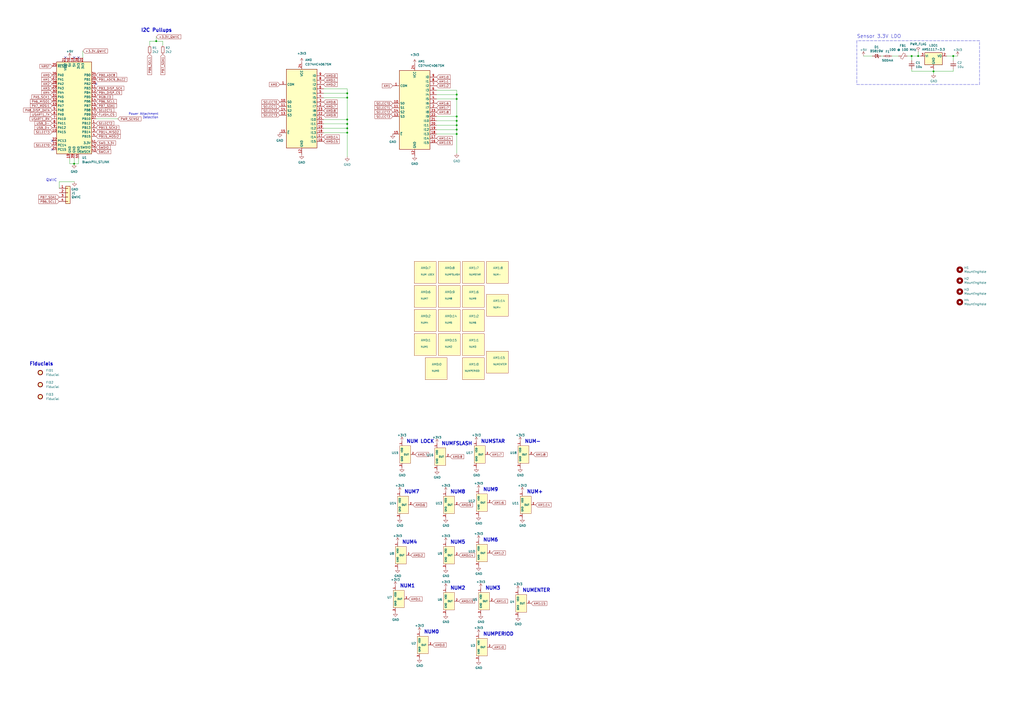
<source format=kicad_sch>
(kicad_sch (version 20211123) (generator eeschema)

  (uuid 55992e35-fe7b-468a-9b7a-1e4dc931b904)

  (paper "A2")

  (lib_symbols
    (symbol "49e:Hall_Sensor" (pin_names (offset 1.016)) (in_bom yes) (on_board yes)
      (property "Reference" "U?" (id 0) (at -4.5212 0.9652 0)
        (effects (font (size 1.27 1.27)) (justify right))
      )
      (property "Value" "Hall_Sensor" (id 1) (at -4.5212 -1.143 0)
        (effects (font (size 0.9906 0.9906)) (justify right) hide)
      )
      (property "Footprint" "Package_TO_SOT_SMD:SOT-23" (id 2) (at -1.27 6.35 0)
        (effects (font (size 1.27 1.27)) hide)
      )
      (property "Datasheet" "" (id 3) (at 0 0 0)
        (effects (font (size 1.27 1.27)) hide)
      )
      (property "LCSC Part" "C266230" (id 4) (at 8.89 -6.35 0)
        (effects (font (size 1.27 1.27)) hide)
      )
      (property "MPN" "GH39FKSW" (id 5) (at 8.89 -3.81 0)
        (effects (font (size 1.27 1.27)) hide)
      )
      (property "Notes" "Alternate part: OH49E-S (C85573)" (id 6) (at 17.78 -8.89 0)
        (effects (font (size 1.27 1.27)) hide)
      )
      (property "ki_keywords" "linear analog hall effect magnetic" (id 7) (at 0 0 0)
        (effects (font (size 1.27 1.27)) hide)
      )
      (property "ki_description" "3-pin Linear Hall Effect Sensor" (id 8) (at 0 0 0)
        (effects (font (size 1.27 1.27)) hide)
      )
      (symbol "Hall_Sensor_0_1"
        (rectangle (start -3.81 5.08) (end 2.54 -5.08)
          (stroke (width 0) (type default) (color 0 0 0 0))
          (fill (type background))
        )
      )
      (symbol "Hall_Sensor_1_1"
        (pin power_in line (at -2.54 7.62 270) (length 2.54)
          (name "VDD" (effects (font (size 0.9906 0.9906))))
          (number "1" (effects (font (size 0.9906 0.9906))))
        )
        (pin output line (at 5.08 0 180) (length 2.54)
          (name "OUT" (effects (font (size 0.9906 0.9906))))
          (number "2" (effects (font (size 0.9906 0.9906))))
        )
        (pin power_in line (at -2.54 -7.62 90) (length 2.54)
          (name "GND" (effects (font (size 0.9906 0.9906))))
          (number "3" (effects (font (size 0.9906 0.9906))))
        )
      )
    )
    (symbol "74xx:CD74HC4067SM" (in_bom yes) (on_board yes)
      (property "Reference" "U" (id 0) (at -8.89 22.86 0)
        (effects (font (size 1.27 1.27)) (justify left))
      )
      (property "Value" "CD74HC4067SM" (id 1) (at 1.27 22.86 0)
        (effects (font (size 1.27 1.27)) (justify left))
      )
      (property "Footprint" "Package_SO:SSOP-24_5.3x8.2mm_P0.65mm" (id 2) (at 26.67 -25.4 0)
        (effects (font (size 1.27 1.27) italic) hide)
      )
      (property "Datasheet" "http://www.ti.com/lit/ds/symlink/cd74hc4067.pdf" (id 3) (at -8.89 21.59 0)
        (effects (font (size 1.27 1.27)) hide)
      )
      (property "ki_keywords" "multiplexer demultiplexer mux demux" (id 4) (at 0 0 0)
        (effects (font (size 1.27 1.27)) hide)
      )
      (property "ki_description" "High-Speed CMOS Logic 16-Channel Analog Multiplexer/Demultiplexer, SSOP-24" (id 5) (at 0 0 0)
        (effects (font (size 1.27 1.27)) hide)
      )
      (property "ki_fp_filters" "SSOP*5.3x8.2mm*P0.65mm*" (id 6) (at 0 0 0)
        (effects (font (size 1.27 1.27)) hide)
      )
      (symbol "CD74HC4067SM_0_1"
        (rectangle (start -8.89 21.59) (end 8.89 -24.13)
          (stroke (width 0.254) (type default) (color 0 0 0 0))
          (fill (type background))
        )
      )
      (symbol "CD74HC4067SM_1_1"
        (pin passive line (at -12.7 12.7 0) (length 3.81)
          (name "COM" (effects (font (size 1.27 1.27))))
          (number "1" (effects (font (size 1.27 1.27))))
        )
        (pin input line (at -12.7 2.54 0) (length 3.81)
          (name "S0" (effects (font (size 1.27 1.27))))
          (number "10" (effects (font (size 1.27 1.27))))
        )
        (pin input line (at -12.7 0 0) (length 3.81)
          (name "S1" (effects (font (size 1.27 1.27))))
          (number "11" (effects (font (size 1.27 1.27))))
        )
        (pin power_in line (at 0 -27.94 90) (length 3.81)
          (name "GND" (effects (font (size 1.27 1.27))))
          (number "12" (effects (font (size 1.27 1.27))))
        )
        (pin input line (at -12.7 -5.08 0) (length 3.81)
          (name "S3" (effects (font (size 1.27 1.27))))
          (number "13" (effects (font (size 1.27 1.27))))
        )
        (pin input line (at -12.7 -2.54 0) (length 3.81)
          (name "S2" (effects (font (size 1.27 1.27))))
          (number "14" (effects (font (size 1.27 1.27))))
        )
        (pin input line (at -12.7 -15.24 0) (length 3.81)
          (name "~{E}" (effects (font (size 1.27 1.27))))
          (number "15" (effects (font (size 1.27 1.27))))
        )
        (pin passive line (at 12.7 -20.32 180) (length 3.81)
          (name "I15" (effects (font (size 1.27 1.27))))
          (number "16" (effects (font (size 1.27 1.27))))
        )
        (pin passive line (at 12.7 -17.78 180) (length 3.81)
          (name "I14" (effects (font (size 1.27 1.27))))
          (number "17" (effects (font (size 1.27 1.27))))
        )
        (pin passive line (at 12.7 -15.24 180) (length 3.81)
          (name "I13" (effects (font (size 1.27 1.27))))
          (number "18" (effects (font (size 1.27 1.27))))
        )
        (pin passive line (at 12.7 -12.7 180) (length 3.81)
          (name "I12" (effects (font (size 1.27 1.27))))
          (number "19" (effects (font (size 1.27 1.27))))
        )
        (pin passive line (at 12.7 0 180) (length 3.81)
          (name "I7" (effects (font (size 1.27 1.27))))
          (number "2" (effects (font (size 1.27 1.27))))
        )
        (pin passive line (at 12.7 -10.16 180) (length 3.81)
          (name "I11" (effects (font (size 1.27 1.27))))
          (number "20" (effects (font (size 1.27 1.27))))
        )
        (pin passive line (at 12.7 -7.62 180) (length 3.81)
          (name "I10" (effects (font (size 1.27 1.27))))
          (number "21" (effects (font (size 1.27 1.27))))
        )
        (pin passive line (at 12.7 -5.08 180) (length 3.81)
          (name "I9" (effects (font (size 1.27 1.27))))
          (number "22" (effects (font (size 1.27 1.27))))
        )
        (pin passive line (at 12.7 -2.54 180) (length 3.81)
          (name "I8" (effects (font (size 1.27 1.27))))
          (number "23" (effects (font (size 1.27 1.27))))
        )
        (pin power_in line (at 0 25.4 270) (length 3.81)
          (name "VCC" (effects (font (size 1.27 1.27))))
          (number "24" (effects (font (size 1.27 1.27))))
        )
        (pin passive line (at 12.7 2.54 180) (length 3.81)
          (name "I6" (effects (font (size 1.27 1.27))))
          (number "3" (effects (font (size 1.27 1.27))))
        )
        (pin passive line (at 12.7 5.08 180) (length 3.81)
          (name "I5" (effects (font (size 1.27 1.27))))
          (number "4" (effects (font (size 1.27 1.27))))
        )
        (pin passive line (at 12.7 7.62 180) (length 3.81)
          (name "I4" (effects (font (size 1.27 1.27))))
          (number "5" (effects (font (size 1.27 1.27))))
        )
        (pin passive line (at 12.7 10.16 180) (length 3.81)
          (name "I3" (effects (font (size 1.27 1.27))))
          (number "6" (effects (font (size 1.27 1.27))))
        )
        (pin passive line (at 12.7 12.7 180) (length 3.81)
          (name "I2" (effects (font (size 1.27 1.27))))
          (number "7" (effects (font (size 1.27 1.27))))
        )
        (pin passive line (at 12.7 15.24 180) (length 3.81)
          (name "I1" (effects (font (size 1.27 1.27))))
          (number "8" (effects (font (size 1.27 1.27))))
        )
        (pin passive line (at 12.7 17.78 180) (length 3.81)
          (name "I0" (effects (font (size 1.27 1.27))))
          (number "9" (effects (font (size 1.27 1.27))))
        )
      )
    )
    (symbol "Connector_Generic:Conn_01x04" (pin_names (offset 1.016) hide) (in_bom yes) (on_board yes)
      (property "Reference" "J" (id 0) (at 0 5.08 0)
        (effects (font (size 1.27 1.27)))
      )
      (property "Value" "Conn_01x04" (id 1) (at 0 -7.62 0)
        (effects (font (size 1.27 1.27)))
      )
      (property "Footprint" "" (id 2) (at 0 0 0)
        (effects (font (size 1.27 1.27)) hide)
      )
      (property "Datasheet" "~" (id 3) (at 0 0 0)
        (effects (font (size 1.27 1.27)) hide)
      )
      (property "ki_keywords" "connector" (id 4) (at 0 0 0)
        (effects (font (size 1.27 1.27)) hide)
      )
      (property "ki_description" "Generic connector, single row, 01x04, script generated (kicad-library-utils/schlib/autogen/connector/)" (id 5) (at 0 0 0)
        (effects (font (size 1.27 1.27)) hide)
      )
      (property "ki_fp_filters" "Connector*:*_1x??_*" (id 6) (at 0 0 0)
        (effects (font (size 1.27 1.27)) hide)
      )
      (symbol "Conn_01x04_1_1"
        (rectangle (start -1.27 -4.953) (end 0 -5.207)
          (stroke (width 0.1524) (type default) (color 0 0 0 0))
          (fill (type none))
        )
        (rectangle (start -1.27 -2.413) (end 0 -2.667)
          (stroke (width 0.1524) (type default) (color 0 0 0 0))
          (fill (type none))
        )
        (rectangle (start -1.27 0.127) (end 0 -0.127)
          (stroke (width 0.1524) (type default) (color 0 0 0 0))
          (fill (type none))
        )
        (rectangle (start -1.27 2.667) (end 0 2.413)
          (stroke (width 0.1524) (type default) (color 0 0 0 0))
          (fill (type none))
        )
        (rectangle (start -1.27 3.81) (end 1.27 -6.35)
          (stroke (width 0.254) (type default) (color 0 0 0 0))
          (fill (type background))
        )
        (pin passive line (at -5.08 2.54 0) (length 3.81)
          (name "Pin_1" (effects (font (size 1.27 1.27))))
          (number "1" (effects (font (size 1.27 1.27))))
        )
        (pin passive line (at -5.08 0 0) (length 3.81)
          (name "Pin_2" (effects (font (size 1.27 1.27))))
          (number "2" (effects (font (size 1.27 1.27))))
        )
        (pin passive line (at -5.08 -2.54 0) (length 3.81)
          (name "Pin_3" (effects (font (size 1.27 1.27))))
          (number "3" (effects (font (size 1.27 1.27))))
        )
        (pin passive line (at -5.08 -5.08 0) (length 3.81)
          (name "Pin_4" (effects (font (size 1.27 1.27))))
          (number "4" (effects (font (size 1.27 1.27))))
        )
      )
    )
    (symbol "Device:C_Small" (pin_numbers hide) (pin_names (offset 0.254) hide) (in_bom yes) (on_board yes)
      (property "Reference" "C" (id 0) (at 0.254 1.778 0)
        (effects (font (size 1.27 1.27)) (justify left))
      )
      (property "Value" "C_Small" (id 1) (at 0.254 -2.032 0)
        (effects (font (size 1.27 1.27)) (justify left))
      )
      (property "Footprint" "" (id 2) (at 0 0 0)
        (effects (font (size 1.27 1.27)) hide)
      )
      (property "Datasheet" "~" (id 3) (at 0 0 0)
        (effects (font (size 1.27 1.27)) hide)
      )
      (property "ki_keywords" "capacitor cap" (id 4) (at 0 0 0)
        (effects (font (size 1.27 1.27)) hide)
      )
      (property "ki_description" "Unpolarized capacitor, small symbol" (id 5) (at 0 0 0)
        (effects (font (size 1.27 1.27)) hide)
      )
      (property "ki_fp_filters" "C_*" (id 6) (at 0 0 0)
        (effects (font (size 1.27 1.27)) hide)
      )
      (symbol "C_Small_0_1"
        (polyline
          (pts
            (xy -1.524 -0.508)
            (xy 1.524 -0.508)
          )
          (stroke (width 0.3302) (type default) (color 0 0 0 0))
          (fill (type none))
        )
        (polyline
          (pts
            (xy -1.524 0.508)
            (xy 1.524 0.508)
          )
          (stroke (width 0.3048) (type default) (color 0 0 0 0))
          (fill (type none))
        )
      )
      (symbol "C_Small_1_1"
        (pin passive line (at 0 2.54 270) (length 2.032)
          (name "~" (effects (font (size 1.27 1.27))))
          (number "1" (effects (font (size 1.27 1.27))))
        )
        (pin passive line (at 0 -2.54 90) (length 2.032)
          (name "~" (effects (font (size 1.27 1.27))))
          (number "2" (effects (font (size 1.27 1.27))))
        )
      )
    )
    (symbol "Device:D_Schottky_Small" (pin_numbers hide) (pin_names (offset 0.254) hide) (in_bom yes) (on_board yes)
      (property "Reference" "D" (id 0) (at -1.27 2.032 0)
        (effects (font (size 1.27 1.27)) (justify left))
      )
      (property "Value" "D_Schottky_Small" (id 1) (at -7.112 -2.032 0)
        (effects (font (size 1.27 1.27)) (justify left))
      )
      (property "Footprint" "" (id 2) (at 0 0 90)
        (effects (font (size 1.27 1.27)) hide)
      )
      (property "Datasheet" "~" (id 3) (at 0 0 90)
        (effects (font (size 1.27 1.27)) hide)
      )
      (property "ki_keywords" "diode Schottky" (id 4) (at 0 0 0)
        (effects (font (size 1.27 1.27)) hide)
      )
      (property "ki_description" "Schottky diode, small symbol" (id 5) (at 0 0 0)
        (effects (font (size 1.27 1.27)) hide)
      )
      (property "ki_fp_filters" "TO-???* *_Diode_* *SingleDiode* D_*" (id 6) (at 0 0 0)
        (effects (font (size 1.27 1.27)) hide)
      )
      (symbol "D_Schottky_Small_0_1"
        (polyline
          (pts
            (xy -0.762 0)
            (xy 0.762 0)
          )
          (stroke (width 0) (type default) (color 0 0 0 0))
          (fill (type none))
        )
        (polyline
          (pts
            (xy 0.762 -1.016)
            (xy -0.762 0)
            (xy 0.762 1.016)
            (xy 0.762 -1.016)
          )
          (stroke (width 0.254) (type default) (color 0 0 0 0))
          (fill (type none))
        )
        (polyline
          (pts
            (xy -1.27 0.762)
            (xy -1.27 1.016)
            (xy -0.762 1.016)
            (xy -0.762 -1.016)
            (xy -0.254 -1.016)
            (xy -0.254 -0.762)
          )
          (stroke (width 0.254) (type default) (color 0 0 0 0))
          (fill (type none))
        )
      )
      (symbol "D_Schottky_Small_1_1"
        (pin passive line (at -2.54 0 0) (length 1.778)
          (name "K" (effects (font (size 1.27 1.27))))
          (number "1" (effects (font (size 1.27 1.27))))
        )
        (pin passive line (at 2.54 0 180) (length 1.778)
          (name "A" (effects (font (size 1.27 1.27))))
          (number "2" (effects (font (size 1.27 1.27))))
        )
      )
    )
    (symbol "Device:Ferrite_Bead_Small" (pin_numbers hide) (pin_names (offset 0)) (in_bom yes) (on_board yes)
      (property "Reference" "FB" (id 0) (at 1.905 1.27 0)
        (effects (font (size 1.27 1.27)) (justify left))
      )
      (property "Value" "Device_Ferrite_Bead_Small" (id 1) (at 1.905 -1.27 0)
        (effects (font (size 1.27 1.27)) (justify left))
      )
      (property "Footprint" "" (id 2) (at -1.778 0 90)
        (effects (font (size 1.27 1.27)) hide)
      )
      (property "Datasheet" "" (id 3) (at 0 0 0)
        (effects (font (size 1.27 1.27)) hide)
      )
      (property "ki_fp_filters" "Inductor_* L_* *Ferrite*" (id 4) (at 0 0 0)
        (effects (font (size 1.27 1.27)) hide)
      )
      (symbol "Ferrite_Bead_Small_0_1"
        (polyline
          (pts
            (xy 0 -1.27)
            (xy 0 -0.7874)
          )
          (stroke (width 0) (type default) (color 0 0 0 0))
          (fill (type none))
        )
        (polyline
          (pts
            (xy 0 0.889)
            (xy 0 1.2954)
          )
          (stroke (width 0) (type default) (color 0 0 0 0))
          (fill (type none))
        )
        (polyline
          (pts
            (xy -1.8288 0.2794)
            (xy -1.1176 1.4986)
            (xy 1.8288 -0.2032)
            (xy 1.1176 -1.4224)
            (xy -1.8288 0.2794)
          )
          (stroke (width 0) (type default) (color 0 0 0 0))
          (fill (type none))
        )
      )
      (symbol "Ferrite_Bead_Small_1_1"
        (pin passive line (at 0 2.54 270) (length 1.27)
          (name "~" (effects (font (size 1.27 1.27))))
          (number "1" (effects (font (size 1.27 1.27))))
        )
        (pin passive line (at 0 -2.54 90) (length 1.27)
          (name "~" (effects (font (size 1.27 1.27))))
          (number "2" (effects (font (size 1.27 1.27))))
        )
      )
    )
    (symbol "Device:Fuse_Small" (pin_numbers hide) (pin_names (offset 0.254) hide) (in_bom yes) (on_board yes)
      (property "Reference" "F" (id 0) (at 0 -1.524 0)
        (effects (font (size 1.27 1.27)))
      )
      (property "Value" "Fuse_Small" (id 1) (at 0 1.524 0)
        (effects (font (size 1.27 1.27)))
      )
      (property "Footprint" "" (id 2) (at 0 0 0)
        (effects (font (size 1.27 1.27)) hide)
      )
      (property "Datasheet" "~" (id 3) (at 0 0 0)
        (effects (font (size 1.27 1.27)) hide)
      )
      (property "ki_keywords" "fuse" (id 4) (at 0 0 0)
        (effects (font (size 1.27 1.27)) hide)
      )
      (property "ki_description" "Fuse, small symbol" (id 5) (at 0 0 0)
        (effects (font (size 1.27 1.27)) hide)
      )
      (property "ki_fp_filters" "SM*" (id 6) (at 0 0 0)
        (effects (font (size 1.27 1.27)) hide)
      )
      (symbol "Fuse_Small_0_1"
        (rectangle (start -1.27 0.508) (end 1.27 -0.508)
          (stroke (width 0) (type default) (color 0 0 0 0))
          (fill (type none))
        )
        (polyline
          (pts
            (xy -1.27 0)
            (xy 1.27 0)
          )
          (stroke (width 0) (type default) (color 0 0 0 0))
          (fill (type none))
        )
      )
      (symbol "Fuse_Small_1_1"
        (pin passive line (at -2.54 0 0) (length 1.27)
          (name "~" (effects (font (size 1.27 1.27))))
          (number "1" (effects (font (size 1.27 1.27))))
        )
        (pin passive line (at 2.54 0 180) (length 1.27)
          (name "~" (effects (font (size 1.27 1.27))))
          (number "2" (effects (font (size 1.27 1.27))))
        )
      )
    )
    (symbol "Device:R_Small" (pin_numbers hide) (pin_names (offset 0.254) hide) (in_bom yes) (on_board yes)
      (property "Reference" "R" (id 0) (at 0.762 0.508 0)
        (effects (font (size 1.27 1.27)) (justify left))
      )
      (property "Value" "R_Small" (id 1) (at 0.762 -1.016 0)
        (effects (font (size 1.27 1.27)) (justify left))
      )
      (property "Footprint" "" (id 2) (at 0 0 0)
        (effects (font (size 1.27 1.27)) hide)
      )
      (property "Datasheet" "~" (id 3) (at 0 0 0)
        (effects (font (size 1.27 1.27)) hide)
      )
      (property "ki_keywords" "R resistor" (id 4) (at 0 0 0)
        (effects (font (size 1.27 1.27)) hide)
      )
      (property "ki_description" "Resistor, small symbol" (id 5) (at 0 0 0)
        (effects (font (size 1.27 1.27)) hide)
      )
      (property "ki_fp_filters" "R_*" (id 6) (at 0 0 0)
        (effects (font (size 1.27 1.27)) hide)
      )
      (symbol "R_Small_0_1"
        (rectangle (start -0.762 1.778) (end 0.762 -1.778)
          (stroke (width 0.2032) (type default) (color 0 0 0 0))
          (fill (type none))
        )
      )
      (symbol "R_Small_1_1"
        (pin passive line (at 0 2.54 270) (length 0.762)
          (name "~" (effects (font (size 1.27 1.27))))
          (number "1" (effects (font (size 1.27 1.27))))
        )
        (pin passive line (at 0 -2.54 90) (length 0.762)
          (name "~" (effects (font (size 1.27 1.27))))
          (number "2" (effects (font (size 1.27 1.27))))
        )
      )
    )
    (symbol "Mechanical:Fiducial" (in_bom yes) (on_board yes)
      (property "Reference" "FID" (id 0) (at 0 5.08 0)
        (effects (font (size 1.27 1.27)))
      )
      (property "Value" "Fiducial" (id 1) (at 0 3.175 0)
        (effects (font (size 1.27 1.27)))
      )
      (property "Footprint" "" (id 2) (at 0 0 0)
        (effects (font (size 1.27 1.27)) hide)
      )
      (property "Datasheet" "~" (id 3) (at 0 0 0)
        (effects (font (size 1.27 1.27)) hide)
      )
      (property "ki_keywords" "fiducial marker" (id 4) (at 0 0 0)
        (effects (font (size 1.27 1.27)) hide)
      )
      (property "ki_description" "Fiducial Marker" (id 5) (at 0 0 0)
        (effects (font (size 1.27 1.27)) hide)
      )
      (property "ki_fp_filters" "Fiducial*" (id 6) (at 0 0 0)
        (effects (font (size 1.27 1.27)) hide)
      )
      (symbol "Fiducial_0_1"
        (circle (center 0 0) (radius 1.27)
          (stroke (width 0.508) (type default) (color 0 0 0 0))
          (fill (type background))
        )
      )
    )
    (symbol "Mechanical:MountingHole" (pin_names (offset 1.016)) (in_bom yes) (on_board yes)
      (property "Reference" "H" (id 0) (at 0 5.08 0)
        (effects (font (size 1.27 1.27)))
      )
      (property "Value" "MountingHole" (id 1) (at 0 3.175 0)
        (effects (font (size 1.27 1.27)))
      )
      (property "Footprint" "" (id 2) (at 0 0 0)
        (effects (font (size 1.27 1.27)) hide)
      )
      (property "Datasheet" "~" (id 3) (at 0 0 0)
        (effects (font (size 1.27 1.27)) hide)
      )
      (property "ki_keywords" "mounting hole" (id 4) (at 0 0 0)
        (effects (font (size 1.27 1.27)) hide)
      )
      (property "ki_description" "Mounting Hole without connection" (id 5) (at 0 0 0)
        (effects (font (size 1.27 1.27)) hide)
      )
      (property "ki_fp_filters" "MountingHole*" (id 6) (at 0 0 0)
        (effects (font (size 1.27 1.27)) hide)
      )
      (symbol "MountingHole_0_1"
        (circle (center 0 0) (radius 1.27)
          (stroke (width 1.27) (type default) (color 0 0 0 0))
          (fill (type none))
        )
      )
    )
    (symbol "Regulator_Linear:AMS1117-3.3" (pin_names (offset 0.254)) (in_bom yes) (on_board yes)
      (property "Reference" "U" (id 0) (at -3.81 3.175 0)
        (effects (font (size 1.27 1.27)))
      )
      (property "Value" "AMS1117-3.3" (id 1) (at 0 3.175 0)
        (effects (font (size 1.27 1.27)) (justify left))
      )
      (property "Footprint" "Package_TO_SOT_SMD:SOT-223-3_TabPin2" (id 2) (at 0 5.08 0)
        (effects (font (size 1.27 1.27)) hide)
      )
      (property "Datasheet" "http://www.advanced-monolithic.com/pdf/ds1117.pdf" (id 3) (at 2.54 -6.35 0)
        (effects (font (size 1.27 1.27)) hide)
      )
      (property "ki_keywords" "linear regulator ldo fixed positive" (id 4) (at 0 0 0)
        (effects (font (size 1.27 1.27)) hide)
      )
      (property "ki_description" "1A Low Dropout regulator, positive, 3.3V fixed output, SOT-223" (id 5) (at 0 0 0)
        (effects (font (size 1.27 1.27)) hide)
      )
      (property "ki_fp_filters" "SOT?223*TabPin2*" (id 6) (at 0 0 0)
        (effects (font (size 1.27 1.27)) hide)
      )
      (symbol "AMS1117-3.3_0_1"
        (rectangle (start -5.08 -5.08) (end 5.08 1.905)
          (stroke (width 0.254) (type default) (color 0 0 0 0))
          (fill (type background))
        )
      )
      (symbol "AMS1117-3.3_1_1"
        (pin power_in line (at 0 -7.62 90) (length 2.54)
          (name "GND" (effects (font (size 1.27 1.27))))
          (number "1" (effects (font (size 1.27 1.27))))
        )
        (pin power_out line (at 7.62 0 180) (length 2.54)
          (name "VO" (effects (font (size 1.27 1.27))))
          (number "2" (effects (font (size 1.27 1.27))))
        )
        (pin power_in line (at -7.62 0 0) (length 2.54)
          (name "VI" (effects (font (size 1.27 1.27))))
          (number "3" (effects (font (size 1.27 1.27))))
        )
      )
    )
    (symbol "blackpill_stlink:BlackPill_STLINK" (in_bom yes) (on_board yes)
      (property "Reference" "U6" (id 0) (at 4.5594 -27.5495 0)
        (effects (font (size 1.27 1.27)) (justify left))
      )
      (property "Value" "BlackPill_STLINK" (id 1) (at 4.5594 -30.3246 0)
        (effects (font (size 1.27 1.27)) (justify left))
      )
      (property "Footprint" "blackpill:BlackPill_STLINK" (id 2) (at 43.18 -1.27 0)
        (effects (font (size 1.27 1.27)) hide)
      )
      (property "Datasheet" "" (id 3) (at 43.18 -1.27 0)
        (effects (font (size 1.27 1.27)) hide)
      )
      (property "ki_keywords" "stm32 stm32f4 stm32f401 stm32f411 blackpill" (id 4) (at 0 0 0)
        (effects (font (size 1.27 1.27)) hide)
      )
      (property "ki_description" "STM32F4-based \"Black Pill\" micro-controller development board" (id 5) (at 0 0 0)
        (effects (font (size 1.27 1.27)) hide)
      )
      (symbol "BlackPill_STLINK_0_1"
        (rectangle (start -10.16 27.94) (end 10.16 -25.4)
          (stroke (width 0.254) (type default) (color 0 0 0 0))
          (fill (type background))
        )
      )
      (symbol "BlackPill_STLINK_1_1"
        (pin bidirectional line (at 12.7 -7.62 180) (length 2.54)
          (name "PB12" (effects (font (size 1.27 1.27))))
          (number "1" (effects (font (size 1.27 1.27))))
        )
        (pin bidirectional line (at -12.7 -12.7 0) (length 2.54)
          (name "PA15" (effects (font (size 1.27 1.27))))
          (number "10" (effects (font (size 1.27 1.27))))
        )
        (pin bidirectional line (at 12.7 12.7 180) (length 2.54)
          (name "PB3" (effects (font (size 1.27 1.27))))
          (number "11" (effects (font (size 1.27 1.27))))
        )
        (pin bidirectional line (at 12.7 10.16 180) (length 2.54)
          (name "PB4" (effects (font (size 1.27 1.27))))
          (number "12" (effects (font (size 1.27 1.27))))
        )
        (pin bidirectional line (at 12.7 7.62 180) (length 2.54)
          (name "PB5" (effects (font (size 1.27 1.27))))
          (number "13" (effects (font (size 1.27 1.27))))
        )
        (pin bidirectional line (at 12.7 5.08 180) (length 2.54)
          (name "PB6" (effects (font (size 1.27 1.27))))
          (number "14" (effects (font (size 1.27 1.27))))
        )
        (pin bidirectional line (at 12.7 2.54 180) (length 2.54)
          (name "PB7" (effects (font (size 1.27 1.27))))
          (number "15" (effects (font (size 1.27 1.27))))
        )
        (pin bidirectional line (at 12.7 0 180) (length 2.54)
          (name "PB8" (effects (font (size 1.27 1.27))))
          (number "16" (effects (font (size 1.27 1.27))))
        )
        (pin bidirectional line (at 12.7 -2.54 180) (length 2.54)
          (name "PB9" (effects (font (size 1.27 1.27))))
          (number "17" (effects (font (size 1.27 1.27))))
        )
        (pin power_in line (at 0 30.48 270) (length 2.54)
          (name "5V" (effects (font (size 1.27 1.27))))
          (number "18" (effects (font (size 1.27 1.27))))
        )
        (pin power_in line (at -2.54 -27.94 90) (length 2.54)
          (name "GND" (effects (font (size 1.27 1.27))))
          (number "19" (effects (font (size 1.27 1.27))))
        )
        (pin bidirectional line (at 12.7 -10.16 180) (length 2.54)
          (name "PB13" (effects (font (size 1.27 1.27))))
          (number "2" (effects (font (size 1.27 1.27))))
        )
        (pin power_out line (at 5.08 30.48 270) (length 2.54)
          (name "3V3" (effects (font (size 1.27 1.27))))
          (number "20" (effects (font (size 1.27 1.27))))
        )
        (pin power_in line (at -5.08 30.48 270) (length 2.54)
          (name "VBAT" (effects (font (size 1.27 1.27))))
          (number "21" (effects (font (size 1.27 1.27))))
        )
        (pin bidirectional line (at -12.7 -17.78 0) (length 2.54)
          (name "PC13" (effects (font (size 1.27 1.27))))
          (number "22" (effects (font (size 1.27 1.27))))
        )
        (pin bidirectional line (at -12.7 -20.32 0) (length 2.54)
          (name "PC14" (effects (font (size 1.27 1.27))))
          (number "23" (effects (font (size 1.27 1.27))))
        )
        (pin bidirectional line (at -12.7 -22.86 0) (length 2.54)
          (name "PC15" (effects (font (size 1.27 1.27))))
          (number "24" (effects (font (size 1.27 1.27))))
        )
        (pin input line (at -12.7 25.4 0) (length 2.54)
          (name "~{RESET}" (effects (font (size 1.27 1.27))))
          (number "25" (effects (font (size 1.27 1.27))))
        )
        (pin bidirectional line (at -12.7 20.32 0) (length 2.54)
          (name "PA0" (effects (font (size 1.27 1.27))))
          (number "26" (effects (font (size 1.27 1.27))))
        )
        (pin bidirectional line (at -12.7 17.78 0) (length 2.54)
          (name "PA1" (effects (font (size 1.27 1.27))))
          (number "27" (effects (font (size 1.27 1.27))))
        )
        (pin bidirectional line (at -12.7 15.24 0) (length 2.54)
          (name "PA2" (effects (font (size 1.27 1.27))))
          (number "28" (effects (font (size 1.27 1.27))))
        )
        (pin bidirectional line (at -12.7 12.7 0) (length 2.54)
          (name "PA3" (effects (font (size 1.27 1.27))))
          (number "29" (effects (font (size 1.27 1.27))))
        )
        (pin bidirectional line (at 12.7 -12.7 180) (length 2.54)
          (name "PB14" (effects (font (size 1.27 1.27))))
          (number "3" (effects (font (size 1.27 1.27))))
        )
        (pin bidirectional line (at -12.7 10.16 0) (length 2.54)
          (name "PA4" (effects (font (size 1.27 1.27))))
          (number "30" (effects (font (size 1.27 1.27))))
        )
        (pin bidirectional line (at -12.7 7.62 0) (length 2.54)
          (name "PA5" (effects (font (size 1.27 1.27))))
          (number "31" (effects (font (size 1.27 1.27))))
        )
        (pin bidirectional line (at -12.7 5.08 0) (length 2.54)
          (name "PA6" (effects (font (size 1.27 1.27))))
          (number "32" (effects (font (size 1.27 1.27))))
        )
        (pin bidirectional line (at -12.7 2.54 0) (length 2.54)
          (name "PA7" (effects (font (size 1.27 1.27))))
          (number "33" (effects (font (size 1.27 1.27))))
        )
        (pin bidirectional line (at 12.7 20.32 180) (length 2.54)
          (name "PB0" (effects (font (size 1.27 1.27))))
          (number "34" (effects (font (size 1.27 1.27))))
        )
        (pin bidirectional line (at 12.7 17.78 180) (length 2.54)
          (name "PB1" (effects (font (size 1.27 1.27))))
          (number "35" (effects (font (size 1.27 1.27))))
        )
        (pin bidirectional line (at 12.7 15.24 180) (length 2.54)
          (name "PB2" (effects (font (size 1.27 1.27))))
          (number "36" (effects (font (size 1.27 1.27))))
        )
        (pin bidirectional line (at 12.7 -5.08 180) (length 2.54)
          (name "PB10" (effects (font (size 1.27 1.27))))
          (number "37" (effects (font (size 1.27 1.27))))
        )
        (pin power_out line (at 2.54 30.48 270) (length 2.54)
          (name "3V3" (effects (font (size 1.27 1.27))))
          (number "38" (effects (font (size 1.27 1.27))))
        )
        (pin power_in line (at 0 -27.94 90) (length 2.54)
          (name "GND" (effects (font (size 1.27 1.27))))
          (number "39" (effects (font (size 1.27 1.27))))
        )
        (pin bidirectional line (at 12.7 -15.24 180) (length 2.54)
          (name "PB15" (effects (font (size 1.27 1.27))))
          (number "4" (effects (font (size 1.27 1.27))))
        )
        (pin passive line (at -2.54 30.48 270) (length 2.54)
          (name "5V" (effects (font (size 1.27 1.27))))
          (number "40" (effects (font (size 1.27 1.27))))
        )
        (pin power_out line (at 12.7 -19.05 180) (length 2.54)
          (name "3.3V" (effects (font (size 1.27 1.27))))
          (number "41" (effects (font (size 1.27 1.27))))
        )
        (pin bidirectional line (at 12.7 -21.59 180) (length 2.54)
          (name "SWDIO" (effects (font (size 1.27 1.27))))
          (number "42" (effects (font (size 1.27 1.27))))
        )
        (pin bidirectional line (at 12.7 -24.13 180) (length 2.54)
          (name "SWSCK" (effects (font (size 1.27 1.27))))
          (number "43" (effects (font (size 1.27 1.27))))
        )
        (pin power_in line (at 2.54 -27.94 90) (length 2.54)
          (name "GND" (effects (font (size 1.27 1.27))))
          (number "44" (effects (font (size 1.27 1.27))))
        )
        (pin bidirectional line (at -12.7 0 0) (length 2.54)
          (name "PA8" (effects (font (size 1.27 1.27))))
          (number "5" (effects (font (size 1.27 1.27))))
        )
        (pin bidirectional line (at -12.7 -2.54 0) (length 2.54)
          (name "PA9" (effects (font (size 1.27 1.27))))
          (number "6" (effects (font (size 1.27 1.27))))
        )
        (pin bidirectional line (at -12.7 -5.08 0) (length 2.54)
          (name "PA10" (effects (font (size 1.27 1.27))))
          (number "7" (effects (font (size 1.27 1.27))))
        )
        (pin bidirectional line (at -12.7 -7.62 0) (length 2.54)
          (name "PA11" (effects (font (size 1.27 1.27))))
          (number "8" (effects (font (size 1.27 1.27))))
        )
        (pin bidirectional line (at -12.7 -10.16 0) (length 2.54)
          (name "PA12" (effects (font (size 1.27 1.27))))
          (number "9" (effects (font (size 1.27 1.27))))
        )
      )
    )
    (symbol "power:+3.3V" (power) (pin_names (offset 0)) (in_bom yes) (on_board yes)
      (property "Reference" "#PWR" (id 0) (at 0 -3.81 0)
        (effects (font (size 1.27 1.27)) hide)
      )
      (property "Value" "+3.3V" (id 1) (at 0 3.556 0)
        (effects (font (size 1.27 1.27)))
      )
      (property "Footprint" "" (id 2) (at 0 0 0)
        (effects (font (size 1.27 1.27)) hide)
      )
      (property "Datasheet" "" (id 3) (at 0 0 0)
        (effects (font (size 1.27 1.27)) hide)
      )
      (property "ki_keywords" "power-flag" (id 4) (at 0 0 0)
        (effects (font (size 1.27 1.27)) hide)
      )
      (property "ki_description" "Power symbol creates a global label with name \"+3.3V\"" (id 5) (at 0 0 0)
        (effects (font (size 1.27 1.27)) hide)
      )
      (symbol "+3.3V_0_1"
        (polyline
          (pts
            (xy -0.762 1.27)
            (xy 0 2.54)
          )
          (stroke (width 0) (type default) (color 0 0 0 0))
          (fill (type none))
        )
        (polyline
          (pts
            (xy 0 0)
            (xy 0 2.54)
          )
          (stroke (width 0) (type default) (color 0 0 0 0))
          (fill (type none))
        )
        (polyline
          (pts
            (xy 0 2.54)
            (xy 0.762 1.27)
          )
          (stroke (width 0) (type default) (color 0 0 0 0))
          (fill (type none))
        )
      )
      (symbol "+3.3V_1_1"
        (pin power_in line (at 0 0 90) (length 0) hide
          (name "+3V3" (effects (font (size 1.27 1.27))))
          (number "1" (effects (font (size 1.27 1.27))))
        )
      )
    )
    (symbol "power:+5V" (power) (pin_names (offset 0)) (in_bom yes) (on_board yes)
      (property "Reference" "#PWR" (id 0) (at 0 -3.81 0)
        (effects (font (size 1.27 1.27)) hide)
      )
      (property "Value" "+5V" (id 1) (at 0 3.556 0)
        (effects (font (size 1.27 1.27)))
      )
      (property "Footprint" "" (id 2) (at 0 0 0)
        (effects (font (size 1.27 1.27)) hide)
      )
      (property "Datasheet" "" (id 3) (at 0 0 0)
        (effects (font (size 1.27 1.27)) hide)
      )
      (property "ki_keywords" "power-flag" (id 4) (at 0 0 0)
        (effects (font (size 1.27 1.27)) hide)
      )
      (property "ki_description" "Power symbol creates a global label with name \"+5V\"" (id 5) (at 0 0 0)
        (effects (font (size 1.27 1.27)) hide)
      )
      (symbol "+5V_0_1"
        (polyline
          (pts
            (xy -0.762 1.27)
            (xy 0 2.54)
          )
          (stroke (width 0) (type default) (color 0 0 0 0))
          (fill (type none))
        )
        (polyline
          (pts
            (xy 0 0)
            (xy 0 2.54)
          )
          (stroke (width 0) (type default) (color 0 0 0 0))
          (fill (type none))
        )
        (polyline
          (pts
            (xy 0 2.54)
            (xy 0.762 1.27)
          )
          (stroke (width 0) (type default) (color 0 0 0 0))
          (fill (type none))
        )
      )
      (symbol "+5V_1_1"
        (pin power_in line (at 0 0 90) (length 0) hide
          (name "+5V" (effects (font (size 1.27 1.27))))
          (number "1" (effects (font (size 1.27 1.27))))
        )
      )
    )
    (symbol "power:GND" (power) (pin_names (offset 0)) (in_bom yes) (on_board yes)
      (property "Reference" "#PWR" (id 0) (at 0 -6.35 0)
        (effects (font (size 1.27 1.27)) hide)
      )
      (property "Value" "GND" (id 1) (at 0 -3.81 0)
        (effects (font (size 1.27 1.27)))
      )
      (property "Footprint" "" (id 2) (at 0 0 0)
        (effects (font (size 1.27 1.27)) hide)
      )
      (property "Datasheet" "" (id 3) (at 0 0 0)
        (effects (font (size 1.27 1.27)) hide)
      )
      (property "ki_keywords" "power-flag" (id 4) (at 0 0 0)
        (effects (font (size 1.27 1.27)) hide)
      )
      (property "ki_description" "Power symbol creates a global label with name \"GND\" , ground" (id 5) (at 0 0 0)
        (effects (font (size 1.27 1.27)) hide)
      )
      (symbol "GND_0_1"
        (polyline
          (pts
            (xy 0 0)
            (xy 0 -1.27)
            (xy 1.27 -1.27)
            (xy 0 -2.54)
            (xy -1.27 -1.27)
            (xy 0 -1.27)
          )
          (stroke (width 0) (type default) (color 0 0 0 0))
          (fill (type none))
        )
      )
      (symbol "GND_1_1"
        (pin power_in line (at 0 0 270) (length 0) hide
          (name "GND" (effects (font (size 1.27 1.27))))
          (number "1" (effects (font (size 1.27 1.27))))
        )
      )
    )
    (symbol "power:PWR_FLAG" (power) (pin_numbers hide) (pin_names (offset 0) hide) (in_bom yes) (on_board yes)
      (property "Reference" "#FLG" (id 0) (at 0 1.905 0)
        (effects (font (size 1.27 1.27)) hide)
      )
      (property "Value" "PWR_FLAG" (id 1) (at 0 3.81 0)
        (effects (font (size 1.27 1.27)))
      )
      (property "Footprint" "" (id 2) (at 0 0 0)
        (effects (font (size 1.27 1.27)) hide)
      )
      (property "Datasheet" "~" (id 3) (at 0 0 0)
        (effects (font (size 1.27 1.27)) hide)
      )
      (property "ki_keywords" "power-flag" (id 4) (at 0 0 0)
        (effects (font (size 1.27 1.27)) hide)
      )
      (property "ki_description" "Special symbol for telling ERC where power comes from" (id 5) (at 0 0 0)
        (effects (font (size 1.27 1.27)) hide)
      )
      (symbol "PWR_FLAG_0_0"
        (pin power_out line (at 0 0 90) (length 0)
          (name "pwr" (effects (font (size 1.27 1.27))))
          (number "1" (effects (font (size 1.27 1.27))))
        )
      )
      (symbol "PWR_FLAG_0_1"
        (polyline
          (pts
            (xy 0 0)
            (xy 0 1.27)
            (xy -1.016 1.905)
            (xy 0 2.54)
            (xy 1.016 1.905)
            (xy 0 1.27)
          )
          (stroke (width 0) (type default) (color 0 0 0 0))
          (fill (type none))
        )
      )
    )
    (symbol "voidswitch:VoidSwitch" (pin_names (offset 1.016)) (in_bom no) (on_board yes)
      (property "Reference" "AM0:0" (id 0) (at 0 -2.54 0)
        (effects (font (size 1.27 1.27)))
      )
      (property "Value" "VoidSwitch" (id 1) (at 0 2.54 0)
        (effects (font (size 0.9906 0.9906)))
      )
      (property "Footprint" "VoidSwitch:VoidSwitch_1u_SMD" (id 2) (at 0 0 0)
        (effects (font (size 1.27 1.27)) hide)
      )
      (property "Datasheet" "" (id 3) (at 0 0 0)
        (effects (font (size 1.27 1.27)) hide)
      )
      (property "NOTE" "Replace \"AM0:0\" with the actual MUX pin" (id 4) (at 0 -7.62 0)
        (effects (font (size 1.27 1.27)) hide)
      )
      (property "ki_keywords" "void switch magnetic key unit" (id 5) (at 0 0 0)
        (effects (font (size 1.27 1.27)) hide)
      )
      (property "ki_description" "Symbol placeholder for the VoidSwitch footprints so they don't accidentally get removed" (id 6) (at 0 0 0)
        (effects (font (size 1.27 1.27)) hide)
      )
      (symbol "VoidSwitch_0_1"
        (rectangle (start -6.35 6.35) (end 6.35 -6.35)
          (stroke (width 0) (type default) (color 0 0 0 0))
          (fill (type background))
        )
      )
    )
  )

  (junction (at 532.638 32.512) (diameter 0) (color 0 0 0 0)
    (uuid 1306a1ed-7590-4a82-bf7d-6e47c459cf97)
  )
  (junction (at 264.922 57.404) (diameter 0) (color 0 0 0 0)
    (uuid 20f72dd8-de7a-4d2e-b042-c43b4b4f54fb)
  )
  (junction (at 264.922 75.184) (diameter 0) (color 0 0 0 0)
    (uuid 27de02fa-8c96-41cf-b01c-951294aebe1f)
  )
  (junction (at 264.922 72.644) (diameter 0) (color 0 0 0 0)
    (uuid 41271655-19bd-49b0-8a5f-bc25a3baf5dc)
  )
  (junction (at 201.422 56.642) (diameter 0) (color 0 0 0 0)
    (uuid 58b556b2-9369-49f1-92c9-7806c0180298)
  )
  (junction (at 201.422 76.962) (diameter 0) (color 0 0 0 0)
    (uuid 622b79b2-9bad-45e9-9079-c9fbe7f32ac8)
  )
  (junction (at 90.6272 23.876) (diameter 0) (color 0 0 0 0)
    (uuid 6338b7db-afbb-4383-a8a2-5a78b6436e1a)
  )
  (junction (at 552.958 32.512) (diameter 0) (color 0 0 0 0)
    (uuid 63f4e28e-cc1c-4e66-841c-bb6d2a3cb38f)
  )
  (junction (at 201.422 69.342) (diameter 0) (color 0 0 0 0)
    (uuid 7bbb36f1-780d-499b-b291-aa51111086d4)
  )
  (junction (at 201.422 71.882) (diameter 0) (color 0 0 0 0)
    (uuid 7ec8f888-fd4f-4795-b53a-adfeb8d42f38)
  )
  (junction (at 201.422 74.422) (diameter 0) (color 0 0 0 0)
    (uuid 9250df26-395a-46a9-90a9-7135cc6d8209)
  )
  (junction (at 264.922 77.724) (diameter 0) (color 0 0 0 0)
    (uuid 95db4e30-1197-4b4a-ae45-2532f3c6397b)
  )
  (junction (at 264.922 70.104) (diameter 0) (color 0 0 0 0)
    (uuid 98bedf45-771f-4471-a196-97fcfb420327)
  )
  (junction (at 43.0022 94.996) (diameter 0) (color 0 0 0 0)
    (uuid c37e73af-a004-4ecb-b3aa-cdf0022347e1)
  )
  (junction (at 201.422 54.102) (diameter 0) (color 0 0 0 0)
    (uuid d3754e29-f2d3-433c-a4f9-6f3943b89d2a)
  )
  (junction (at 541.528 41.402) (diameter 0) (color 0 0 0 0)
    (uuid d3f87e9e-bc61-455c-b08d-9c383b363d45)
  )
  (junction (at 264.922 67.564) (diameter 0) (color 0 0 0 0)
    (uuid f69cd24e-c665-4857-8fac-4d7cfae8dedf)
  )
  (junction (at 264.922 54.864) (diameter 0) (color 0 0 0 0)
    (uuid fc11987c-e0ac-4e24-a8a1-c6ecc74dc5d1)
  )
  (junction (at 528.828 32.512) (diameter 0) (color 0 0 0 0)
    (uuid fdb8ea48-5fca-4d7c-94ba-c5c2ee68cff2)
  )

  (no_connect (at 30.3022 81.661) (uuid 31757a82-5be6-49f4-8469-6fd1f19a4831))
  (no_connect (at 30.3022 86.741) (uuid 4dc08b0e-cf74-4295-b811-c24343b38bbd))
  (no_connect (at 37.9222 33.401) (uuid 77cf97a8-733f-4844-b739-32296b0bf70e))
  (no_connect (at 43.0022 33.401) (uuid b85f8c73-19f2-44f2-9443-5936ad5dc890))
  (no_connect (at 55.7022 48.641) (uuid c10836e3-7f96-402e-a4fc-765ae419f0e1))
  (no_connect (at 45.5422 33.401) (uuid e681d2c1-d9cd-4a63-9864-fffb7238a265))

  (wire (pts (xy 552.958 32.512) (xy 549.148 32.512))
    (stroke (width 0) (type default) (color 0 0 0 0))
    (uuid 004dd1ba-763d-41ec-b6fb-a44023b6cdfc)
  )
  (wire (pts (xy 264.922 52.324) (xy 264.922 54.864))
    (stroke (width 0) (type default) (color 0 0 0 0))
    (uuid 02e91db3-f8f6-4103-b05b-487634fb8ab4)
  )
  (wire (pts (xy 253.238 52.324) (xy 264.922 52.324))
    (stroke (width 0) (type default) (color 0 0 0 0))
    (uuid 0acad09a-acd7-4d7c-ac43-aca4655f0157)
  )
  (wire (pts (xy 517.398 32.512) (xy 521.208 32.512))
    (stroke (width 0) (type default) (color 0 0 0 0))
    (uuid 0d440d49-929f-4501-931d-5043e1e4409b)
  )
  (polyline (pts (xy 568.198 23.622) (xy 497.078 23.622))
    (stroke (width 0) (type default) (color 0 0 0 0))
    (uuid 0db38f86-1150-4f05-bcd9-806eefaa3903)
  )

  (wire (pts (xy 201.422 51.562) (xy 201.422 54.102))
    (stroke (width 0) (type default) (color 0 0 0 0))
    (uuid 0edc5c52-d19d-4821-8f77-764069694e58)
  )
  (wire (pts (xy 45.5422 94.996) (xy 43.0022 94.996))
    (stroke (width 0) (type default) (color 0 0 0 0))
    (uuid 14507bca-4484-41d9-8d39-6f25bec1afb8)
  )
  (wire (pts (xy 43.0022 91.821) (xy 43.0022 94.996))
    (stroke (width 0) (type default) (color 0 0 0 0))
    (uuid 185f41c2-7510-4470-948e-4d681cbfb31d)
  )
  (polyline (pts (xy 497.078 49.022) (xy 568.198 49.022))
    (stroke (width 0) (type default) (color 0 0 0 0))
    (uuid 25201d10-bf6d-422d-8d67-f4022c659e46)
  )

  (wire (pts (xy 253.238 57.404) (xy 264.922 57.404))
    (stroke (width 0) (type default) (color 0 0 0 0))
    (uuid 2a7d0b9d-36a9-4570-86a9-ec95dc716946)
  )
  (wire (pts (xy 253.238 75.184) (xy 264.922 75.184))
    (stroke (width 0) (type default) (color 0 0 0 0))
    (uuid 314c6068-9b74-4117-90cd-ffbbe3f09aa1)
  )
  (wire (pts (xy 253.238 77.724) (xy 264.922 77.724))
    (stroke (width 0) (type default) (color 0 0 0 0))
    (uuid 365d68d3-fdc3-435d-a532-91bf1396b905)
  )
  (wire (pts (xy 201.422 74.422) (xy 201.422 76.962))
    (stroke (width 0) (type default) (color 0 0 0 0))
    (uuid 395db909-3e83-4011-b612-a30ae58ef8a2)
  )
  (wire (pts (xy 187.706 56.642) (xy 201.422 56.642))
    (stroke (width 0) (type default) (color 0 0 0 0))
    (uuid 3abf106a-35a0-4c08-a788-dbe327dd4abf)
  )
  (wire (pts (xy 541.528 41.402) (xy 541.528 40.132))
    (stroke (width 0) (type default) (color 0 0 0 0))
    (uuid 3cf87a28-8665-4198-9376-2a471d983dcd)
  )
  (wire (pts (xy 264.922 72.644) (xy 264.922 75.184))
    (stroke (width 0) (type default) (color 0 0 0 0))
    (uuid 3e315b40-e670-4885-bfc2-f7cdaa183a77)
  )
  (wire (pts (xy 264.922 75.184) (xy 264.922 77.724))
    (stroke (width 0) (type default) (color 0 0 0 0))
    (uuid 3ea5e87d-e88d-40c9-9618-0480bf27c1c6)
  )
  (wire (pts (xy 511.048 32.512) (xy 512.318 32.512))
    (stroke (width 0) (type default) (color 0 0 0 0))
    (uuid 3eb67118-87c3-4b16-b734-ec6c37e82bfa)
  )
  (wire (pts (xy 187.706 69.342) (xy 201.422 69.342))
    (stroke (width 0) (type default) (color 0 0 0 0))
    (uuid 3f50b651-1fa8-4647-b7dd-2d4f24682927)
  )
  (wire (pts (xy 68.4022 68.961) (xy 55.7022 68.961))
    (stroke (width 0) (type default) (color 0 0 0 0))
    (uuid 498fa3fc-1a58-4235-b701-b903c311e3f6)
  )
  (wire (pts (xy 90.6272 23.876) (xy 94.4372 23.876))
    (stroke (width 0) (type default) (color 0 0 0 0))
    (uuid 4a734e8c-369c-4bb8-b786-a974b034cd31)
  )
  (wire (pts (xy 201.422 54.102) (xy 201.422 56.642))
    (stroke (width 0) (type default) (color 0 0 0 0))
    (uuid 4b24df59-2825-4b76-af48-9ff6798dfebb)
  )
  (wire (pts (xy 552.958 40.132) (xy 552.958 41.402))
    (stroke (width 0) (type default) (color 0 0 0 0))
    (uuid 4fa7ab5f-2a18-4f62-827c-97cabf2a78b7)
  )
  (wire (pts (xy 45.5422 91.821) (xy 45.5422 94.996))
    (stroke (width 0) (type default) (color 0 0 0 0))
    (uuid 5e31b75c-7539-48bc-9313-3ce6611e0cb9)
  )
  (wire (pts (xy 253.238 70.104) (xy 264.922 70.104))
    (stroke (width 0) (type default) (color 0 0 0 0))
    (uuid 5f802136-f2e1-4a90-b302-ce215297783e)
  )
  (wire (pts (xy 201.422 69.342) (xy 201.422 71.882))
    (stroke (width 0) (type default) (color 0 0 0 0))
    (uuid 62800ace-03cd-4df5-872e-083197f236ef)
  )
  (wire (pts (xy 528.828 40.132) (xy 528.828 41.402))
    (stroke (width 0) (type default) (color 0 0 0 0))
    (uuid 64f87e33-c360-4ea3-b603-db1978fc90be)
  )
  (wire (pts (xy 253.238 72.644) (xy 264.922 72.644))
    (stroke (width 0) (type default) (color 0 0 0 0))
    (uuid 690d6e80-11f6-4107-a2c9-d8c0837f3847)
  )
  (wire (pts (xy 34.3154 105.4354) (xy 43.2054 105.4354))
    (stroke (width 0) (type default) (color 0 0 0 0))
    (uuid 69286616-cd34-4c9d-886c-1e9f16f6b2e6)
  )
  (wire (pts (xy 253.238 54.864) (xy 264.922 54.864))
    (stroke (width 0) (type default) (color 0 0 0 0))
    (uuid 70715b91-dd01-4ee1-8599-aed48f14ac6d)
  )
  (wire (pts (xy 201.422 56.642) (xy 201.422 69.342))
    (stroke (width 0) (type default) (color 0 0 0 0))
    (uuid 79180faa-fab6-4846-bf34-4848fda051e4)
  )
  (wire (pts (xy 94.4372 23.876) (xy 94.4372 26.416))
    (stroke (width 0) (type default) (color 0 0 0 0))
    (uuid 81867adc-5032-40cc-a9f7-86bcb8dbe1d0)
  )
  (wire (pts (xy 86.8172 23.876) (xy 86.8172 26.416))
    (stroke (width 0) (type default) (color 0 0 0 0))
    (uuid 82d553b0-aca7-43ac-9320-93c9eb56322b)
  )
  (wire (pts (xy 90.6272 21.336) (xy 90.6272 23.876))
    (stroke (width 0) (type default) (color 0 0 0 0))
    (uuid 8c5235c8-f30a-4d47-a4ee-8efeb294aa13)
  )
  (wire (pts (xy 552.958 32.512) (xy 555.498 32.512))
    (stroke (width 0) (type default) (color 0 0 0 0))
    (uuid 8e5408b3-50a3-49b5-9ac5-68ceddc64d4d)
  )
  (wire (pts (xy 500.888 32.512) (xy 505.968 32.512))
    (stroke (width 0) (type default) (color 0 0 0 0))
    (uuid 900f0a27-5a12-488a-be23-edd9e7953eb2)
  )
  (wire (pts (xy 201.422 76.962) (xy 201.422 90.932))
    (stroke (width 0) (type default) (color 0 0 0 0))
    (uuid 90261c2d-eeec-4028-afab-c0507cc46ac1)
  )
  (wire (pts (xy 187.706 71.882) (xy 201.422 71.882))
    (stroke (width 0) (type default) (color 0 0 0 0))
    (uuid 90ec23cf-5d2b-4f5a-8718-e3bddc338895)
  )
  (wire (pts (xy 264.922 70.104) (xy 264.922 72.644))
    (stroke (width 0) (type default) (color 0 0 0 0))
    (uuid 9d2e7196-b061-40f5-9c8f-06a860039dd6)
  )
  (wire (pts (xy 187.706 76.962) (xy 201.422 76.962))
    (stroke (width 0) (type default) (color 0 0 0 0))
    (uuid a160b500-2ce6-4a6d-9005-bf8dc09bcd0f)
  )
  (wire (pts (xy 264.922 54.864) (xy 264.922 57.404))
    (stroke (width 0) (type default) (color 0 0 0 0))
    (uuid b40016ad-dbc4-4797-97b5-7a56a067bdb2)
  )
  (wire (pts (xy 552.958 35.052) (xy 552.958 32.512))
    (stroke (width 0) (type default) (color 0 0 0 0))
    (uuid b75dff5a-3f98-46f1-b4e3-8d8ddd296181)
  )
  (wire (pts (xy 34.3154 109.2454) (xy 34.3154 105.4354))
    (stroke (width 0) (type default) (color 0 0 0 0))
    (uuid c0f91051-ae89-4f4f-8bec-9817ecdfd7de)
  )
  (wire (pts (xy 552.958 41.402) (xy 541.528 41.402))
    (stroke (width 0) (type default) (color 0 0 0 0))
    (uuid c5b8bf7b-d584-438f-85ba-89d1e1c32e89)
  )
  (wire (pts (xy 187.706 54.102) (xy 201.422 54.102))
    (stroke (width 0) (type default) (color 0 0 0 0))
    (uuid c6731f0c-cbc7-4380-bc91-b6b90b912051)
  )
  (wire (pts (xy 201.422 71.882) (xy 201.422 74.422))
    (stroke (width 0) (type default) (color 0 0 0 0))
    (uuid cd94b1f1-d663-487e-a0b1-adf69bd9909d)
  )
  (wire (pts (xy 264.922 77.724) (xy 264.922 88.9))
    (stroke (width 0) (type default) (color 0 0 0 0))
    (uuid ce3a40fb-7c0e-414b-9de6-b22f47f7b7d1)
  )
  (polyline (pts (xy 497.078 23.622) (xy 497.078 49.022))
    (stroke (width 0) (type default) (color 0 0 0 0))
    (uuid d6d26c18-953e-4265-8dd0-59c4ef64f1fc)
  )

  (wire (pts (xy 40.4622 94.996) (xy 43.0022 94.996))
    (stroke (width 0) (type default) (color 0 0 0 0))
    (uuid d77a1475-670e-4996-82de-b92a9e0b9b9d)
  )
  (wire (pts (xy 40.4622 91.821) (xy 40.4622 94.996))
    (stroke (width 0) (type default) (color 0 0 0 0))
    (uuid dd00503d-8df4-435b-bfc3-85ca3fa156c1)
  )
  (wire (pts (xy 48.0822 33.401) (xy 48.0822 29.591))
    (stroke (width 0) (type default) (color 0 0 0 0))
    (uuid de04ed22-8bf6-4aa8-b9aa-bac93e62329f)
  )
  (wire (pts (xy 264.922 67.564) (xy 264.922 70.104))
    (stroke (width 0) (type default) (color 0 0 0 0))
    (uuid e0bccfd0-fe7c-4bf0-b7fc-b7b04572e529)
  )
  (wire (pts (xy 526.288 32.512) (xy 528.828 32.512))
    (stroke (width 0) (type default) (color 0 0 0 0))
    (uuid e3fae2aa-2ac3-4fc3-bc42-0392affab78f)
  )
  (wire (pts (xy 187.706 74.422) (xy 201.422 74.422))
    (stroke (width 0) (type default) (color 0 0 0 0))
    (uuid ec931744-1b2a-48a8-82aa-1421e54a266c)
  )
  (wire (pts (xy 90.6272 23.876) (xy 86.8172 23.876))
    (stroke (width 0) (type default) (color 0 0 0 0))
    (uuid f0b1b173-0a1d-4f3b-96bf-598f9db07919)
  )
  (polyline (pts (xy 568.198 49.022) (xy 568.198 23.622))
    (stroke (width 0) (type default) (color 0 0 0 0))
    (uuid f30002d0-6a9a-44f4-8867-45e9716c4969)
  )

  (wire (pts (xy 532.638 32.512) (xy 533.908 32.512))
    (stroke (width 0) (type default) (color 0 0 0 0))
    (uuid f3b973cd-9152-45d1-a443-ae9b1a306621)
  )
  (wire (pts (xy 187.706 51.562) (xy 201.422 51.562))
    (stroke (width 0) (type default) (color 0 0 0 0))
    (uuid f509a5aa-bdbc-4a6b-b005-f3cd999c2641)
  )
  (wire (pts (xy 253.238 67.564) (xy 264.922 67.564))
    (stroke (width 0) (type default) (color 0 0 0 0))
    (uuid f518f8b9-d46c-4b0a-ae0f-0914b6f69ad1)
  )
  (wire (pts (xy 528.828 41.402) (xy 541.528 41.402))
    (stroke (width 0) (type default) (color 0 0 0 0))
    (uuid f706fef8-8d1f-447a-8f42-7eb4a82279bb)
  )
  (wire (pts (xy 541.528 42.672) (xy 541.528 41.402))
    (stroke (width 0) (type default) (color 0 0 0 0))
    (uuid f7789e8e-5fb5-437f-acec-f21067ba938c)
  )
  (wire (pts (xy 528.828 32.512) (xy 532.638 32.512))
    (stroke (width 0) (type default) (color 0 0 0 0))
    (uuid f99fbbfe-e539-47d8-8fa4-9018aaf183cf)
  )
  (wire (pts (xy 264.922 57.404) (xy 264.922 67.564))
    (stroke (width 0) (type default) (color 0 0 0 0))
    (uuid fd8e9601-f9df-48da-addf-60c75f166126)
  )
  (wire (pts (xy 528.828 35.052) (xy 528.828 32.512))
    (stroke (width 0) (type default) (color 0 0 0 0))
    (uuid ffb9b22e-4bd9-490e-bf15-7cec819beb25)
  )
  (wire (pts (xy 532.638 29.972) (xy 532.638 32.512))
    (stroke (width 0) (type default) (color 0 0 0 0))
    (uuid ffe0c747-1181-41f0-8d7d-4b104e2bba46)
  )

  (text "NUM8" (at 261.112 286.512 0)
    (effects (font (size 2.0066 2.0066) (thickness 0.4013) bold) (justify left bottom))
    (uuid 01f1c0b8-bca1-4f98-94f4-f9e4439e8269)
  )
  (text "NUM9" (at 280.162 285.242 0)
    (effects (font (size 2.0066 2.0066) (thickness 0.4013) bold) (justify left bottom))
    (uuid 05b2cbf9-c18d-450d-a246-ff780e3fd4d7)
  )
  (text "NUMFSLASH" (at 256.032 258.572 0)
    (effects (font (size 2.0066 2.0066) (thickness 0.4013) bold) (justify left bottom))
    (uuid 1a143cd2-cc85-4c91-b0d1-a254b1d32be8)
  )
  (text "NUM2" (at 261.112 342.392 0)
    (effects (font (size 2.0066 2.0066) (thickness 0.4013) bold) (justify left bottom))
    (uuid 236ac2ab-3199-4339-bf15-ed42edbac9f2)
  )
  (text "NUM0" (at 245.872 367.792 0)
    (effects (font (size 2.0066 2.0066) (thickness 0.4013) bold) (justify left bottom))
    (uuid 241aa3c3-926f-4fea-b2a0-7c8890a51945)
  )
  (text "NUMPERIOD" (at 280.162 369.062 0)
    (effects (font (size 2.0066 2.0066) (thickness 0.4013) bold) (justify left bottom))
    (uuid 28603753-5ec9-441d-be6f-a35c9d3096f0)
  )
  (text "NUM+" (at 305.562 286.512 0)
    (effects (font (size 2.0066 2.0066) (thickness 0.4013) bold) (justify left bottom))
    (uuid 3f0f093b-03b5-4230-93a8-b9a565bdb7c9)
  )
  (text "NUM3" (at 281.432 342.392 0)
    (effects (font (size 2.0066 2.0066) (thickness 0.4013) bold) (justify left bottom))
    (uuid 3fa07e86-9edf-4de4-ac6a-2c20afef30e9)
  )
  (text "NUMENTER" (at 303.022 343.662 0)
    (effects (font (size 2.0066 2.0066) (thickness 0.4013) bold) (justify left bottom))
    (uuid 47a0b2a3-c2f4-4cbb-8974-d33be6465d66)
  )
  (text "Power Attachment\nDetection" (at 91.8972 68.961 180)
    (effects (font (size 1.27 1.27)) (justify right bottom))
    (uuid 53d7abcc-e4a0-452b-adc0-1fef0c892a9b)
  )
  (text "NUM4" (at 233.172 315.722 0)
    (effects (font (size 2.0066 2.0066) (thickness 0.4013) bold) (justify left bottom))
    (uuid 90d6a4c7-02d2-4f72-8ffc-a95d67c5839b)
  )
  (text "NUM-" (at 304.292 257.302 0)
    (effects (font (size 2.0066 2.0066) (thickness 0.4013) bold) (justify left bottom))
    (uuid a690c3f3-c00e-4f96-8ccf-108275ba06bc)
  )
  (text "NUM LOCK" (at 235.712 257.302 0)
    (effects (font (size 2.0066 2.0066) (thickness 0.4013) bold) (justify left bottom))
    (uuid bc736b5c-0245-4c23-aebb-1650bb080ae1)
  )
  (text "NUM6" (at 280.162 314.452 0)
    (effects (font (size 2.0066 2.0066) (thickness 0.4013) bold) (justify left bottom))
    (uuid be915b21-2a44-4fb2-8bf3-ea07b08a5f5c)
  )
  (text "Sensor 3.3V LDO" (at 497.078 22.352 0)
    (effects (font (size 2.0066 2.0066)) (justify left bottom))
    (uuid cac91741-4aca-4a5d-b601-81a5e4bf064b)
  )
  (text "NUM7" (at 234.442 286.512 0)
    (effects (font (size 2.0066 2.0066) (thickness 0.4013) bold) (justify left bottom))
    (uuid cc976953-d831-455d-9769-e3f4c1551161)
  )
  (text "QWIIC" (at 26.6954 105.4354 0)
    (effects (font (size 1.4986 1.4986)) (justify left bottom))
    (uuid ce7240eb-b080-461d-9369-762353f5a57e)
  )
  (text "NUM1" (at 231.902 341.122 0)
    (effects (font (size 2.0066 2.0066) (thickness 0.4013) bold) (justify left bottom))
    (uuid de10e856-c5f0-4db7-8b81-bd334b5a5820)
  )
  (text "NUMSTAR" (at 278.892 257.302 0)
    (effects (font (size 2.0066 2.0066) (thickness 0.4013) bold) (justify left bottom))
    (uuid e13f3983-fd6c-48b7-ad24-9815b33fd952)
  )
  (text "I2C Pullups" (at 81.7372 18.796 0)
    (effects (font (size 2.0066 2.0066) (thickness 0.4013) bold) (justify left bottom))
    (uuid e82b805d-1c2f-4bd1-ae25-66f0bd1c394e)
  )
  (text "Fiducials" (at 17.018 212.344 0)
    (effects (font (size 2.0066 2.0066) (thickness 0.4013) bold) (justify left bottom))
    (uuid eb908f19-f188-4e7f-97cf-c77922a1f90d)
  )
  (text "NUM5" (at 261.112 315.722 0)
    (effects (font (size 2.0066 2.0066) (thickness 0.4013) bold) (justify left bottom))
    (uuid f2e11248-67b6-4a95-ad27-0f48da0c5bd5)
  )

  (global_label "USB_D-" (shape input) (at 30.3022 71.501 180) (fields_autoplaced)
    (effects (font (size 1.27 1.27)) (justify right))
    (uuid 005d423c-affc-44b9-b969-fcb91820399b)
    (property "Intersheet References" "${INTERSHEET_REFS}" (id 0) (at -17.9578 -92.329 0)
      (effects (font (size 1.27 1.27)) hide)
    )
  )
  (global_label "SELECT0" (shape input) (at 227.838 59.944 180) (fields_autoplaced)
    (effects (font (size 1.27 1.27)) (justify right))
    (uuid 00deb0e6-0bf4-4ad6-b85e-e9123ee59965)
    (property "Intersheet References" "${INTERSHEET_REFS}" (id 0) (at 217.442 59.8646 0)
      (effects (font (size 1.27 1.27)) (justify right) hide)
    )
  )
  (global_label "AM4" (shape input) (at 30.3022 53.721 180) (fields_autoplaced)
    (effects (font (size 1.27 1.27)) (justify right))
    (uuid 0a443e0d-fddc-4f12-9036-b6c5cbeb7d6f)
    (property "Intersheet References" "${INTERSHEET_REFS}" (id 0) (at -17.9578 -92.329 0)
      (effects (font (size 1.27 1.27)) hide)
    )
  )
  (global_label "NRST" (shape input) (at 30.3022 38.481 180) (fields_autoplaced)
    (effects (font (size 1.27 1.27)) (justify right))
    (uuid 1faae0b3-000f-4a5b-98b6-e693a547e9a8)
    (property "Intersheet References" "${INTERSHEET_REFS}" (id 0) (at -17.9578 -92.329 0)
      (effects (font (size 1.27 1.27)) hide)
    )
  )
  (global_label "AM0:9" (shape input) (at 187.706 66.802 0) (fields_autoplaced)
    (effects (font (size 1.27 1.27)) (justify left))
    (uuid 1ff14636-9e3f-4946-9695-aa9419ca6025)
    (property "Intersheet References" "${INTERSHEET_REFS}" (id 0) (at 195.6829 66.7226 0)
      (effects (font (size 1.27 1.27)) (justify left) hide)
    )
  )
  (global_label "AM1:15" (shape input) (at 308.102 350.012 0) (fields_autoplaced)
    (effects (font (size 1.27 1.27)) (justify left))
    (uuid 201ddb29-fc52-4d57-885e-62e221fbec6b)
    (property "Intersheet References" "${INTERSHEET_REFS}" (id 0) (at 317.2884 349.9326 0)
      (effects (font (size 1.27 1.27)) (justify left) hide)
    )
  )
  (global_label "PA7_MOSI1" (shape input) (at 30.3022 61.341 180) (fields_autoplaced)
    (effects (font (size 1.27 1.27)) (justify right))
    (uuid 22910cf2-891c-44a9-9f43-8ef3fc9e8206)
    (property "Intersheet References" "${INTERSHEET_REFS}" (id 0) (at -17.9578 -92.329 0)
      (effects (font (size 1.27 1.27)) hide)
    )
  )
  (global_label "AM1:2" (shape input) (at 253.238 49.784 0) (fields_autoplaced)
    (effects (font (size 1.27 1.27)) (justify left))
    (uuid 24098af8-3148-453b-a14b-9f0a4ab0bf4e)
    (property "Intersheet References" "${INTERSHEET_REFS}" (id 0) (at 261.2149 49.7046 0)
      (effects (font (size 1.27 1.27)) (justify left) hide)
    )
  )
  (global_label "AM1:8" (shape input) (at 309.372 263.652 0) (fields_autoplaced)
    (effects (font (size 1.27 1.27)) (justify left))
    (uuid 2492c024-ec5b-4875-aa32-5ce192a2e0dc)
    (property "Intersheet References" "${INTERSHEET_REFS}" (id 0) (at 317.3489 263.5726 0)
      (effects (font (size 1.27 1.27)) (justify left) hide)
    )
  )
  (global_label "PB1_ADC9_BUZZ" (shape input) (at 55.7022 46.101 0) (fields_autoplaced)
    (effects (font (size 1.27 1.27)) (justify left))
    (uuid 2826ff95-9ad9-4206-9c8a-66019c48ab44)
    (property "Intersheet References" "${INTERSHEET_REFS}" (id 0) (at -17.9578 -92.329 0)
      (effects (font (size 1.27 1.27)) hide)
    )
  )
  (global_label "AM0:14" (shape input) (at 187.706 79.502 0) (fields_autoplaced)
    (effects (font (size 1.27 1.27)) (justify left))
    (uuid 293f0e31-3422-4f3a-809f-86a20cb49955)
    (property "Intersheet References" "${INTERSHEET_REFS}" (id 0) (at 196.8924 79.4226 0)
      (effects (font (size 1.27 1.27)) (justify left) hide)
    )
  )
  (global_label "AM1:2" (shape input) (at 285.242 320.802 0) (fields_autoplaced)
    (effects (font (size 1.27 1.27)) (justify left))
    (uuid 2b171d93-86fd-41d7-832c-f673c375a8e6)
    (property "Intersheet References" "${INTERSHEET_REFS}" (id 0) (at 293.2189 320.7226 0)
      (effects (font (size 1.27 1.27)) (justify left) hide)
    )
  )
  (global_label "AM0:0" (shape input) (at 250.952 374.142 0) (fields_autoplaced)
    (effects (font (size 1.27 1.27)) (justify left))
    (uuid 303cc00b-c4b8-471a-926b-238de93f200d)
    (property "Intersheet References" "${INTERSHEET_REFS}" (id 0) (at 258.9289 374.0626 0)
      (effects (font (size 1.27 1.27)) (justify left) hide)
    )
  )
  (global_label "AM1:8" (shape input) (at 253.238 65.024 0) (fields_autoplaced)
    (effects (font (size 1.27 1.27)) (justify left))
    (uuid 3425c3d6-3eb7-4d76-bcda-a3eb7f41e48c)
    (property "Intersheet References" "${INTERSHEET_REFS}" (id 0) (at 261.2149 64.9446 0)
      (effects (font (size 1.27 1.27)) (justify left) hide)
    )
  )
  (global_label "+3.3V_QWIIC" (shape input) (at 90.6272 21.336 0) (fields_autoplaced)
    (effects (font (size 1.27 1.27)) (justify left))
    (uuid 346ffbad-d7c0-4cda-a689-f10f685fb94c)
    (property "Intersheet References" "${INTERSHEET_REFS}" (id 0) (at 61.4172 -98.044 0)
      (effects (font (size 1.27 1.27)) hide)
    )
  )
  (global_label "AM0:7" (shape input) (at 187.706 61.722 0) (fields_autoplaced)
    (effects (font (size 1.27 1.27)) (justify left))
    (uuid 3736fc57-9ec7-434c-8f65-42bc643d4e7d)
    (property "Intersheet References" "${INTERSHEET_REFS}" (id 0) (at 195.6829 61.6426 0)
      (effects (font (size 1.27 1.27)) (justify left) hide)
    )
  )
  (global_label "PB6_SCL1" (shape input) (at 34.3154 116.8654 180) (fields_autoplaced)
    (effects (font (size 1.27 1.27)) (justify right))
    (uuid 37aa73ff-cce7-4081-b03f-58d8207d2103)
    (property "Intersheet References" "${INTERSHEET_REFS}" (id 0) (at 3.8354 -119.3546 0)
      (effects (font (size 1.27 1.27)) hide)
    )
  )
  (global_label "AM1:7" (shape input) (at 283.972 263.652 0) (fields_autoplaced)
    (effects (font (size 1.27 1.27)) (justify left))
    (uuid 3c3c53d8-bbfa-4c75-82a5-2c28503dee6d)
    (property "Intersheet References" "${INTERSHEET_REFS}" (id 0) (at 291.9489 263.5726 0)
      (effects (font (size 1.27 1.27)) (justify left) hide)
    )
  )
  (global_label "AM1" (shape input) (at 30.3022 46.101 180) (fields_autoplaced)
    (effects (font (size 1.27 1.27)) (justify right))
    (uuid 3e9a69d4-72a8-4465-a258-5d64d6b9393f)
    (property "Intersheet References" "${INTERSHEET_REFS}" (id 0) (at -17.9578 -92.329 0)
      (effects (font (size 1.27 1.27)) hide)
    )
  )
  (global_label "AM0:1" (shape input) (at 236.982 347.472 0) (fields_autoplaced)
    (effects (font (size 1.27 1.27)) (justify left))
    (uuid 4880b34b-1d9c-45c5-bc09-8d7176a86072)
    (property "Intersheet References" "${INTERSHEET_REFS}" (id 0) (at 244.9589 347.3926 0)
      (effects (font (size 1.27 1.27)) (justify left) hide)
    )
  )
  (global_label "AM3" (shape input) (at 30.3022 51.181 180) (fields_autoplaced)
    (effects (font (size 1.27 1.27)) (justify right))
    (uuid 4a724030-d669-414b-a7ff-7fa548fedcb0)
    (property "Intersheet References" "${INTERSHEET_REFS}" (id 0) (at -17.9578 -92.329 0)
      (effects (font (size 1.27 1.27)) hide)
    )
  )
  (global_label "SELECT1" (shape input) (at 162.306 61.722 180) (fields_autoplaced)
    (effects (font (size 1.27 1.27)) (justify right))
    (uuid 4a7eb765-699f-4f5d-ac91-5700b8f264f5)
    (property "Intersheet References" "${INTERSHEET_REFS}" (id 0) (at 151.91 61.6426 0)
      (effects (font (size 1.27 1.27)) (justify right) hide)
    )
  )
  (global_label "AM0:6" (shape input) (at 187.706 59.182 0) (fields_autoplaced)
    (effects (font (size 1.27 1.27)) (justify left))
    (uuid 4cda71ff-aad8-4cdf-8857-0290945057d6)
    (property "Intersheet References" "${INTERSHEET_REFS}" (id 0) (at 195.6829 59.1026 0)
      (effects (font (size 1.27 1.27)) (justify left) hide)
    )
  )
  (global_label "AM0:8" (shape input) (at 261.112 264.922 0) (fields_autoplaced)
    (effects (font (size 1.27 1.27)) (justify left))
    (uuid 518084f9-144d-4abd-9a4a-196e94d46466)
    (property "Intersheet References" "${INTERSHEET_REFS}" (id 0) (at 269.0889 264.8426 0)
      (effects (font (size 1.27 1.27)) (justify left) hide)
    )
  )
  (global_label "PWR_SENSE" (shape input) (at 68.4022 68.961 0) (fields_autoplaced)
    (effects (font (size 1.27 1.27)) (justify left))
    (uuid 51e464b3-897a-4955-af80-63b9421a6f9d)
    (property "Intersheet References" "${INTERSHEET_REFS}" (id 0) (at -17.9578 -92.329 0)
      (effects (font (size 1.27 1.27)) hide)
    )
  )
  (global_label "USART1_RX" (shape input) (at 30.3022 68.961 180) (fields_autoplaced)
    (effects (font (size 1.27 1.27)) (justify right))
    (uuid 535aba43-dbb5-4f90-b80e-7eeff0326627)
    (property "Intersheet References" "${INTERSHEET_REFS}" (id 0) (at -17.9578 -92.329 0)
      (effects (font (size 1.27 1.27)) hide)
    )
  )
  (global_label "SELECT2" (shape input) (at 227.838 65.024 180) (fields_autoplaced)
    (effects (font (size 1.27 1.27)) (justify right))
    (uuid 5414f25d-9c88-43fd-b2c1-17d0cb8a7cc2)
    (property "Intersheet References" "${INTERSHEET_REFS}" (id 0) (at 217.442 64.9446 0)
      (effects (font (size 1.27 1.27)) (justify right) hide)
    )
  )
  (global_label "AM0:15" (shape input) (at 266.192 348.742 0) (fields_autoplaced)
    (effects (font (size 1.27 1.27)) (justify left))
    (uuid 61f836a8-95c3-4f2c-bea7-4a6fee6618ec)
    (property "Intersheet References" "${INTERSHEET_REFS}" (id 0) (at 275.3784 348.6626 0)
      (effects (font (size 1.27 1.27)) (justify left) hide)
    )
  )
  (global_label "AM0:9" (shape input) (at 266.192 292.862 0) (fields_autoplaced)
    (effects (font (size 1.27 1.27)) (justify left))
    (uuid 62ecc9ea-eede-4a89-a4b0-ac46b3827cfd)
    (property "Intersheet References" "${INTERSHEET_REFS}" (id 0) (at 274.1689 292.7826 0)
      (effects (font (size 1.27 1.27)) (justify left) hide)
    )
  )
  (global_label "AM1:7" (shape input) (at 253.238 62.484 0) (fields_autoplaced)
    (effects (font (size 1.27 1.27)) (justify left))
    (uuid 63eeab12-52c6-4c41-8a31-723211968faf)
    (property "Intersheet References" "${INTERSHEET_REFS}" (id 0) (at 261.2149 62.4046 0)
      (effects (font (size 1.27 1.27)) (justify left) hide)
    )
  )
  (global_label "AM0:15" (shape input) (at 187.706 82.042 0) (fields_autoplaced)
    (effects (font (size 1.27 1.27)) (justify left))
    (uuid 72563271-0773-4d22-8cb2-e5a877a3ed1e)
    (property "Intersheet References" "${INTERSHEET_REFS}" (id 0) (at 196.8924 81.9626 0)
      (effects (font (size 1.27 1.27)) (justify left) hide)
    )
  )
  (global_label "PB14_MISO2" (shape input) (at 55.7022 76.581 0) (fields_autoplaced)
    (effects (font (size 1.27 1.27)) (justify left))
    (uuid 74dd16c4-ca66-498b-a14c-e55dfff54709)
    (property "Intersheet References" "${INTERSHEET_REFS}" (id 0) (at -17.9578 -92.329 0)
      (effects (font (size 1.27 1.27)) hide)
    )
  )
  (global_label "SELECT3" (shape input) (at 162.306 66.802 180) (fields_autoplaced)
    (effects (font (size 1.27 1.27)) (justify right))
    (uuid 759fb248-a06a-4e04-a06d-efe818006d60)
    (property "Intersheet References" "${INTERSHEET_REFS}" (id 0) (at 151.91 66.7226 0)
      (effects (font (size 1.27 1.27)) (justify right) hide)
    )
  )
  (global_label "PA6_MISO1" (shape input) (at 30.3022 58.801 180) (fields_autoplaced)
    (effects (font (size 1.27 1.27)) (justify right))
    (uuid 817a41a3-105e-40aa-855b-af56cbf4aa1f)
    (property "Intersheet References" "${INTERSHEET_REFS}" (id 0) (at -17.9578 -92.329 0)
      (effects (font (size 1.27 1.27)) hide)
    )
  )
  (global_label "AM1:1" (shape input) (at 286.512 348.742 0) (fields_autoplaced)
    (effects (font (size 1.27 1.27)) (justify left))
    (uuid 859cfbc8-dbfd-4df0-9e61-646a26549859)
    (property "Intersheet References" "${INTERSHEET_REFS}" (id 0) (at 294.4889 348.6626 0)
      (effects (font (size 1.27 1.27)) (justify left) hide)
    )
  )
  (global_label "PB3_DISP_SCK" (shape input) (at 55.7022 51.181 0) (fields_autoplaced)
    (effects (font (size 1.27 1.27)) (justify left))
    (uuid 877348bf-6cf6-43c4-9303-cd1658e2cafa)
    (property "Intersheet References" "${INTERSHEET_REFS}" (id 0) (at -17.9578 -92.329 0)
      (effects (font (size 1.27 1.27)) hide)
    )
  )
  (global_label "+3.3V_QWIIC" (shape input) (at 48.0822 29.591 0) (fields_autoplaced)
    (effects (font (size 1.27 1.27)) (justify left))
    (uuid 8d12963f-ba87-4425-9f8f-437662278e72)
    (property "Intersheet References" "${INTERSHEET_REFS}" (id 0) (at 18.8722 -89.789 0)
      (effects (font (size 1.27 1.27)) hide)
    )
  )
  (global_label "AM1:14" (shape input) (at 310.642 292.862 0) (fields_autoplaced)
    (effects (font (size 1.27 1.27)) (justify left))
    (uuid 8fa6cc67-62b0-4348-82d8-b9d71b4aacc7)
    (property "Intersheet References" "${INTERSHEET_REFS}" (id 0) (at 319.8284 292.7826 0)
      (effects (font (size 1.27 1.27)) (justify left) hide)
    )
  )
  (global_label "PB7_SDA1" (shape input) (at 34.3154 114.3254 180) (fields_autoplaced)
    (effects (font (size 1.27 1.27)) (justify right))
    (uuid 93b86a92-1058-4392-b5a5-cb49bf8d30a2)
    (property "Intersheet References" "${INTERSHEET_REFS}" (id 0) (at 3.8354 -119.3546 0)
      (effects (font (size 1.27 1.27)) hide)
    )
  )
  (global_label "SELECT2" (shape input) (at 162.306 64.262 180) (fields_autoplaced)
    (effects (font (size 1.27 1.27)) (justify right))
    (uuid 94100d5d-c409-460c-bee0-2257bd012823)
    (property "Intersheet References" "${INTERSHEET_REFS}" (id 0) (at 151.91 64.1826 0)
      (effects (font (size 1.27 1.27)) (justify right) hide)
    )
  )
  (global_label "SELECT0" (shape input) (at 162.306 59.182 180) (fields_autoplaced)
    (effects (font (size 1.27 1.27)) (justify right))
    (uuid 95012444-83b5-4123-b5d9-e4747d6aba78)
    (property "Intersheet References" "${INTERSHEET_REFS}" (id 0) (at 151.91 59.1026 0)
      (effects (font (size 1.27 1.27)) (justify right) hide)
    )
  )
  (global_label "SWCLK" (shape input) (at 55.7022 88.011 0) (fields_autoplaced)
    (effects (font (size 1.27 1.27)) (justify left))
    (uuid 956c6a94-8caa-405e-a287-d042fc6619ea)
    (property "Intersheet References" "${INTERSHEET_REFS}" (id 0) (at -17.9578 -92.329 0)
      (effects (font (size 1.27 1.27)) hide)
    )
  )
  (global_label "AM1:1" (shape input) (at 253.238 47.244 0) (fields_autoplaced)
    (effects (font (size 1.27 1.27)) (justify left))
    (uuid 966250ae-0cc6-481b-b77f-8377f9755813)
    (property "Intersheet References" "${INTERSHEET_REFS}" (id 0) (at 261.2149 47.1646 0)
      (effects (font (size 1.27 1.27)) (justify left) hide)
    )
  )
  (global_label "PA5_SCK1" (shape input) (at 30.3022 56.261 180) (fields_autoplaced)
    (effects (font (size 1.27 1.27)) (justify right))
    (uuid 98dca4fd-439b-4c0e-8b38-1f8f05f5f53a)
    (property "Intersheet References" "${INTERSHEET_REFS}" (id 0) (at -17.9578 -92.329 0)
      (effects (font (size 1.27 1.27)) hide)
    )
  )
  (global_label "USB_D+" (shape input) (at 30.3022 74.041 180) (fields_autoplaced)
    (effects (font (size 1.27 1.27)) (justify right))
    (uuid 991f0149-2129-43f5-b512-8a3a239e334e)
    (property "Intersheet References" "${INTERSHEET_REFS}" (id 0) (at -17.9578 -92.329 0)
      (effects (font (size 1.27 1.27)) hide)
    )
  )
  (global_label "PB4_DISP_CS" (shape input) (at 55.7022 53.721 0) (fields_autoplaced)
    (effects (font (size 1.27 1.27)) (justify left))
    (uuid a289a3b7-705d-4002-bb91-8d9212e90da7)
    (property "Intersheet References" "${INTERSHEET_REFS}" (id 0) (at -17.9578 -92.329 0)
      (effects (font (size 1.27 1.27)) hide)
    )
  )
  (global_label "AM2" (shape input) (at 30.3022 48.641 180) (fields_autoplaced)
    (effects (font (size 1.27 1.27)) (justify right))
    (uuid a4403f8b-a900-4eb6-8a4d-41088cc3a931)
    (property "Intersheet References" "${INTERSHEET_REFS}" (id 0) (at -17.9578 -92.329 0)
      (effects (font (size 1.27 1.27)) hide)
    )
  )
  (global_label "AM1:6" (shape input) (at 285.242 291.592 0) (fields_autoplaced)
    (effects (font (size 1.27 1.27)) (justify left))
    (uuid a4f5d310-a8b1-4373-bc01-43fe8c11c65c)
    (property "Intersheet References" "${INTERSHEET_REFS}" (id 0) (at 293.2189 291.5126 0)
      (effects (font (size 1.27 1.27)) (justify left) hide)
    )
  )
  (global_label "SWDIO" (shape input) (at 55.7022 85.471 0) (fields_autoplaced)
    (effects (font (size 1.27 1.27)) (justify left))
    (uuid ad29f296-911e-4869-9e80-14be0f51c409)
    (property "Intersheet References" "${INTERSHEET_REFS}" (id 0) (at -17.9578 -92.329 0)
      (effects (font (size 1.27 1.27)) hide)
    )
  )
  (global_label "SELECT2" (shape input) (at 55.7022 71.501 0) (fields_autoplaced)
    (effects (font (size 1.27 1.27)) (justify left))
    (uuid b5ea958d-0cfd-4df9-ac20-3edbdc47b6ee)
    (property "Intersheet References" "${INTERSHEET_REFS}" (id 0) (at -17.9578 -92.329 0)
      (effects (font (size 1.27 1.27)) hide)
    )
  )
  (global_label "USART1_TX" (shape input) (at 30.3022 66.421 180) (fields_autoplaced)
    (effects (font (size 1.27 1.27)) (justify right))
    (uuid b7fa7329-69d9-4543-b748-c2744eb82983)
    (property "Intersheet References" "${INTERSHEET_REFS}" (id 0) (at -17.9578 -92.329 0)
      (effects (font (size 1.27 1.27)) hide)
    )
  )
  (global_label "SELECT1" (shape input) (at 227.838 62.484 180) (fields_autoplaced)
    (effects (font (size 1.27 1.27)) (justify right))
    (uuid b825a18e-ed39-4461-88cf-324e529ebdcf)
    (property "Intersheet References" "${INTERSHEET_REFS}" (id 0) (at 217.442 62.4046 0)
      (effects (font (size 1.27 1.27)) (justify right) hide)
    )
  )
  (global_label "SWD_3.3V" (shape input) (at 55.7022 82.931 0) (fields_autoplaced)
    (effects (font (size 1.27 1.27)) (justify left))
    (uuid bc77661f-397b-4c19-a24f-937a410ec559)
    (property "Intersheet References" "${INTERSHEET_REFS}" (id 0) (at 67.1263 82.8516 0)
      (effects (font (size 1.27 1.27)) (justify left) hide)
    )
  )
  (global_label "FLASH_CS" (shape input) (at 55.7022 66.421 0) (fields_autoplaced)
    (effects (font (size 1.27 1.27)) (justify left))
    (uuid bcee6173-22b2-4630-9f74-a9e3887b8ff2)
    (property "Intersheet References" "${INTERSHEET_REFS}" (id 0) (at -17.9578 -92.329 0)
      (effects (font (size 1.27 1.27)) hide)
    )
  )
  (global_label "AM0" (shape input) (at 30.3022 43.561 180) (fields_autoplaced)
    (effects (font (size 1.27 1.27)) (justify right))
    (uuid bd7aa977-0679-474b-8d61-d81fd6aed2f9)
    (property "Intersheet References" "${INTERSHEET_REFS}" (id 0) (at -17.9578 -92.329 0)
      (effects (font (size 1.27 1.27)) hide)
    )
  )
  (global_label "PB6_SCL1" (shape input) (at 55.7022 58.801 0) (fields_autoplaced)
    (effects (font (size 1.27 1.27)) (justify left))
    (uuid beca083b-6c14-4b1e-877d-bb541cd1ea3d)
    (property "Intersheet References" "${INTERSHEET_REFS}" (id 0) (at -17.9578 -92.329 0)
      (effects (font (size 1.27 1.27)) hide)
    )
  )
  (global_label "AM1:6" (shape input) (at 253.238 59.944 0) (fields_autoplaced)
    (effects (font (size 1.27 1.27)) (justify left))
    (uuid c005204e-a548-4a52-bf76-1d76c6766797)
    (property "Intersheet References" "${INTERSHEET_REFS}" (id 0) (at 261.2149 59.8646 0)
      (effects (font (size 1.27 1.27)) (justify left) hide)
    )
  )
  (global_label "PB15_MOSI2" (shape input) (at 55.7022 79.121 0) (fields_autoplaced)
    (effects (font (size 1.27 1.27)) (justify left))
    (uuid c0922501-0f93-431c-96ba-0a37735dd7cd)
    (property "Intersheet References" "${INTERSHEET_REFS}" (id 0) (at -17.9578 -92.329 0)
      (effects (font (size 1.27 1.27)) hide)
    )
  )
  (global_label "AM0:6" (shape input) (at 239.522 292.862 0) (fields_autoplaced)
    (effects (font (size 1.27 1.27)) (justify left))
    (uuid c3c37309-1c67-45d9-a32e-461025666f1e)
    (property "Intersheet References" "${INTERSHEET_REFS}" (id 0) (at 247.4989 292.7826 0)
      (effects (font (size 1.27 1.27)) (justify left) hide)
    )
  )
  (global_label "AM1:14" (shape input) (at 253.238 80.264 0) (fields_autoplaced)
    (effects (font (size 1.27 1.27)) (justify left))
    (uuid c3cffc9d-52de-4c69-a458-7af754fc8d85)
    (property "Intersheet References" "${INTERSHEET_REFS}" (id 0) (at 262.4244 80.1846 0)
      (effects (font (size 1.27 1.27)) (justify left) hide)
    )
  )
  (global_label "SELECT3" (shape input) (at 30.3022 76.581 180) (fields_autoplaced)
    (effects (font (size 1.27 1.27)) (justify right))
    (uuid c7a8a931-be51-41e0-9536-14da5c4b0f5f)
    (property "Intersheet References" "${INTERSHEET_REFS}" (id 0) (at -17.9578 -92.329 0)
      (effects (font (size 1.27 1.27)) hide)
    )
  )
  (global_label "SELECT3" (shape input) (at 227.838 67.564 180) (fields_autoplaced)
    (effects (font (size 1.27 1.27)) (justify right))
    (uuid c862dfac-1806-4baa-8b81-0bc6bc1f451e)
    (property "Intersheet References" "${INTERSHEET_REFS}" (id 0) (at 217.442 67.4846 0)
      (effects (font (size 1.27 1.27)) (justify right) hide)
    )
  )
  (global_label "AM0:2" (shape input) (at 187.706 49.022 0) (fields_autoplaced)
    (effects (font (size 1.27 1.27)) (justify left))
    (uuid ca1346b3-6786-4bd8-8a43-f48066fcc9a1)
    (property "Intersheet References" "${INTERSHEET_REFS}" (id 0) (at 195.6829 48.9426 0)
      (effects (font (size 1.27 1.27)) (justify left) hide)
    )
  )
  (global_label "RGBLED" (shape input) (at 55.7022 56.261 0) (fields_autoplaced)
    (effects (font (size 1.27 1.27)) (justify left))
    (uuid cb92eb2b-a215-4d2f-8fbd-67f2c77e876d)
    (property "Intersheet References" "${INTERSHEET_REFS}" (id 0) (at -17.9578 -92.329 0)
      (effects (font (size 1.27 1.27)) hide)
    )
  )
  (global_label "PB6_SCL1" (shape input) (at 86.8172 31.496 270) (fields_autoplaced)
    (effects (font (size 1.27 1.27)) (justify right))
    (uuid d1c42978-0f02-42db-9a13-4ce87c50be2a)
    (property "Intersheet References" "${INTERSHEET_REFS}" (id 0) (at 61.4172 -98.044 0)
      (effects (font (size 1.27 1.27)) hide)
    )
  )
  (global_label "AM0:1" (shape input) (at 187.706 46.482 0) (fields_autoplaced)
    (effects (font (size 1.27 1.27)) (justify left))
    (uuid d305bcd6-4dac-482d-bcf6-1d27eec9c76e)
    (property "Intersheet References" "${INTERSHEET_REFS}" (id 0) (at 195.6829 46.4026 0)
      (effects (font (size 1.27 1.27)) (justify left) hide)
    )
  )
  (global_label "AM1" (shape input) (at 227.838 49.784 180) (fields_autoplaced)
    (effects (font (size 1.27 1.27)) (justify right))
    (uuid d6d86960-aa7d-4820-b442-118e5fd61773)
    (property "Intersheet References" "${INTERSHEET_REFS}" (id 0) (at 221.6754 49.7046 0)
      (effects (font (size 1.27 1.27)) (justify right) hide)
    )
  )
  (global_label "AM0:2" (shape input) (at 238.252 322.072 0) (fields_autoplaced)
    (effects (font (size 1.27 1.27)) (justify left))
    (uuid d887aa09-584f-420a-ab52-8c8f67819a2e)
    (property "Intersheet References" "${INTERSHEET_REFS}" (id 0) (at 246.2289 321.9926 0)
      (effects (font (size 1.27 1.27)) (justify left) hide)
    )
  )
  (global_label "AM0" (shape input) (at 162.306 49.022 180) (fields_autoplaced)
    (effects (font (size 1.27 1.27)) (justify right))
    (uuid d8b7145b-87e2-4f03-90aa-d968d86b75af)
    (property "Intersheet References" "${INTERSHEET_REFS}" (id 0) (at 156.1434 48.9426 0)
      (effects (font (size 1.27 1.27)) (justify right) hide)
    )
  )
  (global_label "AM0:7" (shape input) (at 240.792 263.652 0) (fields_autoplaced)
    (effects (font (size 1.27 1.27)) (justify left))
    (uuid d8d064b3-77da-47ad-89ae-85d4461b8aa3)
    (property "Intersheet References" "${INTERSHEET_REFS}" (id 0) (at 248.7689 263.5726 0)
      (effects (font (size 1.27 1.27)) (justify left) hide)
    )
  )
  (global_label "AM1:0" (shape input) (at 253.238 44.704 0) (fields_autoplaced)
    (effects (font (size 1.27 1.27)) (justify left))
    (uuid d9f0dd80-0280-4e1c-a458-5fa008147860)
    (property "Intersheet References" "${INTERSHEET_REFS}" (id 0) (at 261.2149 44.6246 0)
      (effects (font (size 1.27 1.27)) (justify left) hide)
    )
  )
  (global_label "SELECT1" (shape input) (at 55.7022 63.881 0) (fields_autoplaced)
    (effects (font (size 1.27 1.27)) (justify left))
    (uuid db310a71-c83d-4a5b-b524-1e9d36b432d4)
    (property "Intersheet References" "${INTERSHEET_REFS}" (id 0) (at -17.9578 -92.329 0)
      (effects (font (size 1.27 1.27)) hide)
    )
  )
  (global_label "PB13_SCK2" (shape input) (at 55.7022 74.041 0) (fields_autoplaced)
    (effects (font (size 1.27 1.27)) (justify left))
    (uuid db505cce-b508-4036-854e-dda89b3dd72c)
    (property "Intersheet References" "${INTERSHEET_REFS}" (id 0) (at -17.9578 -92.329 0)
      (effects (font (size 1.27 1.27)) hide)
    )
  )
  (global_label "PB7_SDA1" (shape input) (at 55.7022 61.341 0) (fields_autoplaced)
    (effects (font (size 1.27 1.27)) (justify left))
    (uuid dce1b0f7-f3ce-42a3-aa34-f5418ea16911)
    (property "Intersheet References" "${INTERSHEET_REFS}" (id 0) (at -17.9578 -92.329 0)
      (effects (font (size 1.27 1.27)) hide)
    )
  )
  (global_label "AM0:0" (shape input) (at 187.706 43.942 0) (fields_autoplaced)
    (effects (font (size 1.27 1.27)) (justify left))
    (uuid dcf9e50d-09aa-4a33-9d95-954a7955f2d5)
    (property "Intersheet References" "${INTERSHEET_REFS}" (id 0) (at 195.6829 43.8626 0)
      (effects (font (size 1.27 1.27)) (justify left) hide)
    )
  )
  (global_label "PB7_SDA1" (shape input) (at 94.4372 31.496 270) (fields_autoplaced)
    (effects (font (size 1.27 1.27)) (justify right))
    (uuid df1b28de-d73c-4328-9f7f-55bf26651bdf)
    (property "Intersheet References" "${INTERSHEET_REFS}" (id 0) (at 61.4172 -98.044 0)
      (effects (font (size 1.27 1.27)) hide)
    )
  )
  (global_label "AM1:0" (shape input) (at 285.242 375.412 0) (fields_autoplaced)
    (effects (font (size 1.27 1.27)) (justify left))
    (uuid e16bd65c-0789-418b-a92d-c3b278a33d9e)
    (property "Intersheet References" "${INTERSHEET_REFS}" (id 0) (at 293.2189 375.3326 0)
      (effects (font (size 1.27 1.27)) (justify left) hide)
    )
  )
  (global_label "AM1:15" (shape input) (at 253.238 82.804 0) (fields_autoplaced)
    (effects (font (size 1.27 1.27)) (justify left))
    (uuid e285d9ae-2d5d-44fa-8233-da5b0326f987)
    (property "Intersheet References" "${INTERSHEET_REFS}" (id 0) (at 262.4244 82.7246 0)
      (effects (font (size 1.27 1.27)) (justify left) hide)
    )
  )
  (global_label "AM0:8" (shape input) (at 187.706 64.262 0) (fields_autoplaced)
    (effects (font (size 1.27 1.27)) (justify left))
    (uuid e3deecae-b2fb-4fa2-9ef6-63686183719a)
    (property "Intersheet References" "${INTERSHEET_REFS}" (id 0) (at 195.6829 64.1826 0)
      (effects (font (size 1.27 1.27)) (justify left) hide)
    )
  )
  (global_label "PA8_DISP_DATA" (shape input) (at 30.3022 63.881 180) (fields_autoplaced)
    (effects (font (size 1.27 1.27)) (justify right))
    (uuid e62272b5-ad53-4637-95f3-e8e18f2f9732)
    (property "Intersheet References" "${INTERSHEET_REFS}" (id 0) (at -17.9578 -92.329 0)
      (effects (font (size 1.27 1.27)) hide)
    )
  )
  (global_label "PB0_ADC8" (shape input) (at 55.7022 43.561 0) (fields_autoplaced)
    (effects (font (size 1.27 1.27)) (justify left))
    (uuid eb0aba89-2a8c-48c7-bfb3-d9665cf0f875)
    (property "Intersheet References" "${INTERSHEET_REFS}" (id 0) (at -17.9578 -92.329 0)
      (effects (font (size 1.27 1.27)) hide)
    )
  )
  (global_label "AM0:14" (shape input) (at 266.192 322.072 0) (fields_autoplaced)
    (effects (font (size 1.27 1.27)) (justify left))
    (uuid fa4c308f-1600-40ef-807b-43d048f67cd5)
    (property "Intersheet References" "${INTERSHEET_REFS}" (id 0) (at 275.3784 321.9926 0)
      (effects (font (size 1.27 1.27)) (justify left) hide)
    )
  )
  (global_label "SELECT0" (shape input) (at 30.3022 84.201 180) (fields_autoplaced)
    (effects (font (size 1.27 1.27)) (justify right))
    (uuid ff164f5f-b65f-4b7d-ba28-85fe41257652)
    (property "Intersheet References" "${INTERSHEET_REFS}" (id 0) (at -17.9578 -92.329 0)
      (effects (font (size 1.27 1.27)) hide)
    )
  )

  (symbol (lib_id "49e:Hall_Sensor") (at 234.442 292.862 0) (unit 1)
    (in_bom yes) (on_board yes)
    (uuid 00188b30-3a6e-4dd2-96d1-5bcf95645291)
    (property "Reference" "U14" (id 0) (at 229.9208 291.8968 0)
      (effects (font (size 1.27 1.27)) (justify right))
    )
    (property "Value" "GH39FKSW" (id 1) (at 229.9208 294.005 0)
      (effects (font (size 0.9906 0.9906)) (justify right) hide)
    )
    (property "Footprint" "Package_TO_SOT_SMD:SOT-23" (id 2) (at 233.172 286.512 0)
      (effects (font (size 1.27 1.27)) hide)
    )
    (property "Datasheet" "" (id 3) (at 234.442 292.862 0)
      (effects (font (size 1.27 1.27)) hide)
    )
    (property "LCSC Part" "C266230" (id 4) (at 243.332 299.212 0)
      (effects (font (size 1.27 1.27)) hide)
    )
    (property "MPN" "GH39FKSW" (id 5) (at 243.332 296.672 0)
      (effects (font (size 1.27 1.27)) hide)
    )
    (property "Notes" "Alternate part: OH49E-S (C85573)" (id 6) (at 252.222 301.752 0)
      (effects (font (size 1.27 1.27)) hide)
    )
    (pin "1" (uuid c45968ba-7b08-43a8-ac4d-bfdbf8766dd2))
    (pin "2" (uuid b7983e34-f4c0-408a-8703-d3e54b44e11e))
    (pin "3" (uuid 62a57fe0-1c65-4831-bfe8-d08c8277a86d))
  )

  (symbol (lib_id "Device:C_Small") (at 528.828 37.592 0) (unit 1)
    (in_bom yes) (on_board yes)
    (uuid 04d8ded5-0638-4d62-8d00-4043f2282f14)
    (property "Reference" "C1" (id 0) (at 531.1648 36.4236 0)
      (effects (font (size 1.27 1.27)) (justify left))
    )
    (property "Value" "10u" (id 1) (at 531.1648 38.735 0)
      (effects (font (size 1.27 1.27)) (justify left))
    )
    (property "Footprint" "Capacitor_SMD:C_0402_1005Metric" (id 2) (at 528.828 37.592 0)
      (effects (font (size 1.27 1.27)) hide)
    )
    (property "Datasheet" "~" (id 3) (at 528.828 37.592 0)
      (effects (font (size 1.27 1.27)) hide)
    )
    (property "MPN" "CL05A106MQ5NUNC" (id 4) (at 528.828 37.592 0)
      (effects (font (size 1.27 1.27)) hide)
    )
    (property "LCSC Part" "C15525" (id 5) (at 528.828 37.592 0)
      (effects (font (size 1.27 1.27)) hide)
    )
    (property "Basic Part" "True" (id 6) (at 528.828 37.592 0)
      (effects (font (size 1.27 1.27)) hide)
    )
    (pin "1" (uuid a3995663-1850-49c0-851f-ac0202c1c3dc))
    (pin "2" (uuid 8580a167-84ee-4a08-9365-9f259529ab45))
  )

  (symbol (lib_id "power:+3.3V") (at 258.572 314.452 0) (unit 1)
    (in_bom yes) (on_board yes) (fields_autoplaced)
    (uuid 05bf32b6-1cf3-4b86-9ec6-d27562e2d488)
    (property "Reference" "#PWR025" (id 0) (at 258.572 318.262 0)
      (effects (font (size 1.27 1.27)) hide)
    )
    (property "Value" "+3.3V" (id 1) (at 258.572 310.8475 0))
    (property "Footprint" "" (id 2) (at 258.572 314.452 0)
      (effects (font (size 1.27 1.27)) hide)
    )
    (property "Datasheet" "" (id 3) (at 258.572 314.452 0)
      (effects (font (size 1.27 1.27)) hide)
    )
    (pin "1" (uuid 48a6d2bb-cc38-413e-8388-dd51deb25206))
  )

  (symbol (lib_id "Device:R_Small") (at 86.8172 28.956 0) (unit 1)
    (in_bom yes) (on_board yes)
    (uuid 067fcbdc-a037-45c7-a11e-fa748d280ce6)
    (property "Reference" "R1" (id 0) (at 88.3158 27.7876 0)
      (effects (font (size 1.27 1.27)) (justify left))
    )
    (property "Value" "2k2" (id 1) (at 88.3158 30.099 0)
      (effects (font (size 1.27 1.27)) (justify left))
    )
    (property "Footprint" "Resistor_SMD:R_0402_1005Metric" (id 2) (at 86.8172 28.956 0)
      (effects (font (size 1.27 1.27)) hide)
    )
    (property "Datasheet" "~" (id 3) (at 86.8172 28.956 0)
      (effects (font (size 1.27 1.27)) hide)
    )
    (property "MPN" "0402WGF2201TCE" (id 4) (at 86.8172 28.956 0)
      (effects (font (size 1.27 1.27)) hide)
    )
    (property "LCSC Part" "C25879" (id 5) (at 86.8172 28.956 0)
      (effects (font (size 1.27 1.27)) hide)
    )
    (property "Basic Part" "True" (id 6) (at 86.8172 28.956 0)
      (effects (font (size 1.27 1.27)) hide)
    )
    (pin "1" (uuid 886df3e6-421d-4890-863e-2722cf5a1571))
    (pin "2" (uuid 587d4e34-31b7-4fbc-8984-31e3a8724818))
  )

  (symbol (lib_id "power:GND") (at 278.892 356.362 0) (unit 1)
    (in_bom yes) (on_board yes)
    (uuid 08f2bd62-f62e-4fb6-adb9-a46295636d5c)
    (property "Reference" "#PWR039" (id 0) (at 278.892 362.712 0)
      (effects (font (size 1.27 1.27)) hide)
    )
    (property "Value" "GND" (id 1) (at 279.019 360.7562 0))
    (property "Footprint" "" (id 2) (at 278.892 356.362 0)
      (effects (font (size 1.27 1.27)) hide)
    )
    (property "Datasheet" "" (id 3) (at 278.892 356.362 0)
      (effects (font (size 1.27 1.27)) hide)
    )
    (pin "1" (uuid 0195a18a-5114-493c-b3c0-06842b95e802))
  )

  (symbol (lib_id "Device:R_Small") (at 94.4372 28.956 0) (unit 1)
    (in_bom yes) (on_board yes)
    (uuid 09e61c8b-6820-4dcd-b5c6-919981daab19)
    (property "Reference" "R2" (id 0) (at 95.9358 27.7876 0)
      (effects (font (size 1.27 1.27)) (justify left))
    )
    (property "Value" "2k2" (id 1) (at 95.9358 30.099 0)
      (effects (font (size 1.27 1.27)) (justify left))
    )
    (property "Footprint" "Resistor_SMD:R_0402_1005Metric" (id 2) (at 94.4372 28.956 0)
      (effects (font (size 1.27 1.27)) hide)
    )
    (property "Datasheet" "~" (id 3) (at 94.4372 28.956 0)
      (effects (font (size 1.27 1.27)) hide)
    )
    (property "MPN" "0402WGF2201TCE" (id 4) (at 94.4372 28.956 0)
      (effects (font (size 1.27 1.27)) hide)
    )
    (property "LCSC Part" "C25879" (id 5) (at 94.4372 28.956 0)
      (effects (font (size 1.27 1.27)) hide)
    )
    (property "Basic Part" "True" (id 6) (at 94.4372 28.956 0)
      (effects (font (size 1.27 1.27)) hide)
    )
    (pin "1" (uuid d1c47f4a-c594-42e0-8254-4c7964b12ed5))
    (pin "2" (uuid 0ae7389c-dc44-49f9-838a-71c25ab7202d))
  )

  (symbol (lib_id "power:+3.3V") (at 230.632 314.452 0) (unit 1)
    (in_bom yes) (on_board yes) (fields_autoplaced)
    (uuid 0bead466-da36-4a36-a508-dc49bb3d9682)
    (property "Reference" "#PWR011" (id 0) (at 230.632 318.262 0)
      (effects (font (size 1.27 1.27)) hide)
    )
    (property "Value" "+3.3V" (id 1) (at 230.632 310.8475 0))
    (property "Footprint" "" (id 2) (at 230.632 314.452 0)
      (effects (font (size 1.27 1.27)) hide)
    )
    (property "Datasheet" "" (id 3) (at 230.632 314.452 0)
      (effects (font (size 1.27 1.27)) hide)
    )
    (pin "1" (uuid c2f3befd-be69-4aea-ae2e-2f585e3e6cfa))
  )

  (symbol (lib_id "voidswitch:VoidSwitch") (at 274.574 185.928 0) (unit 1)
    (in_bom no) (on_board yes)
    (uuid 0bebd42a-c53c-4d1d-a3d3-9bea124a55f9)
    (property "Reference" "AM1:2" (id 0) (at 272.034 183.388 0)
      (effects (font (size 1.27 1.27)) (justify left))
    )
    (property "Value" "NUM6" (id 1) (at 272.034 187.198 0)
      (effects (font (size 0.9906 0.9906)) (justify left))
    )
    (property "Footprint" "VoidSwitch:VoidSwitch_1u_SMD" (id 2) (at 274.574 185.928 0)
      (effects (font (size 1.27 1.27)) hide)
    )
    (property "Datasheet" "" (id 3) (at 274.574 185.928 0)
      (effects (font (size 1.27 1.27)) hide)
    )
    (property "NOTE" "Replace \"AM0:0\" with the actual MUX pin" (id 4) (at 274.574 193.548 0)
      (effects (font (size 1.27 1.27)) hide)
    )
  )

  (symbol (lib_id "power:+3.3V") (at 258.572 285.242 0) (unit 1)
    (in_bom yes) (on_board yes) (fields_autoplaced)
    (uuid 0e282cfb-5649-4a7a-9092-bb0dedfeacb8)
    (property "Reference" "#PWR023" (id 0) (at 258.572 289.052 0)
      (effects (font (size 1.27 1.27)) hide)
    )
    (property "Value" "+3.3V" (id 1) (at 258.572 281.6375 0))
    (property "Footprint" "" (id 2) (at 258.572 285.242 0)
      (effects (font (size 1.27 1.27)) hide)
    )
    (property "Datasheet" "" (id 3) (at 258.572 285.242 0)
      (effects (font (size 1.27 1.27)) hide)
    )
    (pin "1" (uuid 62386c2d-ba6f-4f68-8a4b-5ca7df139d80))
  )

  (symbol (lib_id "Regulator_Linear:AMS1117-3.3") (at 541.528 32.512 0) (unit 1)
    (in_bom yes) (on_board yes)
    (uuid 1293041e-3bb7-4034-8b2f-bfd959b273eb)
    (property "Reference" "LDO1" (id 0) (at 541.528 26.3652 0))
    (property "Value" "AMS1117-3.3" (id 1) (at 541.528 28.6766 0))
    (property "Footprint" "Package_TO_SOT_SMD:SOT-223-3_TabPin2" (id 2) (at 541.528 27.432 0)
      (effects (font (size 1.27 1.27)) hide)
    )
    (property "Datasheet" "http://www.advanced-monolithic.com/pdf/ds1117.pdf" (id 3) (at 544.068 38.862 0)
      (effects (font (size 1.27 1.27)) hide)
    )
    (property "LCSC Part" "C6186" (id 4) (at 541.528 32.512 0)
      (effects (font (size 1.27 1.27)) hide)
    )
    (property "MPN" "AMS1117-3.3" (id 5) (at 541.528 32.512 0)
      (effects (font (size 1.27 1.27)) hide)
    )
    (property "Basic Part" "True" (id 6) (at 541.528 32.512 0)
      (effects (font (size 1.27 1.27)) hide)
    )
    (pin "1" (uuid 893ee5f2-da12-4ab6-ae79-31b464a28ca4))
    (pin "2" (uuid e9275d90-efdf-4410-b60a-50152fa64bd7))
    (pin "3" (uuid 9f5f9846-fc56-4232-887f-7484ef8acdb7))
  )

  (symbol (lib_id "power:GND") (at 243.332 381.762 0) (unit 1)
    (in_bom yes) (on_board yes)
    (uuid 1368a7fd-c467-4f93-9c1e-9f400e829d74)
    (property "Reference" "#PWR020" (id 0) (at 243.332 388.112 0)
      (effects (font (size 1.27 1.27)) hide)
    )
    (property "Value" "GND" (id 1) (at 243.459 386.1562 0))
    (property "Footprint" "" (id 2) (at 243.332 381.762 0)
      (effects (font (size 1.27 1.27)) hide)
    )
    (property "Datasheet" "" (id 3) (at 243.332 381.762 0)
      (effects (font (size 1.27 1.27)) hide)
    )
    (pin "1" (uuid ff722e01-e076-4d1d-aa62-ad919deff0c2))
  )

  (symbol (lib_id "power:+5V") (at 40.4622 33.401 0) (unit 1)
    (in_bom yes) (on_board yes) (fields_autoplaced)
    (uuid 1711ae5f-ce0e-4a66-8a10-4ed3cd14ff01)
    (property "Reference" "#PWR01" (id 0) (at 40.4622 37.211 0)
      (effects (font (size 1.27 1.27)) hide)
    )
    (property "Value" "+5V" (id 1) (at 40.4622 29.7965 0))
    (property "Footprint" "" (id 2) (at 40.4622 33.401 0)
      (effects (font (size 1.27 1.27)) hide)
    )
    (property "Datasheet" "" (id 3) (at 40.4622 33.401 0)
      (effects (font (size 1.27 1.27)) hide)
    )
    (pin "1" (uuid 2b210e7c-9bd1-420d-830d-76de98601db9))
  )

  (symbol (lib_id "power:GND") (at 277.622 328.422 0) (unit 1)
    (in_bom yes) (on_board yes)
    (uuid 17adb94d-149e-4092-a215-6f3367f9f1c9)
    (property "Reference" "#PWR035" (id 0) (at 277.622 334.772 0)
      (effects (font (size 1.27 1.27)) hide)
    )
    (property "Value" "GND" (id 1) (at 277.749 332.8162 0))
    (property "Footprint" "" (id 2) (at 277.622 328.422 0)
      (effects (font (size 1.27 1.27)) hide)
    )
    (property "Datasheet" "" (id 3) (at 277.622 328.422 0)
      (effects (font (size 1.27 1.27)) hide)
    )
    (pin "1" (uuid 542c4375-eec5-49e1-81b3-656f12dea5fc))
  )

  (symbol (lib_id "49e:Hall_Sensor") (at 278.892 263.652 0) (unit 1)
    (in_bom yes) (on_board yes)
    (uuid 18aa95b8-98fa-4b5d-88af-01035b2a41b4)
    (property "Reference" "U17" (id 0) (at 274.3708 262.6868 0)
      (effects (font (size 1.27 1.27)) (justify right))
    )
    (property "Value" "GH39FKSW" (id 1) (at 274.3708 264.795 0)
      (effects (font (size 0.9906 0.9906)) (justify right) hide)
    )
    (property "Footprint" "Package_TO_SOT_SMD:SOT-23" (id 2) (at 277.622 257.302 0)
      (effects (font (size 1.27 1.27)) hide)
    )
    (property "Datasheet" "" (id 3) (at 278.892 263.652 0)
      (effects (font (size 1.27 1.27)) hide)
    )
    (property "LCSC Part" "C266230" (id 4) (at 287.782 270.002 0)
      (effects (font (size 1.27 1.27)) hide)
    )
    (property "MPN" "GH39FKSW" (id 5) (at 287.782 267.462 0)
      (effects (font (size 1.27 1.27)) hide)
    )
    (property "Notes" "Alternate part: OH49E-S (C85573)" (id 6) (at 296.672 272.542 0)
      (effects (font (size 1.27 1.27)) hide)
    )
    (pin "1" (uuid 352771f4-16d1-4c61-995b-b7e75a738800))
    (pin "2" (uuid be595991-1832-49e6-aea0-dda809cae1fc))
    (pin "3" (uuid e6e9089c-291d-4832-b7c7-406e44e4d251))
  )

  (symbol (lib_id "49e:Hall_Sensor") (at 231.902 347.472 0) (unit 1)
    (in_bom yes) (on_board yes)
    (uuid 1a9e6f10-7da7-47ee-8797-18bef0e0f734)
    (property "Reference" "U7" (id 0) (at 227.3808 346.5068 0)
      (effects (font (size 1.27 1.27)) (justify right))
    )
    (property "Value" "GH39FKSW" (id 1) (at 227.3808 348.615 0)
      (effects (font (size 0.9906 0.9906)) (justify right) hide)
    )
    (property "Footprint" "Package_TO_SOT_SMD:SOT-23" (id 2) (at 230.632 341.122 0)
      (effects (font (size 1.27 1.27)) hide)
    )
    (property "Datasheet" "" (id 3) (at 231.902 347.472 0)
      (effects (font (size 1.27 1.27)) hide)
    )
    (property "LCSC Part" "C266230" (id 4) (at 240.792 353.822 0)
      (effects (font (size 1.27 1.27)) hide)
    )
    (property "MPN" "GH39FKSW" (id 5) (at 240.792 351.282 0)
      (effects (font (size 1.27 1.27)) hide)
    )
    (property "Notes" "Alternate part: OH49E-S (C85573)" (id 6) (at 249.682 356.362 0)
      (effects (font (size 1.27 1.27)) hide)
    )
    (pin "1" (uuid 515d5321-59dd-4a24-82b5-2d31a6a81085))
    (pin "2" (uuid cc3b38f7-dade-4d40-ae07-503f691bbfe8))
    (pin "3" (uuid 0ebfad45-258a-41a8-9d70-6fde10dc7d88))
  )

  (symbol (lib_id "voidswitch:VoidSwitch") (at 260.604 199.898 0) (unit 1)
    (in_bom no) (on_board yes)
    (uuid 1afefc16-ca4a-43fc-b808-6ca4c23cd030)
    (property "Reference" "AM0:15" (id 0) (at 258.064 197.358 0)
      (effects (font (size 1.27 1.27)) (justify left))
    )
    (property "Value" "NUM2" (id 1) (at 258.064 201.168 0)
      (effects (font (size 0.9906 0.9906)) (justify left))
    )
    (property "Footprint" "VoidSwitch:VoidSwitch_1u_SMD" (id 2) (at 260.604 199.898 0)
      (effects (font (size 1.27 1.27)) hide)
    )
    (property "Datasheet" "" (id 3) (at 260.604 199.898 0)
      (effects (font (size 1.27 1.27)) hide)
    )
    (property "NOTE" "Replace \"AM0:0\" with the actual MUX pin" (id 4) (at 260.604 207.518 0)
      (effects (font (size 1.27 1.27)) hide)
    )
  )

  (symbol (lib_id "49e:Hall_Sensor") (at 256.032 264.922 0) (unit 1)
    (in_bom yes) (on_board yes)
    (uuid 1ce0b5ab-5af2-446a-a7af-45319d113132)
    (property "Reference" "U16" (id 0) (at 251.5108 263.9568 0)
      (effects (font (size 1.27 1.27)) (justify right))
    )
    (property "Value" "GH39FKSW" (id 1) (at 251.5108 266.065 0)
      (effects (font (size 0.9906 0.9906)) (justify right) hide)
    )
    (property "Footprint" "Package_TO_SOT_SMD:SOT-23" (id 2) (at 254.762 258.572 0)
      (effects (font (size 1.27 1.27)) hide)
    )
    (property "Datasheet" "" (id 3) (at 256.032 264.922 0)
      (effects (font (size 1.27 1.27)) hide)
    )
    (property "LCSC Part" "C266230" (id 4) (at 264.922 271.272 0)
      (effects (font (size 1.27 1.27)) hide)
    )
    (property "MPN" "GH39FKSW" (id 5) (at 264.922 268.732 0)
      (effects (font (size 1.27 1.27)) hide)
    )
    (property "Notes" "Alternate part: OH49E-S (C85573)" (id 6) (at 273.812 273.812 0)
      (effects (font (size 1.27 1.27)) hide)
    )
    (pin "1" (uuid cb88c58e-e4c1-4ece-8e2f-6a1768a07bc4))
    (pin "2" (uuid c54e34b1-c070-4581-b994-4e851fed45cd))
    (pin "3" (uuid e87aa61e-1114-4a78-82ab-41250ca50c19))
  )

  (symbol (lib_id "Mechanical:MountingHole") (at 556.768 175.26 0) (unit 1)
    (in_bom yes) (on_board yes)
    (uuid 20b700c7-d46f-4f32-822f-cf84d6026003)
    (property "Reference" "H4" (id 0) (at 559.308 174.0916 0)
      (effects (font (size 1.27 1.27)) (justify left))
    )
    (property "Value" "MountingHole" (id 1) (at 559.308 176.403 0)
      (effects (font (size 1.27 1.27)) (justify left))
    )
    (property "Footprint" "MountingHole:MountingHole_3.2mm_M3_Pad" (id 2) (at 556.768 175.26 0)
      (effects (font (size 1.27 1.27)) hide)
    )
    (property "Datasheet" "~" (id 3) (at 556.768 175.26 0)
      (effects (font (size 1.27 1.27)) hide)
    )
  )

  (symbol (lib_id "power:GND") (at 258.572 300.482 0) (unit 1)
    (in_bom yes) (on_board yes)
    (uuid 20fae33c-dcaf-4f53-9c4b-41f25aba7f17)
    (property "Reference" "#PWR024" (id 0) (at 258.572 306.832 0)
      (effects (font (size 1.27 1.27)) hide)
    )
    (property "Value" "GND" (id 1) (at 258.699 304.8762 0))
    (property "Footprint" "" (id 2) (at 258.572 300.482 0)
      (effects (font (size 1.27 1.27)) hide)
    )
    (property "Datasheet" "" (id 3) (at 258.572 300.482 0)
      (effects (font (size 1.27 1.27)) hide)
    )
    (pin "1" (uuid 20e2db26-a164-42f0-b022-faa4f65d3c5d))
  )

  (symbol (lib_id "power:GND") (at 229.362 355.092 0) (unit 1)
    (in_bom yes) (on_board yes)
    (uuid 2728fb3a-0490-47ac-a462-1794668de437)
    (property "Reference" "#PWR010" (id 0) (at 229.362 361.442 0)
      (effects (font (size 1.27 1.27)) hide)
    )
    (property "Value" "GND" (id 1) (at 229.489 359.4862 0))
    (property "Footprint" "" (id 2) (at 229.362 355.092 0)
      (effects (font (size 1.27 1.27)) hide)
    )
    (property "Datasheet" "" (id 3) (at 229.362 355.092 0)
      (effects (font (size 1.27 1.27)) hide)
    )
    (pin "1" (uuid 70933c2f-59ac-4a55-8fde-5758389cb4b4))
  )

  (symbol (lib_id "Mechanical:Fiducial") (at 23.368 216.154 0) (unit 1)
    (in_bom yes) (on_board yes) (fields_autoplaced)
    (uuid 2c200d55-e9fb-4555-b686-a89e08defa80)
    (property "Reference" "FID1" (id 0) (at 26.67 214.8839 0)
      (effects (font (size 1.27 1.27)) (justify left))
    )
    (property "Value" "Fiducial" (id 1) (at 26.67 217.4239 0)
      (effects (font (size 1.27 1.27)) (justify left))
    )
    (property "Footprint" "Fiducial:Fiducial_1mm_Mask2mm" (id 2) (at 23.368 216.154 0)
      (effects (font (size 1.27 1.27)) hide)
    )
    (property "Datasheet" "~" (id 3) (at 23.368 216.154 0)
      (effects (font (size 1.27 1.27)) hide)
    )
  )

  (symbol (lib_id "49e:Hall_Sensor") (at 235.712 263.652 0) (unit 1)
    (in_bom yes) (on_board yes)
    (uuid 2d05103a-09ce-4132-a9b3-c926bb7a43ee)
    (property "Reference" "U15" (id 0) (at 231.1908 262.6868 0)
      (effects (font (size 1.27 1.27)) (justify right))
    )
    (property "Value" "GH39FKSW" (id 1) (at 231.1908 264.795 0)
      (effects (font (size 0.9906 0.9906)) (justify right) hide)
    )
    (property "Footprint" "Package_TO_SOT_SMD:SOT-23" (id 2) (at 234.442 257.302 0)
      (effects (font (size 1.27 1.27)) hide)
    )
    (property "Datasheet" "" (id 3) (at 235.712 263.652 0)
      (effects (font (size 1.27 1.27)) hide)
    )
    (property "LCSC Part" "C266230" (id 4) (at 244.602 270.002 0)
      (effects (font (size 1.27 1.27)) hide)
    )
    (property "MPN" "GH39FKSW" (id 5) (at 244.602 267.462 0)
      (effects (font (size 1.27 1.27)) hide)
    )
    (property "Notes" "Alternate part: OH49E-S (C85573)" (id 6) (at 253.492 272.542 0)
      (effects (font (size 1.27 1.27)) hide)
    )
    (pin "1" (uuid 31837a9c-06d9-420b-b5a9-5c76f3737bc0))
    (pin "2" (uuid 3398a72a-16ac-49bb-a8ac-3cdc93ace2a2))
    (pin "3" (uuid 6ddb6411-0373-4d9d-bd6e-384e1c03eb83))
  )

  (symbol (lib_id "power:PWR_FLAG") (at 532.638 29.972 0) (unit 1)
    (in_bom yes) (on_board yes)
    (uuid 324c5bdb-3bbf-4a37-98f5-374c5e4041d2)
    (property "Reference" "#FLG01" (id 0) (at 532.638 28.067 0)
      (effects (font (size 1.27 1.27)) hide)
    )
    (property "Value" "PWR_FLAG" (id 1) (at 532.638 25.5778 0))
    (property "Footprint" "" (id 2) (at 532.638 29.972 0)
      (effects (font (size 1.27 1.27)) hide)
    )
    (property "Datasheet" "~" (id 3) (at 532.638 29.972 0)
      (effects (font (size 1.27 1.27)) hide)
    )
    (pin "1" (uuid 3ef7d2e8-8fc0-4b24-b2de-0c19869a4040))
  )

  (symbol (lib_id "power:GND") (at 233.172 271.272 0) (unit 1)
    (in_bom yes) (on_board yes)
    (uuid 36504801-0281-47ef-8868-d615ed1fa7b1)
    (property "Reference" "#PWR016" (id 0) (at 233.172 277.622 0)
      (effects (font (size 1.27 1.27)) hide)
    )
    (property "Value" "GND" (id 1) (at 233.299 275.6662 0))
    (property "Footprint" "" (id 2) (at 233.172 271.272 0)
      (effects (font (size 1.27 1.27)) hide)
    )
    (property "Datasheet" "" (id 3) (at 233.172 271.272 0)
      (effects (font (size 1.27 1.27)) hide)
    )
    (pin "1" (uuid df50617c-0b57-4105-a42e-d60c26776ec7))
  )

  (symbol (lib_id "Connector_Generic:Conn_01x04") (at 39.3954 111.7854 0) (unit 1)
    (in_bom yes) (on_board yes)
    (uuid 381607d8-db17-44b4-86c0-ba32bd0463a4)
    (property "Reference" "J1" (id 0) (at 41.4274 111.9886 0)
      (effects (font (size 1.27 1.27)) (justify left))
    )
    (property "Value" "QWIIC" (id 1) (at 41.4274 114.3 0)
      (effects (font (size 1.27 1.27)) (justify left))
    )
    (property "Footprint" "Connector_JST:JST_SH_BM04B-SRSS-TB_1x04-1MP_P1.00mm_Vertical" (id 2) (at 39.3954 111.7854 0)
      (effects (font (size 1.27 1.27)) hide)
    )
    (property "Datasheet" "https://datasheet.lcsc.com/lcsc/1811151533_JST-Sales-America-SM04B-SRSS-TB-LF-SN_C160404.pdf" (id 3) (at 39.3954 111.7854 0)
      (effects (font (size 1.27 1.27)) hide)
    )
    (property "LCSC Part" "C160404" (id 4) (at 39.3954 111.7854 0)
      (effects (font (size 1.27 1.27)) hide)
    )
    (pin "1" (uuid 27d14d69-ac9f-4899-b8c6-1f8ca754d31d))
    (pin "2" (uuid 325ef17b-c25a-497d-ac09-01db9a0f0a61))
    (pin "3" (uuid 10282690-fe37-460a-8da9-fad91d920528))
    (pin "4" (uuid efae5070-e989-4bf5-a5ca-2e592a9d7ded))
  )

  (symbol (lib_id "power:GND") (at 240.538 90.424 0) (unit 1)
    (in_bom yes) (on_board yes) (fields_autoplaced)
    (uuid 385566d3-0393-45bb-bced-2c86598191dd)
    (property "Reference" "#PWR018" (id 0) (at 240.538 96.774 0)
      (effects (font (size 1.27 1.27)) hide)
    )
    (property "Value" "GND" (id 1) (at 240.538 94.9865 0))
    (property "Footprint" "" (id 2) (at 240.538 90.424 0)
      (effects (font (size 1.27 1.27)) hide)
    )
    (property "Datasheet" "" (id 3) (at 240.538 90.424 0)
      (effects (font (size 1.27 1.27)) hide)
    )
    (pin "1" (uuid dbb1cd1d-3e77-43e1-9335-d210764bbffb))
  )

  (symbol (lib_id "power:+3.3V") (at 253.492 257.302 0) (unit 1)
    (in_bom yes) (on_board yes) (fields_autoplaced)
    (uuid 387ca1cd-8fdd-42f9-abe0-da80376a3e32)
    (property "Reference" "#PWR021" (id 0) (at 253.492 261.112 0)
      (effects (font (size 1.27 1.27)) hide)
    )
    (property "Value" "+3.3V" (id 1) (at 253.492 253.6975 0))
    (property "Footprint" "" (id 2) (at 253.492 257.302 0)
      (effects (font (size 1.27 1.27)) hide)
    )
    (property "Datasheet" "" (id 3) (at 253.492 257.302 0)
      (effects (font (size 1.27 1.27)) hide)
    )
    (pin "1" (uuid ac867891-3c5d-43dd-aa80-27452c40455f))
  )

  (symbol (lib_id "power:GND") (at 541.528 42.672 0) (unit 1)
    (in_bom yes) (on_board yes)
    (uuid 3915c1fc-3d90-49c7-b80c-3b58caaa2d2d)
    (property "Reference" "#PWR047" (id 0) (at 541.528 49.022 0)
      (effects (font (size 1.27 1.27)) hide)
    )
    (property "Value" "GND" (id 1) (at 541.655 47.0662 0))
    (property "Footprint" "" (id 2) (at 541.528 42.672 0)
      (effects (font (size 1.27 1.27)) hide)
    )
    (property "Datasheet" "" (id 3) (at 541.528 42.672 0)
      (effects (font (size 1.27 1.27)) hide)
    )
    (pin "1" (uuid b3537439-2566-4cd8-93e5-85c514036a79))
  )

  (symbol (lib_id "power:GND") (at 43.2054 105.4354 0) (unit 1)
    (in_bom yes) (on_board yes)
    (uuid 3b8af0a0-5296-4616-9d1b-32edc1753689)
    (property "Reference" "#PWR03" (id 0) (at 43.2054 111.7854 0)
      (effects (font (size 1.27 1.27)) hide)
    )
    (property "Value" "GND" (id 1) (at 43.3324 109.8296 0))
    (property "Footprint" "" (id 2) (at 43.2054 105.4354 0)
      (effects (font (size 1.27 1.27)) hide)
    )
    (property "Datasheet" "" (id 3) (at 43.2054 105.4354 0)
      (effects (font (size 1.27 1.27)) hide)
    )
    (pin "1" (uuid a2e5d0b5-f00b-42a5-979c-2374b5c26939))
  )

  (symbol (lib_id "power:GND") (at 162.306 76.962 0) (unit 1)
    (in_bom yes) (on_board yes) (fields_autoplaced)
    (uuid 3bad9da9-fb93-4a16-a3b8-d78ae4f9d80f)
    (property "Reference" "#PWR04" (id 0) (at 162.306 83.312 0)
      (effects (font (size 1.27 1.27)) hide)
    )
    (property "Value" "GND" (id 1) (at 162.306 81.5245 0))
    (property "Footprint" "" (id 2) (at 162.306 76.962 0)
      (effects (font (size 1.27 1.27)) hide)
    )
    (property "Datasheet" "" (id 3) (at 162.306 76.962 0)
      (effects (font (size 1.27 1.27)) hide)
    )
    (pin "1" (uuid b7cf8a37-7786-4432-9b90-85a04cb9e1cd))
  )

  (symbol (lib_id "power:GND") (at 227.838 77.724 0) (unit 1)
    (in_bom yes) (on_board yes) (fields_autoplaced)
    (uuid 3fcd6285-b8cf-4d18-acd2-772c06d878fa)
    (property "Reference" "#PWR08" (id 0) (at 227.838 84.074 0)
      (effects (font (size 1.27 1.27)) hide)
    )
    (property "Value" "GND" (id 1) (at 227.838 82.2865 0))
    (property "Footprint" "" (id 2) (at 227.838 77.724 0)
      (effects (font (size 1.27 1.27)) hide)
    )
    (property "Datasheet" "" (id 3) (at 227.838 77.724 0)
      (effects (font (size 1.27 1.27)) hide)
    )
    (pin "1" (uuid 245db8b8-a523-41fc-a7fd-7ca2205e86f1))
  )

  (symbol (lib_id "voidswitch:VoidSwitch") (at 288.544 157.988 0) (unit 1)
    (in_bom no) (on_board yes)
    (uuid 427261c8-376f-4ba7-84ea-ece63662930d)
    (property "Reference" "AM1:8" (id 0) (at 286.004 155.448 0)
      (effects (font (size 1.27 1.27)) (justify left))
    )
    (property "Value" "NUM-" (id 1) (at 286.004 159.258 0)
      (effects (font (size 0.9906 0.9906)) (justify left))
    )
    (property "Footprint" "VoidSwitch:VoidSwitch_1u_SMD" (id 2) (at 288.544 157.988 0)
      (effects (font (size 1.27 1.27)) hide)
    )
    (property "Datasheet" "" (id 3) (at 288.544 157.988 0)
      (effects (font (size 1.27 1.27)) hide)
    )
    (property "NOTE" "Replace \"AM0:0\" with the actual MUX pin" (id 4) (at 288.544 165.608 0)
      (effects (font (size 1.27 1.27)) hide)
    )
  )

  (symbol (lib_id "power:GND") (at 258.572 356.362 0) (unit 1)
    (in_bom yes) (on_board yes)
    (uuid 42f0658a-86c8-4790-a1f7-2bc9c80f29e2)
    (property "Reference" "#PWR028" (id 0) (at 258.572 362.712 0)
      (effects (font (size 1.27 1.27)) hide)
    )
    (property "Value" "GND" (id 1) (at 258.699 360.7562 0))
    (property "Footprint" "" (id 2) (at 258.572 356.362 0)
      (effects (font (size 1.27 1.27)) hide)
    )
    (property "Datasheet" "" (id 3) (at 258.572 356.362 0)
      (effects (font (size 1.27 1.27)) hide)
    )
    (pin "1" (uuid 37ffafff-67ef-41d6-ae36-2acdefb93659))
  )

  (symbol (lib_id "Device:Fuse_Small") (at 514.858 32.512 0) (unit 1)
    (in_bom yes) (on_board yes)
    (uuid 456cb070-e7e6-42f5-aa21-45f272844fa4)
    (property "Reference" "F1" (id 0) (at 514.858 29.972 0))
    (property "Value" "500mA" (id 1) (at 514.858 35.052 0))
    (property "Footprint" "Fuse:Fuse_0603_1608Metric" (id 2) (at 514.858 32.512 0)
      (effects (font (size 1.27 1.27)) hide)
    )
    (property "Datasheet" "~" (id 3) (at 514.858 32.512 0)
      (effects (font (size 1.27 1.27)) hide)
    )
    (property "LCSC Part" "C261937" (id 4) (at 514.858 32.512 0)
      (effects (font (size 1.27 1.27)) hide)
    )
    (pin "1" (uuid 1687c860-23db-4784-bb74-61f4379f2103))
    (pin "2" (uuid f25655ff-7680-44cf-a949-8b1c2ec9abdf))
  )

  (symbol (lib_id "voidswitch:VoidSwitch") (at 260.604 157.988 0) (unit 1)
    (in_bom no) (on_board yes)
    (uuid 4f8b59a5-2a8b-40ae-8d9f-c49237f4d875)
    (property "Reference" "AM0:8" (id 0) (at 258.064 155.448 0)
      (effects (font (size 1.27 1.27)) (justify left))
    )
    (property "Value" "NUMFSLASH" (id 1) (at 258.064 159.258 0)
      (effects (font (size 0.9906 0.9906)) (justify left))
    )
    (property "Footprint" "VoidSwitch:VoidSwitch_1u_SMD" (id 2) (at 260.604 157.988 0)
      (effects (font (size 1.27 1.27)) hide)
    )
    (property "Datasheet" "" (id 3) (at 260.604 157.988 0)
      (effects (font (size 1.27 1.27)) hide)
    )
    (property "NOTE" "Replace \"AM0:0\" with the actual MUX pin" (id 4) (at 260.604 165.608 0)
      (effects (font (size 1.27 1.27)) hide)
    )
  )

  (symbol (lib_id "power:+3.3V") (at 233.172 256.032 0) (unit 1)
    (in_bom yes) (on_board yes) (fields_autoplaced)
    (uuid 55f3c4fc-f5b7-4460-b97d-889a255a519f)
    (property "Reference" "#PWR015" (id 0) (at 233.172 259.842 0)
      (effects (font (size 1.27 1.27)) hide)
    )
    (property "Value" "+3.3V" (id 1) (at 233.172 252.4275 0))
    (property "Footprint" "" (id 2) (at 233.172 256.032 0)
      (effects (font (size 1.27 1.27)) hide)
    )
    (property "Datasheet" "" (id 3) (at 233.172 256.032 0)
      (effects (font (size 1.27 1.27)) hide)
    )
    (pin "1" (uuid 7872c98e-495e-4c6d-9d1a-ded2c3694f28))
  )

  (symbol (lib_id "power:GND") (at 175.006 89.662 0) (unit 1)
    (in_bom yes) (on_board yes) (fields_autoplaced)
    (uuid 5a05e3f0-8401-4f9f-b179-d00088896dcc)
    (property "Reference" "#PWR06" (id 0) (at 175.006 96.012 0)
      (effects (font (size 1.27 1.27)) hide)
    )
    (property "Value" "GND" (id 1) (at 175.006 94.2245 0))
    (property "Footprint" "" (id 2) (at 175.006 89.662 0)
      (effects (font (size 1.27 1.27)) hide)
    )
    (property "Datasheet" "" (id 3) (at 175.006 89.662 0)
      (effects (font (size 1.27 1.27)) hide)
    )
    (pin "1" (uuid f9d39fa7-4dc7-46b5-8f6e-a0301fce5064))
  )

  (symbol (lib_id "voidswitch:VoidSwitch") (at 246.634 185.928 0) (unit 1)
    (in_bom no) (on_board yes)
    (uuid 5a8762d1-2687-46f5-95ba-51601514d09d)
    (property "Reference" "AM0:2" (id 0) (at 244.094 183.388 0)
      (effects (font (size 1.27 1.27)) (justify left))
    )
    (property "Value" "NUM4" (id 1) (at 244.094 187.198 0)
      (effects (font (size 0.9906 0.9906)) (justify left))
    )
    (property "Footprint" "VoidSwitch:VoidSwitch_1u_SMD" (id 2) (at 246.634 185.928 0)
      (effects (font (size 1.27 1.27)) hide)
    )
    (property "Datasheet" "" (id 3) (at 246.634 185.928 0)
      (effects (font (size 1.27 1.27)) hide)
    )
    (property "NOTE" "Replace \"AM0:0\" with the actual MUX pin" (id 4) (at 246.634 193.548 0)
      (effects (font (size 1.27 1.27)) hide)
    )
  )

  (symbol (lib_id "49e:Hall_Sensor") (at 233.172 322.072 0) (unit 1)
    (in_bom yes) (on_board yes)
    (uuid 5bf97510-f8bc-4c53-8cbe-7150b94bbef9)
    (property "Reference" "U8" (id 0) (at 228.6508 321.1068 0)
      (effects (font (size 1.27 1.27)) (justify right))
    )
    (property "Value" "GH39FKSW" (id 1) (at 228.6508 323.215 0)
      (effects (font (size 0.9906 0.9906)) (justify right) hide)
    )
    (property "Footprint" "Package_TO_SOT_SMD:SOT-23" (id 2) (at 231.902 315.722 0)
      (effects (font (size 1.27 1.27)) hide)
    )
    (property "Datasheet" "" (id 3) (at 233.172 322.072 0)
      (effects (font (size 1.27 1.27)) hide)
    )
    (property "LCSC Part" "C266230" (id 4) (at 242.062 328.422 0)
      (effects (font (size 1.27 1.27)) hide)
    )
    (property "MPN" "GH39FKSW" (id 5) (at 242.062 325.882 0)
      (effects (font (size 1.27 1.27)) hide)
    )
    (property "Notes" "Alternate part: OH49E-S (C85573)" (id 6) (at 250.952 330.962 0)
      (effects (font (size 1.27 1.27)) hide)
    )
    (pin "1" (uuid 56a970fa-e0ce-49cb-a2de-12eef8133fe5))
    (pin "2" (uuid 3ba8ca99-fc2d-4feb-96e5-efbf1cb3840e))
    (pin "3" (uuid 27a29931-11eb-4d45-94c5-e37980410816))
  )

  (symbol (lib_id "49e:Hall_Sensor") (at 261.112 292.862 0) (unit 1)
    (in_bom yes) (on_board yes)
    (uuid 5ce2abd8-4b72-468d-91c0-1388d715dee0)
    (property "Reference" "U13" (id 0) (at 256.5908 291.8968 0)
      (effects (font (size 1.27 1.27)) (justify right))
    )
    (property "Value" "GH39FKSW" (id 1) (at 256.5908 294.005 0)
      (effects (font (size 0.9906 0.9906)) (justify right) hide)
    )
    (property "Footprint" "Package_TO_SOT_SMD:SOT-23" (id 2) (at 259.842 286.512 0)
      (effects (font (size 1.27 1.27)) hide)
    )
    (property "Datasheet" "" (id 3) (at 261.112 292.862 0)
      (effects (font (size 1.27 1.27)) hide)
    )
    (property "LCSC Part" "C266230" (id 4) (at 270.002 299.212 0)
      (effects (font (size 1.27 1.27)) hide)
    )
    (property "MPN" "GH39FKSW" (id 5) (at 270.002 296.672 0)
      (effects (font (size 1.27 1.27)) hide)
    )
    (property "Notes" "Alternate part: OH49E-S (C85573)" (id 6) (at 278.892 301.752 0)
      (effects (font (size 1.27 1.27)) hide)
    )
    (pin "1" (uuid d35cef54-b039-4104-a17a-6a040a89f22e))
    (pin "2" (uuid a82ca270-2f53-4170-99dc-5a2bf54ee342))
    (pin "3" (uuid 10cc663a-1069-47ce-a9a7-52dfb83dd16a))
  )

  (symbol (lib_id "power:GND") (at 276.352 271.272 0) (unit 1)
    (in_bom yes) (on_board yes)
    (uuid 5db83c96-9546-4a7d-99fb-e507f36492a7)
    (property "Reference" "#PWR031" (id 0) (at 276.352 277.622 0)
      (effects (font (size 1.27 1.27)) hide)
    )
    (property "Value" "GND" (id 1) (at 276.479 275.6662 0))
    (property "Footprint" "" (id 2) (at 276.352 271.272 0)
      (effects (font (size 1.27 1.27)) hide)
    )
    (property "Datasheet" "" (id 3) (at 276.352 271.272 0)
      (effects (font (size 1.27 1.27)) hide)
    )
    (pin "1" (uuid b645f9b2-a376-4c2d-8701-ba7b73243039))
  )

  (symbol (lib_id "voidswitch:VoidSwitch") (at 288.544 210.058 0) (unit 1)
    (in_bom no) (on_board yes)
    (uuid 64fa4508-43b0-4632-9182-334a8bf7ef82)
    (property "Reference" "AM1:15" (id 0) (at 286.004 207.518 0)
      (effects (font (size 1.27 1.27)) (justify left))
    )
    (property "Value" "NUMENTER" (id 1) (at 286.004 211.328 0)
      (effects (font (size 0.9906 0.9906)) (justify left))
    )
    (property "Footprint" "VoidSwitch:VoidSwitch_2uv_SMD" (id 2) (at 288.544 210.058 0)
      (effects (font (size 1.27 1.27)) hide)
    )
    (property "Datasheet" "" (id 3) (at 288.544 210.058 0)
      (effects (font (size 1.27 1.27)) hide)
    )
    (property "NOTE" "Replace \"AM0:0\" with the actual MUX pin" (id 4) (at 288.544 217.678 0)
      (effects (font (size 1.27 1.27)) hide)
    )
  )

  (symbol (lib_id "power:+3.3V") (at 240.538 37.084 0) (unit 1)
    (in_bom yes) (on_board yes) (fields_autoplaced)
    (uuid 65866b4e-9eac-43aa-9679-ded88b08c95e)
    (property "Reference" "#PWR017" (id 0) (at 240.538 40.894 0)
      (effects (font (size 1.27 1.27)) hide)
    )
    (property "Value" "+3.3V" (id 1) (at 240.538 31.75 0))
    (property "Footprint" "" (id 2) (at 240.538 37.084 0)
      (effects (font (size 1.27 1.27)) hide)
    )
    (property "Datasheet" "" (id 3) (at 240.538 37.084 0)
      (effects (font (size 1.27 1.27)) hide)
    )
    (pin "1" (uuid 6b94cc1c-1a8b-4b88-b0c3-71bb77e7c255))
  )

  (symbol (lib_id "voidswitch:VoidSwitch") (at 246.634 199.898 0) (unit 1)
    (in_bom no) (on_board yes)
    (uuid 66f0aa63-a259-47da-a599-71f4470aeefc)
    (property "Reference" "AM0:1" (id 0) (at 244.094 197.358 0)
      (effects (font (size 1.27 1.27)) (justify left))
    )
    (property "Value" "NUM1" (id 1) (at 244.094 201.168 0)
      (effects (font (size 0.9906 0.9906)) (justify left))
    )
    (property "Footprint" "VoidSwitch:VoidSwitch_1u_SMD" (id 2) (at 246.634 199.898 0)
      (effects (font (size 1.27 1.27)) hide)
    )
    (property "Datasheet" "" (id 3) (at 246.634 199.898 0)
      (effects (font (size 1.27 1.27)) hide)
    )
    (property "NOTE" "Replace \"AM0:0\" with the actual MUX pin" (id 4) (at 246.634 207.518 0)
      (effects (font (size 1.27 1.27)) hide)
    )
  )

  (symbol (lib_id "voidswitch:VoidSwitch") (at 246.634 171.958 0) (unit 1)
    (in_bom no) (on_board yes)
    (uuid 6a7928ef-d0c0-495a-bc9d-e8859e7eca92)
    (property "Reference" "AM0:6" (id 0) (at 244.094 169.418 0)
      (effects (font (size 1.27 1.27)) (justify left))
    )
    (property "Value" "NUM7" (id 1) (at 244.094 173.228 0)
      (effects (font (size 0.9906 0.9906)) (justify left))
    )
    (property "Footprint" "VoidSwitch:VoidSwitch_1u_SMD" (id 2) (at 246.634 171.958 0)
      (effects (font (size 1.27 1.27)) hide)
    )
    (property "Datasheet" "" (id 3) (at 246.634 171.958 0)
      (effects (font (size 1.27 1.27)) hide)
    )
    (property "NOTE" "Replace \"AM0:0\" with the actual MUX pin" (id 4) (at 246.634 179.578 0)
      (effects (font (size 1.27 1.27)) hide)
    )
  )

  (symbol (lib_id "power:+3.3V") (at 175.006 36.322 0) (unit 1)
    (in_bom yes) (on_board yes) (fields_autoplaced)
    (uuid 6b04dff7-b20b-4596-b535-74637e6fc4d1)
    (property "Reference" "#PWR05" (id 0) (at 175.006 40.132 0)
      (effects (font (size 1.27 1.27)) hide)
    )
    (property "Value" "+3.3V" (id 1) (at 175.006 30.988 0))
    (property "Footprint" "" (id 2) (at 175.006 36.322 0)
      (effects (font (size 1.27 1.27)) hide)
    )
    (property "Datasheet" "" (id 3) (at 175.006 36.322 0)
      (effects (font (size 1.27 1.27)) hide)
    )
    (pin "1" (uuid 6442d5cc-a3e2-4847-b2c0-244da0332698))
  )

  (symbol (lib_id "49e:Hall_Sensor") (at 261.112 322.072 0) (unit 1)
    (in_bom yes) (on_board yes)
    (uuid 705eef23-8e5f-4c72-8bda-d6463affb635)
    (property "Reference" "U9" (id 0) (at 256.5908 321.1068 0)
      (effects (font (size 1.27 1.27)) (justify right))
    )
    (property "Value" "GH39FKSW" (id 1) (at 256.5908 323.215 0)
      (effects (font (size 0.9906 0.9906)) (justify right) hide)
    )
    (property "Footprint" "Package_TO_SOT_SMD:SOT-23" (id 2) (at 259.842 315.722 0)
      (effects (font (size 1.27 1.27)) hide)
    )
    (property "Datasheet" "" (id 3) (at 261.112 322.072 0)
      (effects (font (size 1.27 1.27)) hide)
    )
    (property "LCSC Part" "C266230" (id 4) (at 270.002 328.422 0)
      (effects (font (size 1.27 1.27)) hide)
    )
    (property "MPN" "GH39FKSW" (id 5) (at 270.002 325.882 0)
      (effects (font (size 1.27 1.27)) hide)
    )
    (property "Notes" "Alternate part: OH49E-S (C85573)" (id 6) (at 278.892 330.962 0)
      (effects (font (size 1.27 1.27)) hide)
    )
    (pin "1" (uuid dd5131a8-428e-494f-9e29-fdedd4924378))
    (pin "2" (uuid 58b4d612-e250-45b3-85f1-c5a91cba3c35))
    (pin "3" (uuid 26626feb-1e5a-4e68-821a-f770b26266d4))
  )

  (symbol (lib_id "power:+5V") (at 500.888 32.512 0) (unit 1)
    (in_bom yes) (on_board yes) (fields_autoplaced)
    (uuid 72006b2b-7c99-4d45-a13f-1b4a515031d7)
    (property "Reference" "#PWR046" (id 0) (at 500.888 36.322 0)
      (effects (font (size 1.27 1.27)) hide)
    )
    (property "Value" "+5V" (id 1) (at 500.888 28.9075 0))
    (property "Footprint" "" (id 2) (at 500.888 32.512 0)
      (effects (font (size 1.27 1.27)) hide)
    )
    (property "Datasheet" "" (id 3) (at 500.888 32.512 0)
      (effects (font (size 1.27 1.27)) hide)
    )
    (pin "1" (uuid d5b8b4fc-dd85-407d-84f5-3abc5abbeacf))
  )

  (symbol (lib_id "voidswitch:VoidSwitch") (at 274.574 213.868 0) (unit 1)
    (in_bom no) (on_board yes)
    (uuid 72d2c4de-686c-479a-a4b6-90ac04e525fc)
    (property "Reference" "AM1:0" (id 0) (at 272.034 211.328 0)
      (effects (font (size 1.27 1.27)) (justify left))
    )
    (property "Value" "NUMPERIOD" (id 1) (at 269.494 215.138 0)
      (effects (font (size 0.9906 0.9906)) (justify left))
    )
    (property "Footprint" "VoidSwitch:VoidSwitch_1u_SMD" (id 2) (at 274.574 213.868 0)
      (effects (font (size 1.27 1.27)) hide)
    )
    (property "Datasheet" "" (id 3) (at 274.574 213.868 0)
      (effects (font (size 1.27 1.27)) hide)
    )
    (property "NOTE" "Replace \"AM0:0\" with the actual MUX pin" (id 4) (at 274.574 221.488 0)
      (effects (font (size 1.27 1.27)) hide)
    )
  )

  (symbol (lib_id "voidswitch:VoidSwitch") (at 274.574 157.988 0) (unit 1)
    (in_bom no) (on_board yes)
    (uuid 73c72c14-cb2a-4794-b98f-fe05899e5a98)
    (property "Reference" "AM1:7" (id 0) (at 272.034 155.448 0)
      (effects (font (size 1.27 1.27)) (justify left))
    )
    (property "Value" "NUMSTAR" (id 1) (at 272.034 159.258 0)
      (effects (font (size 0.9906 0.9906)) (justify left))
    )
    (property "Footprint" "VoidSwitch:VoidSwitch_1u_SMD" (id 2) (at 274.574 157.988 0)
      (effects (font (size 1.27 1.27)) hide)
    )
    (property "Datasheet" "" (id 3) (at 274.574 157.988 0)
      (effects (font (size 1.27 1.27)) hide)
    )
    (property "NOTE" "Replace \"AM0:0\" with the actual MUX pin" (id 4) (at 274.574 165.608 0)
      (effects (font (size 1.27 1.27)) hide)
    )
  )

  (symbol (lib_id "Mechanical:MountingHole") (at 556.768 169.164 0) (unit 1)
    (in_bom yes) (on_board yes)
    (uuid 7a382603-dd82-4b52-b5b1-24893d201f4d)
    (property "Reference" "H3" (id 0) (at 559.308 167.9956 0)
      (effects (font (size 1.27 1.27)) (justify left))
    )
    (property "Value" "MountingHole" (id 1) (at 559.308 170.307 0)
      (effects (font (size 1.27 1.27)) (justify left))
    )
    (property "Footprint" "MountingHole:MountingHole_3.2mm_M3_Pad" (id 2) (at 556.768 169.164 0)
      (effects (font (size 1.27 1.27)) hide)
    )
    (property "Datasheet" "~" (id 3) (at 556.768 169.164 0)
      (effects (font (size 1.27 1.27)) hide)
    )
  )

  (symbol (lib_id "voidswitch:VoidSwitch") (at 274.574 171.958 0) (unit 1)
    (in_bom no) (on_board yes)
    (uuid 7be17599-96d5-4340-bd31-b1c896cb6eec)
    (property "Reference" "AM1:6" (id 0) (at 272.034 169.418 0)
      (effects (font (size 1.27 1.27)) (justify left))
    )
    (property "Value" "NUM9" (id 1) (at 272.034 173.228 0)
      (effects (font (size 0.9906 0.9906)) (justify left))
    )
    (property "Footprint" "VoidSwitch:VoidSwitch_1u_SMD" (id 2) (at 274.574 171.958 0)
      (effects (font (size 1.27 1.27)) hide)
    )
    (property "Datasheet" "" (id 3) (at 274.574 171.958 0)
      (effects (font (size 1.27 1.27)) hide)
    )
    (property "NOTE" "Replace \"AM0:0\" with the actual MUX pin" (id 4) (at 274.574 179.578 0)
      (effects (font (size 1.27 1.27)) hide)
    )
  )

  (symbol (lib_id "power:+3.3V") (at 243.332 366.522 0) (unit 1)
    (in_bom yes) (on_board yes) (fields_autoplaced)
    (uuid 80b78705-a928-4743-8844-f760c7f1e51c)
    (property "Reference" "#PWR019" (id 0) (at 243.332 370.332 0)
      (effects (font (size 1.27 1.27)) hide)
    )
    (property "Value" "+3.3V" (id 1) (at 243.332 362.9175 0))
    (property "Footprint" "" (id 2) (at 243.332 366.522 0)
      (effects (font (size 1.27 1.27)) hide)
    )
    (property "Datasheet" "" (id 3) (at 243.332 366.522 0)
      (effects (font (size 1.27 1.27)) hide)
    )
    (pin "1" (uuid d9cf13d9-a3a7-4cce-8e38-2cf13baeb0fa))
  )

  (symbol (lib_id "49e:Hall_Sensor") (at 281.432 348.742 0) (unit 1)
    (in_bom yes) (on_board yes)
    (uuid 82ffa433-f148-48d5-9d96-5a3aee40ced1)
    (property "Reference" "U5" (id 0) (at 276.9108 347.7768 0)
      (effects (font (size 1.27 1.27)) (justify right))
    )
    (property "Value" "GH39FKSW" (id 1) (at 276.9108 349.885 0)
      (effects (font (size 0.9906 0.9906)) (justify right) hide)
    )
    (property "Footprint" "Package_TO_SOT_SMD:SOT-23" (id 2) (at 280.162 342.392 0)
      (effects (font (size 1.27 1.27)) hide)
    )
    (property "Datasheet" "" (id 3) (at 281.432 348.742 0)
      (effects (font (size 1.27 1.27)) hide)
    )
    (property "LCSC Part" "C266230" (id 4) (at 290.322 355.092 0)
      (effects (font (size 1.27 1.27)) hide)
    )
    (property "MPN" "GH39FKSW" (id 5) (at 290.322 352.552 0)
      (effects (font (size 1.27 1.27)) hide)
    )
    (property "Notes" "Alternate part: OH49E-S (C85573)" (id 6) (at 299.212 357.632 0)
      (effects (font (size 1.27 1.27)) hide)
    )
    (pin "1" (uuid 170cc9d6-dbb4-49ef-985b-89802a6a8a72))
    (pin "2" (uuid 1962bc01-ee6d-4542-8c1a-58c9fe35f56b))
    (pin "3" (uuid 7f2a5ce3-cf95-4057-9424-15b58af98baf))
  )

  (symbol (lib_id "power:+3.3V") (at 555.498 32.512 0) (unit 1)
    (in_bom yes) (on_board yes) (fields_autoplaced)
    (uuid 835e98e5-b93a-4dbf-944a-8ed50dacd300)
    (property "Reference" "#PWR048" (id 0) (at 555.498 36.322 0)
      (effects (font (size 1.27 1.27)) hide)
    )
    (property "Value" "+3.3V" (id 1) (at 555.498 28.9075 0))
    (property "Footprint" "" (id 2) (at 555.498 32.512 0)
      (effects (font (size 1.27 1.27)) hide)
    )
    (property "Datasheet" "" (id 3) (at 555.498 32.512 0)
      (effects (font (size 1.27 1.27)) hide)
    )
    (pin "1" (uuid 7cc433ba-6058-4326-8732-5db1a1c49c67))
  )

  (symbol (lib_id "power:+3.3V") (at 301.752 256.032 0) (unit 1)
    (in_bom yes) (on_board yes) (fields_autoplaced)
    (uuid 83d8ff3e-4618-4e9e-8e9c-1fb7b293c9b9)
    (property "Reference" "#PWR042" (id 0) (at 301.752 259.842 0)
      (effects (font (size 1.27 1.27)) hide)
    )
    (property "Value" "+3.3V" (id 1) (at 301.752 252.4275 0))
    (property "Footprint" "" (id 2) (at 301.752 256.032 0)
      (effects (font (size 1.27 1.27)) hide)
    )
    (property "Datasheet" "" (id 3) (at 301.752 256.032 0)
      (effects (font (size 1.27 1.27)) hide)
    )
    (pin "1" (uuid 0ebc9bda-cc0b-4564-b5f3-609898077968))
  )

  (symbol (lib_id "Device:C_Small") (at 552.958 37.592 0) (unit 1)
    (in_bom yes) (on_board yes)
    (uuid 84d2b4ae-9944-4e73-a6d7-47c2fa55a6d0)
    (property "Reference" "C2" (id 0) (at 555.2948 36.4236 0)
      (effects (font (size 1.27 1.27)) (justify left))
    )
    (property "Value" "10u" (id 1) (at 555.2948 38.735 0)
      (effects (font (size 1.27 1.27)) (justify left))
    )
    (property "Footprint" "Capacitor_SMD:C_0402_1005Metric" (id 2) (at 552.958 37.592 0)
      (effects (font (size 1.27 1.27)) hide)
    )
    (property "Datasheet" "~" (id 3) (at 552.958 37.592 0)
      (effects (font (size 1.27 1.27)) hide)
    )
    (property "MPN" "CL05A106MQ5NUNC" (id 4) (at 552.958 37.592 0)
      (effects (font (size 1.27 1.27)) hide)
    )
    (property "LCSC Part" "C15525" (id 5) (at 552.958 37.592 0)
      (effects (font (size 1.27 1.27)) hide)
    )
    (property "Basic Part" "True" (id 6) (at 552.958 37.592 0)
      (effects (font (size 1.27 1.27)) hide)
    )
    (pin "1" (uuid 47aeb9b8-4575-4784-b317-1e6cb6cb4bbe))
    (pin "2" (uuid cbf18672-a451-4d7c-a497-803743c5857a))
  )

  (symbol (lib_id "49e:Hall_Sensor") (at 261.112 348.742 0) (unit 1)
    (in_bom yes) (on_board yes)
    (uuid 85cd80c8-2f19-47a7-9261-789403ea0ace)
    (property "Reference" "U6" (id 0) (at 256.5908 347.7768 0)
      (effects (font (size 1.27 1.27)) (justify right))
    )
    (property "Value" "GH39FKSW" (id 1) (at 256.5908 349.885 0)
      (effects (font (size 0.9906 0.9906)) (justify right) hide)
    )
    (property "Footprint" "Package_TO_SOT_SMD:SOT-23" (id 2) (at 259.842 342.392 0)
      (effects (font (size 1.27 1.27)) hide)
    )
    (property "Datasheet" "" (id 3) (at 261.112 348.742 0)
      (effects (font (size 1.27 1.27)) hide)
    )
    (property "LCSC Part" "C266230" (id 4) (at 270.002 355.092 0)
      (effects (font (size 1.27 1.27)) hide)
    )
    (property "MPN" "GH39FKSW" (id 5) (at 270.002 352.552 0)
      (effects (font (size 1.27 1.27)) hide)
    )
    (property "Notes" "Alternate part: OH49E-S (C85573)" (id 6) (at 278.892 357.632 0)
      (effects (font (size 1.27 1.27)) hide)
    )
    (pin "1" (uuid 6f62805e-6cbe-4701-86e0-994d66463f2f))
    (pin "2" (uuid 875cb5a3-8192-4458-981b-1eca08874310))
    (pin "3" (uuid 72627acf-d318-4515-9522-1b36626e1d2b))
  )

  (symbol (lib_id "Mechanical:MountingHole") (at 556.768 156.464 0) (unit 1)
    (in_bom yes) (on_board yes)
    (uuid 8ca60b8f-9325-4d2e-94c9-13276f422c5b)
    (property "Reference" "H1" (id 0) (at 559.308 155.2956 0)
      (effects (font (size 1.27 1.27)) (justify left))
    )
    (property "Value" "MountingHole" (id 1) (at 559.308 157.607 0)
      (effects (font (size 1.27 1.27)) (justify left))
    )
    (property "Footprint" "MountingHole:MountingHole_3.2mm_M3_Pad" (id 2) (at 556.768 156.464 0)
      (effects (font (size 1.27 1.27)) hide)
    )
    (property "Datasheet" "~" (id 3) (at 556.768 156.464 0)
      (effects (font (size 1.27 1.27)) hide)
    )
  )

  (symbol (lib_id "power:GND") (at 300.482 357.632 0) (unit 1)
    (in_bom yes) (on_board yes)
    (uuid 8eaf6294-4dd3-4750-80f0-bb44d3475f54)
    (property "Reference" "#PWR041" (id 0) (at 300.482 363.982 0)
      (effects (font (size 1.27 1.27)) hide)
    )
    (property "Value" "GND" (id 1) (at 300.609 362.0262 0))
    (property "Footprint" "" (id 2) (at 300.482 357.632 0)
      (effects (font (size 1.27 1.27)) hide)
    )
    (property "Datasheet" "" (id 3) (at 300.482 357.632 0)
      (effects (font (size 1.27 1.27)) hide)
    )
    (pin "1" (uuid b3ac5665-cd8e-49ec-bfad-7965708aef95))
  )

  (symbol (lib_id "power:+3.3V") (at 229.362 339.852 0) (unit 1)
    (in_bom yes) (on_board yes) (fields_autoplaced)
    (uuid 8fa08ddc-07ee-424c-b6a8-08e7ea5759c9)
    (property "Reference" "#PWR09" (id 0) (at 229.362 343.662 0)
      (effects (font (size 1.27 1.27)) hide)
    )
    (property "Value" "+3.3V" (id 1) (at 229.362 336.2475 0))
    (property "Footprint" "" (id 2) (at 229.362 339.852 0)
      (effects (font (size 1.27 1.27)) hide)
    )
    (property "Datasheet" "" (id 3) (at 229.362 339.852 0)
      (effects (font (size 1.27 1.27)) hide)
    )
    (pin "1" (uuid 21bb7cf3-7a1e-4122-9fd9-6471567ddb03))
  )

  (symbol (lib_id "voidswitch:VoidSwitch") (at 246.634 157.988 0) (unit 1)
    (in_bom no) (on_board yes)
    (uuid 92395610-4c8a-47c8-9b3f-871083c43647)
    (property "Reference" "AM0:7" (id 0) (at 244.094 155.448 0)
      (effects (font (size 1.27 1.27)) (justify left))
    )
    (property "Value" "NUM LOCK" (id 1) (at 244.094 159.258 0)
      (effects (font (size 0.9906 0.9906)) (justify left))
    )
    (property "Footprint" "VoidSwitch:VoidSwitch_1u_SMD" (id 2) (at 246.634 157.988 0)
      (effects (font (size 1.27 1.27)) hide)
    )
    (property "Datasheet" "" (id 3) (at 246.634 157.988 0)
      (effects (font (size 1.27 1.27)) hide)
    )
    (property "NOTE" "Replace \"AM0:0\" with the actual MUX pin" (id 4) (at 246.634 165.608 0)
      (effects (font (size 1.27 1.27)) hide)
    )
  )

  (symbol (lib_id "Mechanical:Fiducial") (at 23.368 230.124 0) (unit 1)
    (in_bom yes) (on_board yes) (fields_autoplaced)
    (uuid 98d3589a-df8a-420f-8559-1a75d67c3b4b)
    (property "Reference" "FID3" (id 0) (at 26.67 228.8539 0)
      (effects (font (size 1.27 1.27)) (justify left))
    )
    (property "Value" "Fiducial" (id 1) (at 26.67 231.3939 0)
      (effects (font (size 1.27 1.27)) (justify left))
    )
    (property "Footprint" "Fiducial:Fiducial_1mm_Mask2mm" (id 2) (at 23.368 230.124 0)
      (effects (font (size 1.27 1.27)) hide)
    )
    (property "Datasheet" "~" (id 3) (at 23.368 230.124 0)
      (effects (font (size 1.27 1.27)) hide)
    )
  )

  (symbol (lib_id "49e:Hall_Sensor") (at 305.562 292.862 0) (unit 1)
    (in_bom yes) (on_board yes)
    (uuid 9c3c7ab0-513f-4e2c-8050-a1ed55df087f)
    (property "Reference" "U11" (id 0) (at 301.0408 291.8968 0)
      (effects (font (size 1.27 1.27)) (justify right))
    )
    (property "Value" "GH39FKSW" (id 1) (at 301.0408 294.005 0)
      (effects (font (size 0.9906 0.9906)) (justify right) hide)
    )
    (property "Footprint" "Package_TO_SOT_SMD:SOT-23" (id 2) (at 304.292 286.512 0)
      (effects (font (size 1.27 1.27)) hide)
    )
    (property "Datasheet" "" (id 3) (at 305.562 292.862 0)
      (effects (font (size 1.27 1.27)) hide)
    )
    (property "LCSC Part" "C266230" (id 4) (at 314.452 299.212 0)
      (effects (font (size 1.27 1.27)) hide)
    )
    (property "MPN" "GH39FKSW" (id 5) (at 314.452 296.672 0)
      (effects (font (size 1.27 1.27)) hide)
    )
    (property "Notes" "Alternate part: OH49E-S (C85573)" (id 6) (at 323.342 301.752 0)
      (effects (font (size 1.27 1.27)) hide)
    )
    (pin "1" (uuid 1290fcca-9e1c-411c-8071-5746c2beddb7))
    (pin "2" (uuid 782e4445-622b-46fa-8af1-2b39e31baa0d))
    (pin "3" (uuid b81d1674-5cf9-472d-b4b1-c0bec5860b1c))
  )

  (symbol (lib_id "49e:Hall_Sensor") (at 304.292 263.652 0) (unit 1)
    (in_bom yes) (on_board yes)
    (uuid a171d914-2522-4788-8964-922b617a685a)
    (property "Reference" "U18" (id 0) (at 299.7708 262.6868 0)
      (effects (font (size 1.27 1.27)) (justify right))
    )
    (property "Value" "GH39FKSW" (id 1) (at 299.7708 264.795 0)
      (effects (font (size 0.9906 0.9906)) (justify right) hide)
    )
    (property "Footprint" "Package_TO_SOT_SMD:SOT-23" (id 2) (at 303.022 257.302 0)
      (effects (font (size 1.27 1.27)) hide)
    )
    (property "Datasheet" "" (id 3) (at 304.292 263.652 0)
      (effects (font (size 1.27 1.27)) hide)
    )
    (property "LCSC Part" "C266230" (id 4) (at 313.182 270.002 0)
      (effects (font (size 1.27 1.27)) hide)
    )
    (property "MPN" "GH39FKSW" (id 5) (at 313.182 267.462 0)
      (effects (font (size 1.27 1.27)) hide)
    )
    (property "Notes" "Alternate part: OH49E-S (C85573)" (id 6) (at 322.072 272.542 0)
      (effects (font (size 1.27 1.27)) hide)
    )
    (pin "1" (uuid ebfc7f13-c4a0-4fed-b148-c796285202a7))
    (pin "2" (uuid ecbf5afe-613b-432f-a930-892c9ca3cd88))
    (pin "3" (uuid d00d7145-8d1c-4c27-b6bf-002503d3873f))
  )

  (symbol (lib_id "Device:Ferrite_Bead_Small") (at 523.748 32.512 270) (unit 1)
    (in_bom yes) (on_board yes)
    (uuid a272ead0-dd39-4cbe-804e-10f6acc13a86)
    (property "Reference" "FB1" (id 0) (at 523.748 26.4922 90))
    (property "Value" "100 @ 100 MHz" (id 1) (at 523.748 28.8036 90))
    (property "Footprint" "Inductor_SMD:L_0805_2012Metric" (id 2) (at 523.748 30.734 90)
      (effects (font (size 1.27 1.27)) hide)
    )
    (property "Datasheet" "~" (id 3) (at 523.748 32.512 0)
      (effects (font (size 1.27 1.27)) hide)
    )
    (property "LCSC Part" "C1015" (id 4) (at 523.748 32.512 90)
      (effects (font (size 1.27 1.27)) hide)
    )
    (property "MPN" "GZ2012D101TF" (id 5) (at 523.748 32.512 90)
      (effects (font (size 1.27 1.27)) hide)
    )
    (property "Basic Part" "True" (id 6) (at 523.748 32.512 90)
      (effects (font (size 1.27 1.27)) hide)
    )
    (pin "1" (uuid 8f23b91d-edf6-4be5-8863-6d6f9fe6511f))
    (pin "2" (uuid 45e2e24f-b944-44c4-a546-5f06dfe31a40))
  )

  (symbol (lib_id "power:+3.3V") (at 277.622 283.972 0) (unit 1)
    (in_bom yes) (on_board yes) (fields_autoplaced)
    (uuid a2f9b5ef-449e-4def-9920-12eb61cf2896)
    (property "Reference" "#PWR032" (id 0) (at 277.622 287.782 0)
      (effects (font (size 1.27 1.27)) hide)
    )
    (property "Value" "+3.3V" (id 1) (at 277.622 280.3675 0))
    (property "Footprint" "" (id 2) (at 277.622 283.972 0)
      (effects (font (size 1.27 1.27)) hide)
    )
    (property "Datasheet" "" (id 3) (at 277.622 283.972 0)
      (effects (font (size 1.27 1.27)) hide)
    )
    (pin "1" (uuid 2b7030f2-9e33-49b5-af85-c0f2f490bcec))
  )

  (symbol (lib_id "voidswitch:VoidSwitch") (at 260.604 171.958 0) (unit 1)
    (in_bom no) (on_board yes)
    (uuid a575fca7-4a04-4862-94b1-8971df010202)
    (property "Reference" "AM0:9" (id 0) (at 258.064 169.418 0)
      (effects (font (size 1.27 1.27)) (justify left))
    )
    (property "Value" "NUM8" (id 1) (at 258.064 173.228 0)
      (effects (font (size 0.9906 0.9906)) (justify left))
    )
    (property "Footprint" "VoidSwitch:VoidSwitch_1u_SMD" (id 2) (at 260.604 171.958 0)
      (effects (font (size 1.27 1.27)) hide)
    )
    (property "Datasheet" "" (id 3) (at 260.604 171.958 0)
      (effects (font (size 1.27 1.27)) hide)
    )
    (property "NOTE" "Replace \"AM0:0\" with the actual MUX pin" (id 4) (at 260.604 179.578 0)
      (effects (font (size 1.27 1.27)) hide)
    )
  )

  (symbol (lib_id "Device:D_Schottky_Small") (at 508.508 32.512 180) (unit 1)
    (in_bom yes) (on_board yes)
    (uuid a806212a-39f4-4964-8ade-03cec135c547)
    (property "Reference" "D1" (id 0) (at 508.508 27.305 0))
    (property "Value" "B5819W" (id 1) (at 508.508 29.6164 0))
    (property "Footprint" "Diode_SMD:D_SOD-123" (id 2) (at 508.508 32.512 90)
      (effects (font (size 1.27 1.27)) hide)
    )
    (property "Datasheet" "~" (id 3) (at 508.508 32.512 90)
      (effects (font (size 1.27 1.27)) hide)
    )
    (property "MPN" "B5819W" (id 4) (at 508.508 32.512 0)
      (effects (font (size 1.27 1.27)) hide)
    )
    (property "LCSC Part" "C8598" (id 5) (at 508.508 32.512 0)
      (effects (font (size 1.27 1.27)) hide)
    )
    (property "Basic Part" "True" (id 6) (at 508.508 32.512 0)
      (effects (font (size 1.27 1.27)) hide)
    )
    (pin "1" (uuid 425a60fc-28c7-4fb9-a769-eefb1dffe605))
    (pin "2" (uuid adbe590c-93f6-4ff9-9655-fb16ab23374f))
  )

  (symbol (lib_id "voidswitch:VoidSwitch") (at 260.604 185.928 0) (unit 1)
    (in_bom no) (on_board yes)
    (uuid af063f25-2c62-43a2-b7f2-9442730aa394)
    (property "Reference" "AM0:14" (id 0) (at 258.064 183.388 0)
      (effects (font (size 1.27 1.27)) (justify left))
    )
    (property "Value" "NUM5" (id 1) (at 258.064 187.198 0)
      (effects (font (size 0.9906 0.9906)) (justify left))
    )
    (property "Footprint" "VoidSwitch:VoidSwitch_1u_SMD" (id 2) (at 260.604 185.928 0)
      (effects (font (size 1.27 1.27)) hide)
    )
    (property "Datasheet" "" (id 3) (at 260.604 185.928 0)
      (effects (font (size 1.27 1.27)) hide)
    )
    (property "NOTE" "Replace \"AM0:0\" with the actual MUX pin" (id 4) (at 260.604 193.548 0)
      (effects (font (size 1.27 1.27)) hide)
    )
  )

  (symbol (lib_id "power:+3.3V") (at 300.482 342.392 0) (unit 1)
    (in_bom yes) (on_board yes) (fields_autoplaced)
    (uuid b20195a8-29e7-49d1-b7c9-d1b5f0ed5c6b)
    (property "Reference" "#PWR040" (id 0) (at 300.482 346.202 0)
      (effects (font (size 1.27 1.27)) hide)
    )
    (property "Value" "+3.3V" (id 1) (at 300.482 338.7875 0))
    (property "Footprint" "" (id 2) (at 300.482 342.392 0)
      (effects (font (size 1.27 1.27)) hide)
    )
    (property "Datasheet" "" (id 3) (at 300.482 342.392 0)
      (effects (font (size 1.27 1.27)) hide)
    )
    (pin "1" (uuid 78ddc20f-fa9c-4b1f-bcaf-aa2f1e12fbb7))
  )

  (symbol (lib_id "49e:Hall_Sensor") (at 280.162 320.802 0) (unit 1)
    (in_bom yes) (on_board yes)
    (uuid b68ca25b-8e40-466c-a3a9-8905bc9e667d)
    (property "Reference" "U10" (id 0) (at 275.6408 319.8368 0)
      (effects (font (size 1.27 1.27)) (justify right))
    )
    (property "Value" "GH39FKSW" (id 1) (at 275.6408 321.945 0)
      (effects (font (size 0.9906 0.9906)) (justify right) hide)
    )
    (property "Footprint" "Package_TO_SOT_SMD:SOT-23" (id 2) (at 278.892 314.452 0)
      (effects (font (size 1.27 1.27)) hide)
    )
    (property "Datasheet" "" (id 3) (at 280.162 320.802 0)
      (effects (font (size 1.27 1.27)) hide)
    )
    (property "LCSC Part" "C266230" (id 4) (at 289.052 327.152 0)
      (effects (font (size 1.27 1.27)) hide)
    )
    (property "MPN" "GH39FKSW" (id 5) (at 289.052 324.612 0)
      (effects (font (size 1.27 1.27)) hide)
    )
    (property "Notes" "Alternate part: OH49E-S (C85573)" (id 6) (at 297.942 329.692 0)
      (effects (font (size 1.27 1.27)) hide)
    )
    (pin "1" (uuid 4381d623-6b44-493e-9038-75864d3e9245))
    (pin "2" (uuid 43c9e754-4a1c-4846-bc84-fe0d4a16dc28))
    (pin "3" (uuid f5b65c3a-d4cd-4fe7-9243-58680041ba41))
  )

  (symbol (lib_id "voidswitch:VoidSwitch") (at 274.574 199.898 0) (unit 1)
    (in_bom no) (on_board yes)
    (uuid bb103504-4010-4a63-93b2-9339d3e51827)
    (property "Reference" "AM1:1" (id 0) (at 272.034 197.358 0)
      (effects (font (size 1.27 1.27)) (justify left))
    )
    (property "Value" "NUM3" (id 1) (at 272.034 201.168 0)
      (effects (font (size 0.9906 0.9906)) (justify left))
    )
    (property "Footprint" "VoidSwitch:VoidSwitch_1u_SMD" (id 2) (at 274.574 199.898 0)
      (effects (font (size 1.27 1.27)) hide)
    )
    (property "Datasheet" "" (id 3) (at 274.574 199.898 0)
      (effects (font (size 1.27 1.27)) hide)
    )
    (property "NOTE" "Replace \"AM0:0\" with the actual MUX pin" (id 4) (at 274.574 207.518 0)
      (effects (font (size 1.27 1.27)) hide)
    )
  )

  (symbol (lib_id "power:+3.3V") (at 303.022 285.242 0) (unit 1)
    (in_bom yes) (on_board yes) (fields_autoplaced)
    (uuid be185dfe-d0ad-42fa-8812-d4e9d06131a0)
    (property "Reference" "#PWR044" (id 0) (at 303.022 289.052 0)
      (effects (font (size 1.27 1.27)) hide)
    )
    (property "Value" "+3.3V" (id 1) (at 303.022 281.6375 0))
    (property "Footprint" "" (id 2) (at 303.022 285.242 0)
      (effects (font (size 1.27 1.27)) hide)
    )
    (property "Datasheet" "" (id 3) (at 303.022 285.242 0)
      (effects (font (size 1.27 1.27)) hide)
    )
    (pin "1" (uuid b37d05ed-21c9-4be5-88f8-8d9756e70822))
  )

  (symbol (lib_id "74xx:CD74HC4067SM") (at 175.006 61.722 0) (unit 1)
    (in_bom yes) (on_board yes) (fields_autoplaced)
    (uuid c6117f6a-0572-4a30-9938-992a17e7cb93)
    (property "Reference" "AM0" (id 0) (at 177.0254 34.798 0)
      (effects (font (size 1.27 1.27)) (justify left))
    )
    (property "Value" "" (id 1) (at 177.0254 37.338 0)
      (effects (font (size 1.27 1.27)) (justify left))
    )
    (property "Footprint" "" (id 2) (at 201.676 87.122 0)
      (effects (font (size 1.27 1.27) italic) hide)
    )
    (property "Datasheet" "http://www.ti.com/lit/ds/symlink/cd74hc4067.pdf" (id 3) (at 166.116 40.132 0)
      (effects (font (size 1.27 1.27)) hide)
    )
    (property "LCSC Part" "C98457" (id 4) (at 175.006 61.722 0)
      (effects (font (size 1.27 1.27)) hide)
    )
    (pin "1" (uuid 256a966f-ac2f-43b7-b48b-37af60aa9b10))
    (pin "10" (uuid 8fc33e71-df71-4c0b-9ab6-f83071c5a83d))
    (pin "11" (uuid 94a396d6-bf6c-45c6-8e62-7c9ac2a01abc))
    (pin "12" (uuid 914c0ff9-24ef-4ab4-a1df-c8c796fe1449))
    (pin "13" (uuid d92acabe-f6f1-4d93-ba48-36c7a445f357))
    (pin "14" (uuid d4692f3b-bbd3-4ee6-b007-2f989e08f748))
    (pin "15" (uuid 7186191d-33a7-4dde-b9d1-6455a20fe69d))
    (pin "16" (uuid 0441efc4-b3ae-4c59-964f-8c4b28091821))
    (pin "17" (uuid 5fc3166b-da3f-4a78-b04e-1f86ee83ce3d))
    (pin "18" (uuid 454a26f0-6602-4992-84b5-d9740be1c079))
    (pin "19" (uuid 2196d24f-3097-4aa0-8090-832b0840df5a))
    (pin "2" (uuid 88d5ca5d-b1d3-401b-b27b-da4ec1a0f63c))
    (pin "20" (uuid c208cb56-4827-4733-a0a4-6c4a5b8a3ce5))
    (pin "21" (uuid 1f5592d4-5322-49d3-b34e-ca93e090257e))
    (pin "22" (uuid d5d7278f-75ed-471e-a9e6-77294e736904))
    (pin "23" (uuid a8702185-7f4d-4257-806d-a7cef7f7b8b8))
    (pin "24" (uuid f7a0f814-1965-41b3-9deb-9ea2cb01cc19))
    (pin "3" (uuid 489c8135-8ed5-464a-8aca-df0f20510fc7))
    (pin "4" (uuid 89862e60-abfd-47a3-9827-396cc1d3664e))
    (pin "5" (uuid d6e2972c-90fc-4c5e-b1e6-7c94cf7b701f))
    (pin "6" (uuid 54665ff8-f88e-4b9b-bf96-b11eb358ab09))
    (pin "7" (uuid d926de88-3ed1-451f-9a75-f1cd50e80551))
    (pin "8" (uuid 717af197-1575-4e07-afc8-797be005aed3))
    (pin "9" (uuid 4d373bfe-1c25-4ff5-8a7b-8bdadebf97db))
  )

  (symbol (lib_id "Mechanical:Fiducial") (at 23.368 223.139 0) (unit 1)
    (in_bom yes) (on_board yes) (fields_autoplaced)
    (uuid c639e71a-510d-44f3-a4d6-1954e7e64f33)
    (property "Reference" "FID2" (id 0) (at 26.67 221.8689 0)
      (effects (font (size 1.27 1.27)) (justify left))
    )
    (property "Value" "Fiducial" (id 1) (at 26.67 224.4089 0)
      (effects (font (size 1.27 1.27)) (justify left))
    )
    (property "Footprint" "Fiducial:Fiducial_1mm_Mask2mm" (id 2) (at 23.368 223.139 0)
      (effects (font (size 1.27 1.27)) hide)
    )
    (property "Datasheet" "~" (id 3) (at 23.368 223.139 0)
      (effects (font (size 1.27 1.27)) hide)
    )
  )

  (symbol (lib_id "power:GND") (at 43.0022 94.996 0) (unit 1)
    (in_bom yes) (on_board yes) (fields_autoplaced)
    (uuid c9030bbb-4170-4ed3-8bce-43ada0cd308b)
    (property "Reference" "#PWR02" (id 0) (at 43.0022 101.346 0)
      (effects (font (size 1.27 1.27)) hide)
    )
    (property "Value" "GND" (id 1) (at 43.0022 99.5585 0))
    (property "Footprint" "" (id 2) (at 43.0022 94.996 0)
      (effects (font (size 1.27 1.27)) hide)
    )
    (property "Datasheet" "" (id 3) (at 43.0022 94.996 0)
      (effects (font (size 1.27 1.27)) hide)
    )
    (pin "1" (uuid 4fdb7677-df09-4b9c-9e53-fc4088a7c589))
  )

  (symbol (lib_id "power:+3.3V") (at 231.902 285.242 0) (unit 1)
    (in_bom yes) (on_board yes) (fields_autoplaced)
    (uuid cad26605-171e-4161-91ac-bbe58816a64d)
    (property "Reference" "#PWR013" (id 0) (at 231.902 289.052 0)
      (effects (font (size 1.27 1.27)) hide)
    )
    (property "Value" "+3.3V" (id 1) (at 231.902 281.6375 0))
    (property "Footprint" "" (id 2) (at 231.902 285.242 0)
      (effects (font (size 1.27 1.27)) hide)
    )
    (property "Datasheet" "" (id 3) (at 231.902 285.242 0)
      (effects (font (size 1.27 1.27)) hide)
    )
    (pin "1" (uuid 1d0a64d3-9431-4f19-a37b-eb7e1af5e85f))
  )

  (symbol (lib_id "power:+3.3V") (at 278.892 341.122 0) (unit 1)
    (in_bom yes) (on_board yes) (fields_autoplaced)
    (uuid cc2a7f3e-6457-454d-be27-94a497e9de43)
    (property "Reference" "#PWR038" (id 0) (at 278.892 344.932 0)
      (effects (font (size 1.27 1.27)) hide)
    )
    (property "Value" "+3.3V" (id 1) (at 278.892 337.5175 0))
    (property "Footprint" "" (id 2) (at 278.892 341.122 0)
      (effects (font (size 1.27 1.27)) hide)
    )
    (property "Datasheet" "" (id 3) (at 278.892 341.122 0)
      (effects (font (size 1.27 1.27)) hide)
    )
    (pin "1" (uuid 4cd8c67f-6e1c-4f3c-9bcf-9ccdc0cb7669))
  )

  (symbol (lib_id "power:GND") (at 201.422 90.932 0) (unit 1)
    (in_bom yes) (on_board yes) (fields_autoplaced)
    (uuid ceba183c-fff4-4ba3-bd25-32414329b8d8)
    (property "Reference" "#PWR07" (id 0) (at 201.422 97.282 0)
      (effects (font (size 1.27 1.27)) hide)
    )
    (property "Value" "GND" (id 1) (at 201.422 95.4945 0))
    (property "Footprint" "" (id 2) (at 201.422 90.932 0)
      (effects (font (size 1.27 1.27)) hide)
    )
    (property "Datasheet" "" (id 3) (at 201.422 90.932 0)
      (effects (font (size 1.27 1.27)) hide)
    )
    (pin "1" (uuid 0c973387-3b8e-4d3d-bca4-9ef9b7ec9e9a))
  )

  (symbol (lib_id "49e:Hall_Sensor") (at 245.872 374.142 0) (unit 1)
    (in_bom yes) (on_board yes)
    (uuid d0295416-5ba4-461d-aecc-cd7dfac224d4)
    (property "Reference" "U2" (id 0) (at 241.3508 373.1768 0)
      (effects (font (size 1.27 1.27)) (justify right))
    )
    (property "Value" "GH39FKSW" (id 1) (at 241.3508 375.285 0)
      (effects (font (size 0.9906 0.9906)) (justify right) hide)
    )
    (property "Footprint" "Package_TO_SOT_SMD:SOT-23" (id 2) (at 244.602 367.792 0)
      (effects (font (size 1.27 1.27)) hide)
    )
    (property "Datasheet" "" (id 3) (at 245.872 374.142 0)
      (effects (font (size 1.27 1.27)) hide)
    )
    (property "LCSC Part" "C266230" (id 4) (at 254.762 380.492 0)
      (effects (font (size 1.27 1.27)) hide)
    )
    (property "MPN" "GH39FKSW" (id 5) (at 254.762 377.952 0)
      (effects (font (size 1.27 1.27)) hide)
    )
    (property "Notes" "Alternate part: OH49E-S (C85573)" (id 6) (at 263.652 383.032 0)
      (effects (font (size 1.27 1.27)) hide)
    )
    (pin "1" (uuid 6d6bdfef-aaf9-4d22-9cc7-0de918fda2be))
    (pin "2" (uuid 6a7c8d83-c059-44ce-bb86-b7a7defb174f))
    (pin "3" (uuid 047762c0-6cc4-4b21-ac44-4be56111501c))
  )

  (symbol (lib_id "power:GND") (at 277.622 299.212 0) (unit 1)
    (in_bom yes) (on_board yes)
    (uuid d13f76b2-4518-4d51-9a78-ade97ae87c11)
    (property "Reference" "#PWR033" (id 0) (at 277.622 305.562 0)
      (effects (font (size 1.27 1.27)) hide)
    )
    (property "Value" "GND" (id 1) (at 277.749 303.6062 0))
    (property "Footprint" "" (id 2) (at 277.622 299.212 0)
      (effects (font (size 1.27 1.27)) hide)
    )
    (property "Datasheet" "" (id 3) (at 277.622 299.212 0)
      (effects (font (size 1.27 1.27)) hide)
    )
    (pin "1" (uuid d08f6a1d-2f49-4e54-9402-f26ee320a28e))
  )

  (symbol (lib_id "power:+3.3V") (at 277.622 367.792 0) (unit 1)
    (in_bom yes) (on_board yes) (fields_autoplaced)
    (uuid d2fd3453-81be-4d9e-a41a-9dd102754587)
    (property "Reference" "#PWR036" (id 0) (at 277.622 371.602 0)
      (effects (font (size 1.27 1.27)) hide)
    )
    (property "Value" "+3.3V" (id 1) (at 277.622 364.1875 0))
    (property "Footprint" "" (id 2) (at 277.622 367.792 0)
      (effects (font (size 1.27 1.27)) hide)
    )
    (property "Datasheet" "" (id 3) (at 277.622 367.792 0)
      (effects (font (size 1.27 1.27)) hide)
    )
    (pin "1" (uuid 46d17f2b-23fa-4f5d-8f0e-818433213d55))
  )

  (symbol (lib_id "voidswitch:VoidSwitch") (at 288.544 177.038 0) (unit 1)
    (in_bom no) (on_board yes)
    (uuid d4627309-20af-4391-bdc7-ac79be56f462)
    (property "Reference" "AM1:14" (id 0) (at 286.004 174.498 0)
      (effects (font (size 1.27 1.27)) (justify left))
    )
    (property "Value" "NUM+" (id 1) (at 286.004 178.308 0)
      (effects (font (size 0.9906 0.9906)) (justify left))
    )
    (property "Footprint" "VoidSwitch:VoidSwitch_2uv_SMD" (id 2) (at 288.544 177.038 0)
      (effects (font (size 1.27 1.27)) hide)
    )
    (property "Datasheet" "" (id 3) (at 288.544 177.038 0)
      (effects (font (size 1.27 1.27)) hide)
    )
    (property "NOTE" "Replace \"AM0:0\" with the actual MUX pin" (id 4) (at 288.544 184.658 0)
      (effects (font (size 1.27 1.27)) hide)
    )
  )

  (symbol (lib_id "power:GND") (at 258.572 329.692 0) (unit 1)
    (in_bom yes) (on_board yes)
    (uuid d56e2f51-3a1a-4abc-b461-ba03453bd75f)
    (property "Reference" "#PWR026" (id 0) (at 258.572 336.042 0)
      (effects (font (size 1.27 1.27)) hide)
    )
    (property "Value" "GND" (id 1) (at 258.699 334.0862 0))
    (property "Footprint" "" (id 2) (at 258.572 329.692 0)
      (effects (font (size 1.27 1.27)) hide)
    )
    (property "Datasheet" "" (id 3) (at 258.572 329.692 0)
      (effects (font (size 1.27 1.27)) hide)
    )
    (pin "1" (uuid a194efa2-6450-49c4-b07d-67ca8f7003f7))
  )

  (symbol (lib_id "power:GND") (at 301.752 271.272 0) (unit 1)
    (in_bom yes) (on_board yes)
    (uuid d62d63a6-a6c9-466c-ae7c-1d0dc9745c1e)
    (property "Reference" "#PWR043" (id 0) (at 301.752 277.622 0)
      (effects (font (size 1.27 1.27)) hide)
    )
    (property "Value" "GND" (id 1) (at 301.879 275.6662 0))
    (property "Footprint" "" (id 2) (at 301.752 271.272 0)
      (effects (font (size 1.27 1.27)) hide)
    )
    (property "Datasheet" "" (id 3) (at 301.752 271.272 0)
      (effects (font (size 1.27 1.27)) hide)
    )
    (pin "1" (uuid 83ab08ed-5beb-4079-82df-9d34e031c347))
  )

  (symbol (lib_id "blackpill_stlink:BlackPill_STLINK") (at 43.0022 63.881 0) (unit 1)
    (in_bom yes) (on_board yes) (fields_autoplaced)
    (uuid d6972d24-b145-497f-b00c-5757d64785b0)
    (property "Reference" "U1" (id 0) (at 47.5616 91.44 0)
      (effects (font (size 1.27 1.27)) (justify left))
    )
    (property "Value" "BlackPill_STLINK" (id 1) (at 47.5616 93.98 0)
      (effects (font (size 1.27 1.27)) (justify left))
    )
    (property "Footprint" "Blackpill:BlackPill_STLINK" (id 2) (at 86.1822 65.151 0)
      (effects (font (size 1.27 1.27)) hide)
    )
    (property "Datasheet" "" (id 3) (at 86.1822 65.151 0)
      (effects (font (size 1.27 1.27)) hide)
    )
    (pin "1" (uuid b0ddb503-a391-46dd-bf77-8b8b2cf30231))
    (pin "10" (uuid 356f3c5f-e819-458f-a7e5-65f2bacd5bac))
    (pin "11" (uuid a04f45be-8931-4489-bf44-511d66f776a5))
    (pin "12" (uuid b8181453-051d-47c0-a9e9-ca9c571663da))
    (pin "13" (uuid ac24177b-7fa1-411b-b48a-6f2ed13f4be0))
    (pin "14" (uuid 470ef035-aa95-4a5d-884b-a72da7fecced))
    (pin "15" (uuid 702032fd-ba4d-4ac5-8c15-e082293a86ef))
    (pin "16" (uuid f666fbff-335c-474a-b875-c13ad06abcbe))
    (pin "17" (uuid 518cc0fe-fa58-4dae-a1ef-bcd050c28ec2))
    (pin "18" (uuid a5ff582b-ce26-4283-bbb8-59cb82cd23c0))
    (pin "19" (uuid bbeb5660-87a7-4a13-be2a-0981978dab67))
    (pin "2" (uuid bf846e30-5aad-4cd9-8d75-caabbac7227c))
    (pin "20" (uuid e1c0c6c6-b3b3-40e5-a360-e72354beee77))
    (pin "21" (uuid edfc2908-bbe7-4d31-aa93-c89010a82905))
    (pin "22" (uuid d451e9b1-3f67-493d-b37d-3ac03d60cd9a))
    (pin "23" (uuid 6cebb2af-5fdc-4ed2-9418-7a7f26098578))
    (pin "24" (uuid 44eed970-a9fc-4aa2-8580-53ec48d3164f))
    (pin "25" (uuid fa692854-dd08-41fa-b134-218ab0c1ae8e))
    (pin "26" (uuid 859fa990-074f-476f-a2b6-3459a533bc62))
    (pin "27" (uuid b05c41f7-50e4-4be4-ab67-3c7ffa450fd9))
    (pin "28" (uuid 54a7abe1-8066-477e-b365-e47d727a6272))
    (pin "29" (uuid ea28b0b6-85f9-44a4-9a9d-13615241f1cc))
    (pin "3" (uuid 73c1eee2-05c6-471c-a3e5-93be837b155c))
    (pin "30" (uuid 8ac833de-53d8-418b-a186-aa3f0694de1b))
    (pin "31" (uuid 064fc4ee-d447-4559-baca-3d06449176e8))
    (pin "32" (uuid 1c1e93c8-4588-40f4-bfc3-97272164156b))
    (pin "33" (uuid d5d8c012-24f8-42aa-b8fa-07dbf7136148))
    (pin "34" (uuid 8e44d28a-a092-48bf-81b3-e4844a145186))
    (pin "35" (uuid d8503d24-df59-4a5f-8e0e-20119d065b4c))
    (pin "36" (uuid 4cad5035-5ed2-4871-8f99-31584cd9132c))
    (pin "37" (uuid a5602f92-2b5f-43c3-84b0-69d555d94241))
    (pin "38" (uuid 6a31b2f2-c10c-4a82-a753-d38bc51e4c05))
    (pin "39" (uuid 203090e4-55b5-4296-8f59-81cdb9f4e79b))
    (pin "4" (uuid 5ca1b324-fc5b-439a-8b2a-ce6855b516ee))
    (pin "40" (uuid a07bda2c-93ba-4689-93f8-43840d42c864))
    (pin "41" (uuid 47e68a06-ffc8-4873-ba3b-58c862c6e9a7))
    (pin "42" (uuid 103b4ca3-1110-46aa-93fd-e3875234271d))
    (pin "43" (uuid 9d3c1022-ada3-49c3-adf4-0b469f7333d8))
    (pin "44" (uuid fc796df7-838b-4292-a482-85848115cd74))
    (pin "5" (uuid a3df867f-e009-4422-a170-0c49a469e745))
    (pin "6" (uuid 36ff2052-b6f0-4838-a916-4bedc84b217a))
    (pin "7" (uuid bcbddad0-7fad-4cd6-8dd1-d1d4f8020323))
    (pin "8" (uuid 95e669ed-a642-4381-9630-64c363821dfe))
    (pin "9" (uuid b4c641b6-91f2-4abf-b7e4-ff0240c3f754))
  )

  (symbol (lib_id "74xx:CD74HC4067SM") (at 240.538 62.484 0) (unit 1)
    (in_bom yes) (on_board yes) (fields_autoplaced)
    (uuid d9b657d0-3e1d-401b-a37b-f3058a412397)
    (property "Reference" "AM1" (id 0) (at 242.5574 35.56 0)
      (effects (font (size 1.27 1.27)) (justify left))
    )
    (property "Value" "" (id 1) (at 242.5574 38.1 0)
      (effects (font (size 1.27 1.27)) (justify left))
    )
    (property "Footprint" "" (id 2) (at 267.208 87.884 0)
      (effects (font (size 1.27 1.27) italic) hide)
    )
    (property "Datasheet" "http://www.ti.com/lit/ds/symlink/cd74hc4067.pdf" (id 3) (at 231.648 40.894 0)
      (effects (font (size 1.27 1.27)) hide)
    )
    (property "LCSC Part" "C98457" (id 4) (at 240.538 62.484 0)
      (effects (font (size 1.27 1.27)) hide)
    )
    (pin "1" (uuid c0fb17b4-de54-463d-9dfe-e547c289ddc2))
    (pin "10" (uuid 27fa17ca-b99d-427f-a5db-15965f775170))
    (pin "11" (uuid 4ce619d9-adaa-421d-8922-e01eba9abd6c))
    (pin "12" (uuid 42e439b1-b678-45a2-a75f-ad2d2b1fb6ed))
    (pin "13" (uuid 4c91f0f6-34d5-4602-b8d9-72ff84ba5aae))
    (pin "14" (uuid 64bf612a-9b36-458b-9633-b7afa6b2969b))
    (pin "15" (uuid 483cb538-93b4-476e-8e27-cdbb5017222f))
    (pin "16" (uuid bbcdc1a8-de18-44a8-9eb9-4068e29b8c4d))
    (pin "17" (uuid 25cfcc9a-3a94-48bc-a03f-1c35150c69e0))
    (pin "18" (uuid 41903e7a-c77e-4dbf-a317-89c5eca6d8aa))
    (pin "19" (uuid f8bf730b-572d-42a1-bff4-33826e1bed64))
    (pin "2" (uuid 695416dc-5efc-4cfb-8c2c-cbf6fa26a1f4))
    (pin "20" (uuid 65bbf05c-2810-4cbd-8e43-b72c0c42a596))
    (pin "21" (uuid b6280601-2fba-4681-9ee1-d23a046cafd8))
    (pin "22" (uuid cd955965-6edf-4c95-9e8a-60339063d380))
    (pin "23" (uuid 4b327ba3-37c0-4bc7-9477-f5f4b8da22ad))
    (pin "24" (uuid 86da26ce-9380-4c8d-8d25-f67a6f066448))
    (pin "3" (uuid c531116f-b85e-421b-92a3-72ec16437e48))
    (pin "4" (uuid 198ae106-35ab-4f7e-adf9-41db06f73964))
    (pin "5" (uuid e776bb17-c2df-48ad-8781-229c6a2fe9ba))
    (pin "6" (uuid de50e158-361c-40c6-a94e-c309742a3d29))
    (pin "7" (uuid 1f78245f-58d7-4c61-84cd-a36e054a2ccc))
    (pin "8" (uuid 597c725b-1f94-4b6e-9dfa-606057b9f1c5))
    (pin "9" (uuid 4dfd8058-21b6-4698-8423-40a03b24aadf))
  )

  (symbol (lib_id "power:GND") (at 303.022 300.482 0) (unit 1)
    (in_bom yes) (on_board yes)
    (uuid da949525-924d-488d-8aa7-507983fbad50)
    (property "Reference" "#PWR045" (id 0) (at 303.022 306.832 0)
      (effects (font (size 1.27 1.27)) hide)
    )
    (property "Value" "GND" (id 1) (at 303.149 304.8762 0))
    (property "Footprint" "" (id 2) (at 303.022 300.482 0)
      (effects (font (size 1.27 1.27)) hide)
    )
    (property "Datasheet" "" (id 3) (at 303.022 300.482 0)
      (effects (font (size 1.27 1.27)) hide)
    )
    (pin "1" (uuid 9cbeeebb-87a4-476f-872c-c267fe1a2c28))
  )

  (symbol (lib_id "49e:Hall_Sensor") (at 280.162 291.592 0) (unit 1)
    (in_bom yes) (on_board yes)
    (uuid da9d42ff-6c42-410b-a049-8f135d41f0d4)
    (property "Reference" "U12" (id 0) (at 275.6408 290.6268 0)
      (effects (font (size 1.27 1.27)) (justify right))
    )
    (property "Value" "GH39FKSW" (id 1) (at 275.6408 292.735 0)
      (effects (font (size 0.9906 0.9906)) (justify right) hide)
    )
    (property "Footprint" "Package_TO_SOT_SMD:SOT-23" (id 2) (at 278.892 285.242 0)
      (effects (font (size 1.27 1.27)) hide)
    )
    (property "Datasheet" "" (id 3) (at 280.162 291.592 0)
      (effects (font (size 1.27 1.27)) hide)
    )
    (property "LCSC Part" "C266230" (id 4) (at 289.052 297.942 0)
      (effects (font (size 1.27 1.27)) hide)
    )
    (property "MPN" "GH39FKSW" (id 5) (at 289.052 295.402 0)
      (effects (font (size 1.27 1.27)) hide)
    )
    (property "Notes" "Alternate part: OH49E-S (C85573)" (id 6) (at 297.942 300.482 0)
      (effects (font (size 1.27 1.27)) hide)
    )
    (pin "1" (uuid baff90da-bbba-42ee-a8f4-be347de7783d))
    (pin "2" (uuid 3ee1022a-09a2-4f22-9dfa-e72ad764534c))
    (pin "3" (uuid 1b0409b5-740f-409b-96a9-4a31a9130167))
  )

  (symbol (lib_id "49e:Hall_Sensor") (at 280.162 375.412 0) (unit 1)
    (in_bom yes) (on_board yes)
    (uuid ddafabe5-d8bc-4cb9-89c2-bc943fd93d69)
    (property "Reference" "U3" (id 0) (at 275.6408 374.4468 0)
      (effects (font (size 1.27 1.27)) (justify right))
    )
    (property "Value" "GH39FKSW" (id 1) (at 275.6408 376.555 0)
      (effects (font (size 0.9906 0.9906)) (justify right) hide)
    )
    (property "Footprint" "Package_TO_SOT_SMD:SOT-23" (id 2) (at 278.892 369.062 0)
      (effects (font (size 1.27 1.27)) hide)
    )
    (property "Datasheet" "" (id 3) (at 280.162 375.412 0)
      (effects (font (size 1.27 1.27)) hide)
    )
    (property "LCSC Part" "C266230" (id 4) (at 289.052 381.762 0)
      (effects (font (size 1.27 1.27)) hide)
    )
    (property "MPN" "GH39FKSW" (id 5) (at 289.052 379.222 0)
      (effects (font (size 1.27 1.27)) hide)
    )
    (property "Notes" "Alternate part: OH49E-S (C85573)" (id 6) (at 297.942 384.302 0)
      (effects (font (size 1.27 1.27)) hide)
    )
    (pin "1" (uuid 0a4b1342-ac1c-4026-affc-b704dd0474f3))
    (pin "2" (uuid b956d419-e06d-4989-9442-82d9ede3b215))
    (pin "3" (uuid 203df638-b48b-4b1b-88f0-69d6102375d0))
  )

  (symbol (lib_id "power:+3.3V") (at 258.572 341.122 0) (unit 1)
    (in_bom yes) (on_board yes) (fields_autoplaced)
    (uuid e2837533-92e5-4737-a39f-9a2b220a8011)
    (property "Reference" "#PWR027" (id 0) (at 258.572 344.932 0)
      (effects (font (size 1.27 1.27)) hide)
    )
    (property "Value" "+3.3V" (id 1) (at 258.572 337.5175 0))
    (property "Footprint" "" (id 2) (at 258.572 341.122 0)
      (effects (font (size 1.27 1.27)) hide)
    )
    (property "Datasheet" "" (id 3) (at 258.572 341.122 0)
      (effects (font (size 1.27 1.27)) hide)
    )
    (pin "1" (uuid 4b8bf509-7041-4d3b-bfc1-f91dcc5ad4e2))
  )

  (symbol (lib_id "49e:Hall_Sensor") (at 303.022 350.012 0) (unit 1)
    (in_bom yes) (on_board yes)
    (uuid e9704f04-690e-4d4b-84d6-461cf21da309)
    (property "Reference" "U4" (id 0) (at 298.5008 349.0468 0)
      (effects (font (size 1.27 1.27)) (justify right))
    )
    (property "Value" "GH39FKSW" (id 1) (at 298.5008 351.155 0)
      (effects (font (size 0.9906 0.9906)) (justify right) hide)
    )
    (property "Footprint" "Package_TO_SOT_SMD:SOT-23" (id 2) (at 301.752 343.662 0)
      (effects (font (size 1.27 1.27)) hide)
    )
    (property "Datasheet" "" (id 3) (at 303.022 350.012 0)
      (effects (font (size 1.27 1.27)) hide)
    )
    (property "LCSC Part" "C266230" (id 4) (at 311.912 356.362 0)
      (effects (font (size 1.27 1.27)) hide)
    )
    (property "MPN" "GH39FKSW" (id 5) (at 311.912 353.822 0)
      (effects (font (size 1.27 1.27)) hide)
    )
    (property "Notes" "Alternate part: OH49E-S (C85573)" (id 6) (at 320.802 358.902 0)
      (effects (font (size 1.27 1.27)) hide)
    )
    (pin "1" (uuid 5ef1d883-0607-452b-abd7-108efcb9c29b))
    (pin "2" (uuid 5827ebb3-514f-4d01-b1eb-6c723a6b83a1))
    (pin "3" (uuid d1eb2892-d02f-42f1-aa9d-88075a673ee4))
  )

  (symbol (lib_id "power:GND") (at 231.902 300.482 0) (unit 1)
    (in_bom yes) (on_board yes)
    (uuid eca6685b-8077-4b16-8120-8678a673dcc2)
    (property "Reference" "#PWR014" (id 0) (at 231.902 306.832 0)
      (effects (font (size 1.27 1.27)) hide)
    )
    (property "Value" "GND" (id 1) (at 232.029 304.8762 0))
    (property "Footprint" "" (id 2) (at 231.902 300.482 0)
      (effects (font (size 1.27 1.27)) hide)
    )
    (property "Datasheet" "" (id 3) (at 231.902 300.482 0)
      (effects (font (size 1.27 1.27)) hide)
    )
    (pin "1" (uuid 87d2747f-b889-4ebe-8dbf-d30d65847ef2))
  )

  (symbol (lib_id "power:+3.3V") (at 276.352 256.032 0) (unit 1)
    (in_bom yes) (on_board yes) (fields_autoplaced)
    (uuid ef6b5d29-affc-4278-b58e-c598053566b5)
    (property "Reference" "#PWR030" (id 0) (at 276.352 259.842 0)
      (effects (font (size 1.27 1.27)) hide)
    )
    (property "Value" "+3.3V" (id 1) (at 276.352 252.4275 0))
    (property "Footprint" "" (id 2) (at 276.352 256.032 0)
      (effects (font (size 1.27 1.27)) hide)
    )
    (property "Datasheet" "" (id 3) (at 276.352 256.032 0)
      (effects (font (size 1.27 1.27)) hide)
    )
    (pin "1" (uuid 8a363c13-f784-4c60-bbb5-468e8edea090))
  )

  (symbol (lib_id "power:GND") (at 264.922 88.9 0) (unit 1)
    (in_bom yes) (on_board yes) (fields_autoplaced)
    (uuid f3098d00-d7cf-4cda-8b28-5797c8cff303)
    (property "Reference" "#PWR029" (id 0) (at 264.922 95.25 0)
      (effects (font (size 1.27 1.27)) hide)
    )
    (property "Value" "GND" (id 1) (at 264.922 93.4625 0))
    (property "Footprint" "" (id 2) (at 264.922 88.9 0)
      (effects (font (size 1.27 1.27)) hide)
    )
    (property "Datasheet" "" (id 3) (at 264.922 88.9 0)
      (effects (font (size 1.27 1.27)) hide)
    )
    (pin "1" (uuid 098583b1-b017-4df8-8b6a-e4e8d868ee5a))
  )

  (symbol (lib_id "voidswitch:VoidSwitch") (at 252.984 213.868 0) (unit 1)
    (in_bom no) (on_board yes)
    (uuid f42f4489-c2c2-430b-a535-6615724603bf)
    (property "Reference" "AM0:0" (id 0) (at 250.444 211.328 0)
      (effects (font (size 1.27 1.27)) (justify left))
    )
    (property "Value" "NUM0" (id 1) (at 250.444 215.138 0)
      (effects (font (size 0.9906 0.9906)) (justify left))
    )
    (property "Footprint" "VoidSwitch:VoidSwitch_2u_SMD" (id 2) (at 252.984 213.868 0)
      (effects (font (size 1.27 1.27)) hide)
    )
    (property "Datasheet" "" (id 3) (at 252.984 213.868 0)
      (effects (font (size 1.27 1.27)) hide)
    )
    (property "NOTE" "Replace \"AM0:0\" with the actual MUX pin" (id 4) (at 252.984 221.488 0)
      (effects (font (size 1.27 1.27)) hide)
    )
  )

  (symbol (lib_id "Mechanical:MountingHole") (at 556.768 162.814 0) (unit 1)
    (in_bom yes) (on_board yes)
    (uuid f9cf3a3d-a072-42e6-9a30-3d097d45cf25)
    (property "Reference" "H2" (id 0) (at 559.308 161.6456 0)
      (effects (font (size 1.27 1.27)) (justify left))
    )
    (property "Value" "MountingHole" (id 1) (at 559.308 163.957 0)
      (effects (font (size 1.27 1.27)) (justify left))
    )
    (property "Footprint" "MountingHole:MountingHole_3.2mm_M3_Pad" (id 2) (at 556.768 162.814 0)
      (effects (font (size 1.27 1.27)) hide)
    )
    (property "Datasheet" "~" (id 3) (at 556.768 162.814 0)
      (effects (font (size 1.27 1.27)) hide)
    )
  )

  (symbol (lib_id "power:GND") (at 253.492 272.542 0) (unit 1)
    (in_bom yes) (on_board yes)
    (uuid fcf963d4-9a2f-4230-a28e-ba7eeb6a0633)
    (property "Reference" "#PWR022" (id 0) (at 253.492 278.892 0)
      (effects (font (size 1.27 1.27)) hide)
    )
    (property "Value" "GND" (id 1) (at 253.619 276.9362 0))
    (property "Footprint" "" (id 2) (at 253.492 272.542 0)
      (effects (font (size 1.27 1.27)) hide)
    )
    (property "Datasheet" "" (id 3) (at 253.492 272.542 0)
      (effects (font (size 1.27 1.27)) hide)
    )
    (pin "1" (uuid e9fbb3f7-aa3d-42cd-aae3-689aa418e857))
  )

  (symbol (lib_id "power:+3.3V") (at 277.622 313.182 0) (unit 1)
    (in_bom yes) (on_board yes) (fields_autoplaced)
    (uuid fd1718e3-ad2f-443b-964e-874ae8ebb8d8)
    (property "Reference" "#PWR034" (id 0) (at 277.622 316.992 0)
      (effects (font (size 1.27 1.27)) hide)
    )
    (property "Value" "+3.3V" (id 1) (at 277.622 309.5775 0))
    (property "Footprint" "" (id 2) (at 277.622 313.182 0)
      (effects (font (size 1.27 1.27)) hide)
    )
    (property "Datasheet" "" (id 3) (at 277.622 313.182 0)
      (effects (font (size 1.27 1.27)) hide)
    )
    (pin "1" (uuid a3cdd374-7ea4-49ae-8701-91a97204267b))
  )

  (symbol (lib_id "power:GND") (at 277.622 383.032 0) (unit 1)
    (in_bom yes) (on_board yes)
    (uuid fd70263c-b1fe-4acf-a384-f2552d9f2d1e)
    (property "Reference" "#PWR037" (id 0) (at 277.622 389.382 0)
      (effects (font (size 1.27 1.27)) hide)
    )
    (property "Value" "GND" (id 1) (at 277.749 387.4262 0))
    (property "Footprint" "" (id 2) (at 277.622 383.032 0)
      (effects (font (size 1.27 1.27)) hide)
    )
    (property "Datasheet" "" (id 3) (at 277.622 383.032 0)
      (effects (font (size 1.27 1.27)) hide)
    )
    (pin "1" (uuid be051632-eac0-40b3-afdf-d37187d1fb74))
  )

  (symbol (lib_id "power:GND") (at 230.632 329.692 0) (unit 1)
    (in_bom yes) (on_board yes)
    (uuid fe448f44-571c-46b2-9893-4a6da5069b04)
    (property "Reference" "#PWR012" (id 0) (at 230.632 336.042 0)
      (effects (font (size 1.27 1.27)) hide)
    )
    (property "Value" "GND" (id 1) (at 230.759 334.0862 0))
    (property "Footprint" "" (id 2) (at 230.632 329.692 0)
      (effects (font (size 1.27 1.27)) hide)
    )
    (property "Datasheet" "" (id 3) (at 230.632 329.692 0)
      (effects (font (size 1.27 1.27)) hide)
    )
    (pin "1" (uuid 806ef7b1-035c-44b7-b497-b19dddf2a176))
  )

  (sheet_instances
    (path "/" (page "1"))
  )

  (symbol_instances
    (path "/324c5bdb-3bbf-4a37-98f5-374c5e4041d2"
      (reference "#FLG01") (unit 1) (value "PWR_FLAG") (footprint "")
    )
    (path "/1711ae5f-ce0e-4a66-8a10-4ed3cd14ff01"
      (reference "#PWR01") (unit 1) (value "+5V") (footprint "")
    )
    (path "/c9030bbb-4170-4ed3-8bce-43ada0cd308b"
      (reference "#PWR02") (unit 1) (value "GND") (footprint "")
    )
    (path "/3b8af0a0-5296-4616-9d1b-32edc1753689"
      (reference "#PWR03") (unit 1) (value "GND") (footprint "")
    )
    (path "/3bad9da9-fb93-4a16-a3b8-d78ae4f9d80f"
      (reference "#PWR04") (unit 1) (value "GND") (footprint "")
    )
    (path "/6b04dff7-b20b-4596-b535-74637e6fc4d1"
      (reference "#PWR05") (unit 1) (value "+3.3V") (footprint "")
    )
    (path "/5a05e3f0-8401-4f9f-b179-d00088896dcc"
      (reference "#PWR06") (unit 1) (value "GND") (footprint "")
    )
    (path "/ceba183c-fff4-4ba3-bd25-32414329b8d8"
      (reference "#PWR07") (unit 1) (value "GND") (footprint "")
    )
    (path "/3fcd6285-b8cf-4d18-acd2-772c06d878fa"
      (reference "#PWR08") (unit 1) (value "GND") (footprint "")
    )
    (path "/8fa08ddc-07ee-424c-b6a8-08e7ea5759c9"
      (reference "#PWR09") (unit 1) (value "+3.3V") (footprint "")
    )
    (path "/2728fb3a-0490-47ac-a462-1794668de437"
      (reference "#PWR010") (unit 1) (value "GND") (footprint "")
    )
    (path "/0bead466-da36-4a36-a508-dc49bb3d9682"
      (reference "#PWR011") (unit 1) (value "+3.3V") (footprint "")
    )
    (path "/fe448f44-571c-46b2-9893-4a6da5069b04"
      (reference "#PWR012") (unit 1) (value "GND") (footprint "")
    )
    (path "/cad26605-171e-4161-91ac-bbe58816a64d"
      (reference "#PWR013") (unit 1) (value "+3.3V") (footprint "")
    )
    (path "/eca6685b-8077-4b16-8120-8678a673dcc2"
      (reference "#PWR014") (unit 1) (value "GND") (footprint "")
    )
    (path "/55f3c4fc-f5b7-4460-b97d-889a255a519f"
      (reference "#PWR015") (unit 1) (value "+3.3V") (footprint "")
    )
    (path "/36504801-0281-47ef-8868-d615ed1fa7b1"
      (reference "#PWR016") (unit 1) (value "GND") (footprint "")
    )
    (path "/65866b4e-9eac-43aa-9679-ded88b08c95e"
      (reference "#PWR017") (unit 1) (value "+3.3V") (footprint "")
    )
    (path "/385566d3-0393-45bb-bced-2c86598191dd"
      (reference "#PWR018") (unit 1) (value "GND") (footprint "")
    )
    (path "/80b78705-a928-4743-8844-f760c7f1e51c"
      (reference "#PWR019") (unit 1) (value "+3.3V") (footprint "")
    )
    (path "/1368a7fd-c467-4f93-9c1e-9f400e829d74"
      (reference "#PWR020") (unit 1) (value "GND") (footprint "")
    )
    (path "/387ca1cd-8fdd-42f9-abe0-da80376a3e32"
      (reference "#PWR021") (unit 1) (value "+3.3V") (footprint "")
    )
    (path "/fcf963d4-9a2f-4230-a28e-ba7eeb6a0633"
      (reference "#PWR022") (unit 1) (value "GND") (footprint "")
    )
    (path "/0e282cfb-5649-4a7a-9092-bb0dedfeacb8"
      (reference "#PWR023") (unit 1) (value "+3.3V") (footprint "")
    )
    (path "/20fae33c-dcaf-4f53-9c4b-41f25aba7f17"
      (reference "#PWR024") (unit 1) (value "GND") (footprint "")
    )
    (path "/05bf32b6-1cf3-4b86-9ec6-d27562e2d488"
      (reference "#PWR025") (unit 1) (value "+3.3V") (footprint "")
    )
    (path "/d56e2f51-3a1a-4abc-b461-ba03453bd75f"
      (reference "#PWR026") (unit 1) (value "GND") (footprint "")
    )
    (path "/e2837533-92e5-4737-a39f-9a2b220a8011"
      (reference "#PWR027") (unit 1) (value "+3.3V") (footprint "")
    )
    (path "/42f0658a-86c8-4790-a1f7-2bc9c80f29e2"
      (reference "#PWR028") (unit 1) (value "GND") (footprint "")
    )
    (path "/f3098d00-d7cf-4cda-8b28-5797c8cff303"
      (reference "#PWR029") (unit 1) (value "GND") (footprint "")
    )
    (path "/ef6b5d29-affc-4278-b58e-c598053566b5"
      (reference "#PWR030") (unit 1) (value "+3.3V") (footprint "")
    )
    (path "/5db83c96-9546-4a7d-99fb-e507f36492a7"
      (reference "#PWR031") (unit 1) (value "GND") (footprint "")
    )
    (path "/a2f9b5ef-449e-4def-9920-12eb61cf2896"
      (reference "#PWR032") (unit 1) (value "+3.3V") (footprint "")
    )
    (path "/d13f76b2-4518-4d51-9a78-ade97ae87c11"
      (reference "#PWR033") (unit 1) (value "GND") (footprint "")
    )
    (path "/fd1718e3-ad2f-443b-964e-874ae8ebb8d8"
      (reference "#PWR034") (unit 1) (value "+3.3V") (footprint "")
    )
    (path "/17adb94d-149e-4092-a215-6f3367f9f1c9"
      (reference "#PWR035") (unit 1) (value "GND") (footprint "")
    )
    (path "/d2fd3453-81be-4d9e-a41a-9dd102754587"
      (reference "#PWR036") (unit 1) (value "+3.3V") (footprint "")
    )
    (path "/fd70263c-b1fe-4acf-a384-f2552d9f2d1e"
      (reference "#PWR037") (unit 1) (value "GND") (footprint "")
    )
    (path "/cc2a7f3e-6457-454d-be27-94a497e9de43"
      (reference "#PWR038") (unit 1) (value "+3.3V") (footprint "")
    )
    (path "/08f2bd62-f62e-4fb6-adb9-a46295636d5c"
      (reference "#PWR039") (unit 1) (value "GND") (footprint "")
    )
    (path "/b20195a8-29e7-49d1-b7c9-d1b5f0ed5c6b"
      (reference "#PWR040") (unit 1) (value "+3.3V") (footprint "")
    )
    (path "/8eaf6294-4dd3-4750-80f0-bb44d3475f54"
      (reference "#PWR041") (unit 1) (value "GND") (footprint "")
    )
    (path "/83d8ff3e-4618-4e9e-8e9c-1fb7b293c9b9"
      (reference "#PWR042") (unit 1) (value "+3.3V") (footprint "")
    )
    (path "/d62d63a6-a6c9-466c-ae7c-1d0dc9745c1e"
      (reference "#PWR043") (unit 1) (value "GND") (footprint "")
    )
    (path "/be185dfe-d0ad-42fa-8812-d4e9d06131a0"
      (reference "#PWR044") (unit 1) (value "+3.3V") (footprint "")
    )
    (path "/da949525-924d-488d-8aa7-507983fbad50"
      (reference "#PWR045") (unit 1) (value "GND") (footprint "")
    )
    (path "/72006b2b-7c99-4d45-a13f-1b4a515031d7"
      (reference "#PWR046") (unit 1) (value "+5V") (footprint "")
    )
    (path "/3915c1fc-3d90-49c7-b80c-3b58caaa2d2d"
      (reference "#PWR047") (unit 1) (value "GND") (footprint "")
    )
    (path "/835e98e5-b93a-4dbf-944a-8ed50dacd300"
      (reference "#PWR048") (unit 1) (value "+3.3V") (footprint "")
    )
    (path "/c6117f6a-0572-4a30-9938-992a17e7cb93"
      (reference "AM0") (unit 1) (value "CD74HC4067SM") (footprint "Package_SO:SSOP-24_5.3x8.2mm_P0.65mm")
    )
    (path "/f42f4489-c2c2-430b-a535-6615724603bf"
      (reference "AM0:0") (unit 1) (value "NUM0") (footprint "VoidSwitch:VoidSwitch_2u_SMD")
    )
    (path "/66f0aa63-a259-47da-a599-71f4470aeefc"
      (reference "AM0:1") (unit 1) (value "NUM1") (footprint "VoidSwitch:VoidSwitch_1u_SMD")
    )
    (path "/5a8762d1-2687-46f5-95ba-51601514d09d"
      (reference "AM0:2") (unit 1) (value "NUM4") (footprint "VoidSwitch:VoidSwitch_1u_SMD")
    )
    (path "/6a7928ef-d0c0-495a-bc9d-e8859e7eca92"
      (reference "AM0:6") (unit 1) (value "NUM7") (footprint "VoidSwitch:VoidSwitch_1u_SMD")
    )
    (path "/92395610-4c8a-47c8-9b3f-871083c43647"
      (reference "AM0:7") (unit 1) (value "NUM LOCK") (footprint "VoidSwitch:VoidSwitch_1u_SMD")
    )
    (path "/4f8b59a5-2a8b-40ae-8d9f-c49237f4d875"
      (reference "AM0:8") (unit 1) (value "NUMFSLASH") (footprint "VoidSwitch:VoidSwitch_1u_SMD")
    )
    (path "/a575fca7-4a04-4862-94b1-8971df010202"
      (reference "AM0:9") (unit 1) (value "NUM8") (footprint "VoidSwitch:VoidSwitch_1u_SMD")
    )
    (path "/af063f25-2c62-43a2-b7f2-9442730aa394"
      (reference "AM0:14") (unit 1) (value "NUM5") (footprint "VoidSwitch:VoidSwitch_1u_SMD")
    )
    (path "/1afefc16-ca4a-43fc-b808-6ca4c23cd030"
      (reference "AM0:15") (unit 1) (value "NUM2") (footprint "VoidSwitch:VoidSwitch_1u_SMD")
    )
    (path "/d9b657d0-3e1d-401b-a37b-f3058a412397"
      (reference "AM1") (unit 1) (value "CD74HC4067SM") (footprint "Package_SO:SSOP-24_5.3x8.2mm_P0.65mm")
    )
    (path "/72d2c4de-686c-479a-a4b6-90ac04e525fc"
      (reference "AM1:0") (unit 1) (value "NUMPERIOD") (footprint "VoidSwitch:VoidSwitch_1u_SMD")
    )
    (path "/bb103504-4010-4a63-93b2-9339d3e51827"
      (reference "AM1:1") (unit 1) (value "NUM3") (footprint "VoidSwitch:VoidSwitch_1u_SMD")
    )
    (path "/0bebd42a-c53c-4d1d-a3d3-9bea124a55f9"
      (reference "AM1:2") (unit 1) (value "NUM6") (footprint "VoidSwitch:VoidSwitch_1u_SMD")
    )
    (path "/7be17599-96d5-4340-bd31-b1c896cb6eec"
      (reference "AM1:6") (unit 1) (value "NUM9") (footprint "VoidSwitch:VoidSwitch_1u_SMD")
    )
    (path "/73c72c14-cb2a-4794-b98f-fe05899e5a98"
      (reference "AM1:7") (unit 1) (value "NUMSTAR") (footprint "VoidSwitch:VoidSwitch_1u_SMD")
    )
    (path "/427261c8-376f-4ba7-84ea-ece63662930d"
      (reference "AM1:8") (unit 1) (value "NUM-") (footprint "VoidSwitch:VoidSwitch_1u_SMD")
    )
    (path "/d4627309-20af-4391-bdc7-ac79be56f462"
      (reference "AM1:14") (unit 1) (value "NUM+") (footprint "VoidSwitch:VoidSwitch_2uv_SMD")
    )
    (path "/64fa4508-43b0-4632-9182-334a8bf7ef82"
      (reference "AM1:15") (unit 1) (value "NUMENTER") (footprint "VoidSwitch:VoidSwitch_2uv_SMD")
    )
    (path "/04d8ded5-0638-4d62-8d00-4043f2282f14"
      (reference "C1") (unit 1) (value "10u") (footprint "Capacitor_SMD:C_0402_1005Metric")
    )
    (path "/84d2b4ae-9944-4e73-a6d7-47c2fa55a6d0"
      (reference "C2") (unit 1) (value "10u") (footprint "Capacitor_SMD:C_0402_1005Metric")
    )
    (path "/a806212a-39f4-4964-8ade-03cec135c547"
      (reference "D1") (unit 1) (value "B5819W") (footprint "Diode_SMD:D_SOD-123")
    )
    (path "/456cb070-e7e6-42f5-aa21-45f272844fa4"
      (reference "F1") (unit 1) (value "500mA") (footprint "Fuse:Fuse_0603_1608Metric")
    )
    (path "/a272ead0-dd39-4cbe-804e-10f6acc13a86"
      (reference "FB1") (unit 1) (value "100 @ 100 MHz") (footprint "Inductor_SMD:L_0805_2012Metric")
    )
    (path "/2c200d55-e9fb-4555-b686-a89e08defa80"
      (reference "FID1") (unit 1) (value "Fiducial") (footprint "Fiducial:Fiducial_1mm_Mask2mm")
    )
    (path "/c639e71a-510d-44f3-a4d6-1954e7e64f33"
      (reference "FID2") (unit 1) (value "Fiducial") (footprint "Fiducial:Fiducial_1mm_Mask2mm")
    )
    (path "/98d3589a-df8a-420f-8559-1a75d67c3b4b"
      (reference "FID3") (unit 1) (value "Fiducial") (footprint "Fiducial:Fiducial_1mm_Mask2mm")
    )
    (path "/8ca60b8f-9325-4d2e-94c9-13276f422c5b"
      (reference "H1") (unit 1) (value "MountingHole") (footprint "MountingHole:MountingHole_3.2mm_M3_Pad")
    )
    (path "/f9cf3a3d-a072-42e6-9a30-3d097d45cf25"
      (reference "H2") (unit 1) (value "MountingHole") (footprint "MountingHole:MountingHole_3.2mm_M3_Pad")
    )
    (path "/7a382603-dd82-4b52-b5b1-24893d201f4d"
      (reference "H3") (unit 1) (value "MountingHole") (footprint "MountingHole:MountingHole_3.2mm_M3_Pad")
    )
    (path "/20b700c7-d46f-4f32-822f-cf84d6026003"
      (reference "H4") (unit 1) (value "MountingHole") (footprint "MountingHole:MountingHole_3.2mm_M3_Pad")
    )
    (path "/381607d8-db17-44b4-86c0-ba32bd0463a4"
      (reference "J1") (unit 1) (value "QWIIC") (footprint "Connector_JST:JST_SH_BM04B-SRSS-TB_1x04-1MP_P1.00mm_Vertical")
    )
    (path "/1293041e-3bb7-4034-8b2f-bfd959b273eb"
      (reference "LDO1") (unit 1) (value "AMS1117-3.3") (footprint "Package_TO_SOT_SMD:SOT-223-3_TabPin2")
    )
    (path "/067fcbdc-a037-45c7-a11e-fa748d280ce6"
      (reference "R1") (unit 1) (value "2k2") (footprint "Resistor_SMD:R_0402_1005Metric")
    )
    (path "/09e61c8b-6820-4dcd-b5c6-919981daab19"
      (reference "R2") (unit 1) (value "2k2") (footprint "Resistor_SMD:R_0402_1005Metric")
    )
    (path "/d6972d24-b145-497f-b00c-5757d64785b0"
      (reference "U1") (unit 1) (value "BlackPill_STLINK") (footprint "Blackpill:BlackPill_STLINK")
    )
    (path "/d0295416-5ba4-461d-aecc-cd7dfac224d4"
      (reference "U2") (unit 1) (value "GH39FKSW") (footprint "Package_TO_SOT_SMD:SOT-23")
    )
    (path "/ddafabe5-d8bc-4cb9-89c2-bc943fd93d69"
      (reference "U3") (unit 1) (value "GH39FKSW") (footprint "Package_TO_SOT_SMD:SOT-23")
    )
    (path "/e9704f04-690e-4d4b-84d6-461cf21da309"
      (reference "U4") (unit 1) (value "GH39FKSW") (footprint "Package_TO_SOT_SMD:SOT-23")
    )
    (path "/82ffa433-f148-48d5-9d96-5a3aee40ced1"
      (reference "U5") (unit 1) (value "GH39FKSW") (footprint "Package_TO_SOT_SMD:SOT-23")
    )
    (path "/85cd80c8-2f19-47a7-9261-789403ea0ace"
      (reference "U6") (unit 1) (value "GH39FKSW") (footprint "Package_TO_SOT_SMD:SOT-23")
    )
    (path "/1a9e6f10-7da7-47ee-8797-18bef0e0f734"
      (reference "U7") (unit 1) (value "GH39FKSW") (footprint "Package_TO_SOT_SMD:SOT-23")
    )
    (path "/5bf97510-f8bc-4c53-8cbe-7150b94bbef9"
      (reference "U8") (unit 1) (value "GH39FKSW") (footprint "Package_TO_SOT_SMD:SOT-23")
    )
    (path "/705eef23-8e5f-4c72-8bda-d6463affb635"
      (reference "U9") (unit 1) (value "GH39FKSW") (footprint "Package_TO_SOT_SMD:SOT-23")
    )
    (path "/b68ca25b-8e40-466c-a3a9-8905bc9e667d"
      (reference "U10") (unit 1) (value "GH39FKSW") (footprint "Package_TO_SOT_SMD:SOT-23")
    )
    (path "/9c3c7ab0-513f-4e2c-8050-a1ed55df087f"
      (reference "U11") (unit 1) (value "GH39FKSW") (footprint "Package_TO_SOT_SMD:SOT-23")
    )
    (path "/da9d42ff-6c42-410b-a049-8f135d41f0d4"
      (reference "U12") (unit 1) (value "GH39FKSW") (footprint "Package_TO_SOT_SMD:SOT-23")
    )
    (path "/5ce2abd8-4b72-468d-91c0-1388d715dee0"
      (reference "U13") (unit 1) (value "GH39FKSW") (footprint "Package_TO_SOT_SMD:SOT-23")
    )
    (path "/00188b30-3a6e-4dd2-96d1-5bcf95645291"
      (reference "U14") (unit 1) (value "GH39FKSW") (footprint "Package_TO_SOT_SMD:SOT-23")
    )
    (path "/2d05103a-09ce-4132-a9b3-c926bb7a43ee"
      (reference "U15") (unit 1) (value "GH39FKSW") (footprint "Package_TO_SOT_SMD:SOT-23")
    )
    (path "/1ce0b5ab-5af2-446a-a7af-45319d113132"
      (reference "U16") (unit 1) (value "GH39FKSW") (footprint "Package_TO_SOT_SMD:SOT-23")
    )
    (path "/18aa95b8-98fa-4b5d-88af-01035b2a41b4"
      (reference "U17") (unit 1) (value "GH39FKSW") (footprint "Package_TO_SOT_SMD:SOT-23")
    )
    (path "/a171d914-2522-4788-8964-922b617a685a"
      (reference "U18") (unit 1) (value "GH39FKSW") (footprint "Package_TO_SOT_SMD:SOT-23")
    )
  )
)

</source>
